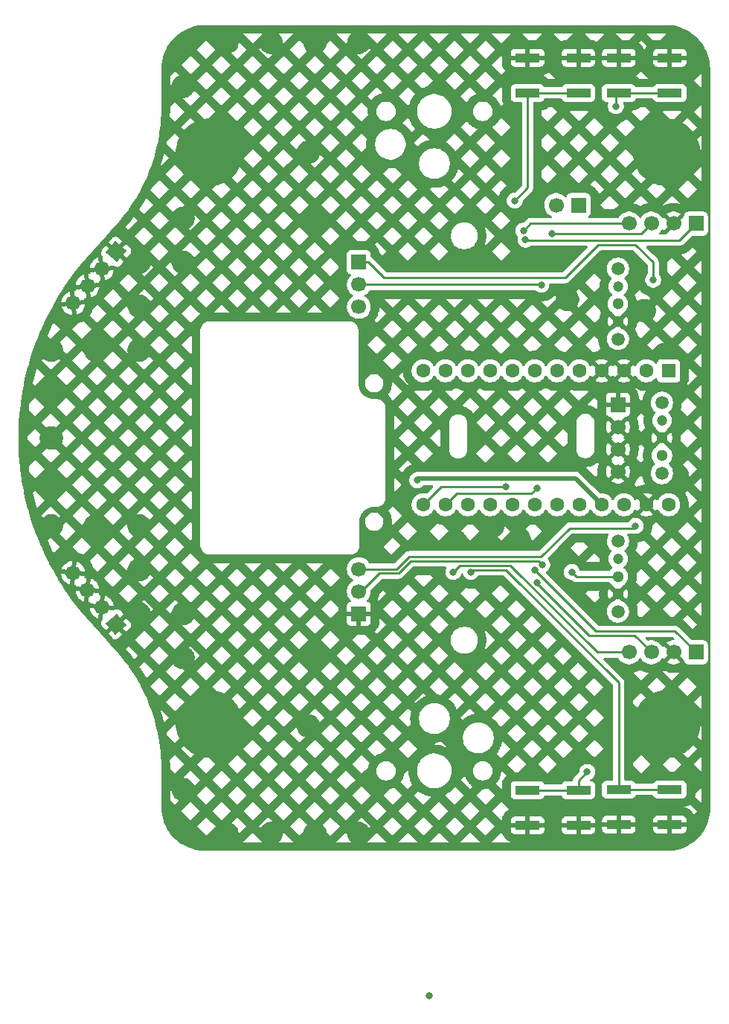
<source format=gbr>
G04 #@! TF.GenerationSoftware,KiCad,Pcbnew,9.0.2*
G04 #@! TF.CreationDate,2025-12-18T00:12:00-05:00*
G04 #@! TF.ProjectId,Trackball,54726163-6b62-4616-9c6c-2e6b69636164,rev?*
G04 #@! TF.SameCoordinates,Original*
G04 #@! TF.FileFunction,Copper,L1,Top*
G04 #@! TF.FilePolarity,Positive*
%FSLAX46Y46*%
G04 Gerber Fmt 4.6, Leading zero omitted, Abs format (unit mm)*
G04 Created by KiCad (PCBNEW 9.0.2) date 2025-12-18 00:12:00*
%MOMM*%
%LPD*%
G01*
G04 APERTURE LIST*
G04 Aperture macros list*
%AMRotRect*
0 Rectangle, with rotation*
0 The origin of the aperture is its center*
0 $1 length*
0 $2 width*
0 $3 Rotation angle, in degrees counterclockwise*
0 Add horizontal line*
21,1,$1,$2,0,0,$3*%
G04 Aperture macros list end*
G04 #@! TA.AperFunction,ComponentPad*
%ADD10R,1.700000X1.700000*%
G04 #@! TD*
G04 #@! TA.AperFunction,ComponentPad*
%ADD11C,1.700000*%
G04 #@! TD*
G04 #@! TA.AperFunction,ComponentPad*
%ADD12RotRect,1.700000X1.700000X220.000000*%
G04 #@! TD*
G04 #@! TA.AperFunction,ComponentPad*
%ADD13C,7.400000*%
G04 #@! TD*
G04 #@! TA.AperFunction,SMDPad,CuDef*
%ADD14R,2.800000X1.000000*%
G04 #@! TD*
G04 #@! TA.AperFunction,ComponentPad*
%ADD15C,1.300000*%
G04 #@! TD*
G04 #@! TA.AperFunction,ComponentPad*
%ADD16C,1.200000*%
G04 #@! TD*
G04 #@! TA.AperFunction,ComponentPad*
%ADD17C,1.500000*%
G04 #@! TD*
G04 #@! TA.AperFunction,ComponentPad*
%ADD18R,1.600000X1.600000*%
G04 #@! TD*
G04 #@! TA.AperFunction,ComponentPad*
%ADD19C,1.600000*%
G04 #@! TD*
G04 #@! TA.AperFunction,ComponentPad*
%ADD20RotRect,1.700000X1.700000X320.000000*%
G04 #@! TD*
G04 #@! TA.AperFunction,ViaPad*
%ADD21C,0.800000*%
G04 #@! TD*
G04 #@! TA.AperFunction,Conductor*
%ADD22C,0.500000*%
G04 #@! TD*
G04 #@! TA.AperFunction,Conductor*
%ADD23C,0.250000*%
G04 #@! TD*
G04 APERTURE END LIST*
D10*
X185768000Y-125984000D03*
D11*
X183228000Y-125984000D03*
X180688000Y-125984000D03*
X178148000Y-125984000D03*
D10*
X185768000Y-77216000D03*
D11*
X183228000Y-77216000D03*
X180688000Y-77216000D03*
X178148000Y-77216000D03*
D12*
X119773949Y-122786051D03*
D11*
X118141268Y-120840298D03*
X116508589Y-118894546D03*
X114875907Y-116948792D03*
D13*
X130400000Y-69100000D03*
D14*
X182800000Y-62350000D03*
X177000000Y-62350000D03*
X182800000Y-58350000D03*
X177000000Y-58350000D03*
D10*
X147400000Y-121600000D03*
D11*
X147400000Y-119060000D03*
X147400000Y-116520000D03*
D15*
X181900000Y-103600000D03*
X181900000Y-101600000D03*
D16*
X181900000Y-99600000D03*
D17*
X181900000Y-105600000D03*
X181900000Y-97600000D03*
D13*
X182447200Y-134150000D03*
D18*
X182660000Y-93960000D03*
D19*
X180120000Y-93960000D03*
X177580000Y-93960000D03*
X175040000Y-93960000D03*
X172500000Y-93960000D03*
X169960000Y-93960000D03*
X167420000Y-93960000D03*
X164880000Y-93960000D03*
X162340000Y-93960000D03*
X159800000Y-93960000D03*
X157260000Y-93960000D03*
X154720000Y-93960000D03*
X154720000Y-109200000D03*
X157260000Y-109200000D03*
X159800000Y-109200000D03*
X162340000Y-109200000D03*
X164880000Y-109200000D03*
X167420000Y-109200000D03*
X169960000Y-109200000D03*
X172500000Y-109200000D03*
X175040000Y-109200000D03*
X177580000Y-109200000D03*
X180120000Y-109200000D03*
X182660000Y-109200000D03*
D14*
X166600000Y-141664000D03*
X172400000Y-141664000D03*
X166600000Y-145664000D03*
X172400000Y-145664000D03*
D10*
X147400000Y-81600000D03*
D11*
X147400000Y-84140000D03*
X147400000Y-86680000D03*
D13*
X130400000Y-134150000D03*
D20*
X119780000Y-80420000D03*
D11*
X118147319Y-82365753D03*
X116514640Y-84311505D03*
X114881958Y-86257259D03*
D10*
X176900000Y-97800000D03*
D11*
X176900000Y-100340000D03*
X176900000Y-102880000D03*
X176900000Y-105420000D03*
D13*
X182402800Y-69100000D03*
D14*
X172400000Y-62350000D03*
X166600000Y-62350000D03*
X172400000Y-58350000D03*
X166600000Y-58350000D03*
D15*
X176900000Y-88350000D03*
X176900000Y-86350000D03*
D16*
X176900000Y-84350000D03*
D17*
X176900000Y-90350000D03*
X176900000Y-82350000D03*
D14*
X177000000Y-141600000D03*
X182800000Y-141600000D03*
X177000000Y-145600000D03*
X182800000Y-145600000D03*
D10*
X172400000Y-75100000D03*
D11*
X169860000Y-75100000D03*
D15*
X176900000Y-119350000D03*
X176900000Y-117350000D03*
D16*
X176900000Y-115350000D03*
D17*
X176900000Y-121350000D03*
X176900000Y-113350000D03*
D21*
X155400000Y-165100000D03*
X112400000Y-106600000D03*
X142400000Y-126600000D03*
X132400000Y-146600000D03*
X171150000Y-85850000D03*
X158400000Y-113350000D03*
X142400000Y-56600000D03*
X122400000Y-116600000D03*
X127400000Y-56600000D03*
X142400000Y-146600000D03*
X141650000Y-134350000D03*
X122400000Y-121600000D03*
X137400000Y-146600000D03*
X122400000Y-81600000D03*
X137400000Y-56600000D03*
X183650000Y-105850000D03*
X127400000Y-121600000D03*
X122400000Y-111600000D03*
X179900000Y-87100000D03*
X127400000Y-81600000D03*
X127400000Y-61600000D03*
X127400000Y-76600000D03*
X132400000Y-56600000D03*
X112400000Y-96600000D03*
X182150000Y-92100000D03*
X165650000Y-113100000D03*
X122400000Y-91600000D03*
X147400000Y-146600000D03*
X169150000Y-80600000D03*
X162650000Y-111600000D03*
X117400000Y-111600000D03*
X112400000Y-111600000D03*
X147400000Y-56600000D03*
X112400000Y-91600000D03*
X112400000Y-101600000D03*
X117400000Y-91600000D03*
X141650000Y-69100000D03*
X122400000Y-86600000D03*
X127400000Y-141600000D03*
X127400000Y-126600000D03*
X127400000Y-146600000D03*
X142400000Y-76600000D03*
X154050000Y-106400000D03*
X168275213Y-116010807D03*
X180900000Y-83600000D03*
X178900000Y-111600000D03*
X166129994Y-78016627D03*
X167698008Y-118051992D03*
X158150000Y-116850000D03*
X169400000Y-78350000D03*
X173400000Y-139600000D03*
X168175000Y-84167925D03*
X165150000Y-74600000D03*
X164145000Y-107120000D03*
X167650000Y-107350000D03*
X176650000Y-63850000D03*
X160150000Y-116850000D03*
X171650000Y-116850000D03*
X167420000Y-116620000D03*
X166375000Y-79037644D03*
D22*
X180120000Y-108640000D02*
X180120000Y-109200000D01*
X176900000Y-105420000D02*
X180120000Y-108640000D01*
X172060000Y-106220000D02*
X154230000Y-106220000D01*
X154230000Y-106220000D02*
X154050000Y-106400000D01*
X175040000Y-109200000D02*
X172060000Y-106220000D01*
D23*
X149780000Y-116970000D02*
X151916396Y-116970000D01*
X151916396Y-116970000D02*
X153286396Y-115600000D01*
X147400000Y-119350000D02*
X149780000Y-116970000D01*
X153286396Y-115600000D02*
X167864406Y-115600000D01*
X167864406Y-115600000D02*
X168275213Y-116010807D01*
X178900000Y-79600000D02*
X180900000Y-81600000D01*
X174650000Y-79600000D02*
X178900000Y-79600000D01*
X148500000Y-81600000D02*
X150265000Y-83365000D01*
X170885000Y-83365000D02*
X174650000Y-79600000D01*
X150265000Y-83365000D02*
X170885000Y-83365000D01*
X147400000Y-81600000D02*
X148500000Y-81600000D01*
X180900000Y-81600000D02*
X180900000Y-83600000D01*
X171400000Y-111850000D02*
X178650000Y-111850000D01*
X178650000Y-111850000D02*
X178900000Y-111600000D01*
X147400000Y-116520000D02*
X151730000Y-116520000D01*
X153150000Y-115100000D02*
X168150000Y-115100000D01*
X168150000Y-115100000D02*
X171400000Y-111850000D01*
X151730000Y-116520000D02*
X153150000Y-115100000D01*
X166930621Y-77216000D02*
X166129994Y-78016627D01*
X178148000Y-77216000D02*
X166930621Y-77216000D01*
X167698008Y-118148008D02*
X167698008Y-118051992D01*
X173650000Y-124100000D02*
X167698008Y-118148008D01*
X180688000Y-125984000D02*
X178804000Y-124100000D01*
X178804000Y-124100000D02*
X173650000Y-124100000D01*
X178148000Y-125984000D02*
X174534000Y-125984000D01*
X174534000Y-125984000D02*
X164650000Y-116100000D01*
X158900000Y-116100000D02*
X158150000Y-116850000D01*
X164650000Y-116100000D02*
X158900000Y-116100000D01*
X169400000Y-78350000D02*
X169442000Y-78392000D01*
X179512000Y-78392000D02*
X180688000Y-77216000D01*
X169442000Y-78392000D02*
X179512000Y-78392000D01*
X173400000Y-141664000D02*
X172400000Y-141664000D01*
X172400000Y-141664000D02*
X166600000Y-141664000D01*
X172400000Y-140600000D02*
X173400000Y-139600000D01*
X172400000Y-141664000D02*
X172400000Y-140600000D01*
X168147075Y-84140000D02*
X168175000Y-84167925D01*
X147400000Y-84140000D02*
X168147075Y-84140000D01*
X156800000Y-107120000D02*
X164145000Y-107120000D01*
X172400000Y-62350000D02*
X166600000Y-62350000D01*
X166600000Y-73150000D02*
X165150000Y-74600000D01*
X154720000Y-109200000D02*
X156800000Y-107120000D01*
X166600000Y-62350000D02*
X166600000Y-73150000D01*
X176650000Y-63850000D02*
X176650000Y-62700000D01*
X176650000Y-62700000D02*
X177000000Y-62350000D01*
X182800000Y-62350000D02*
X177000000Y-62350000D01*
X167050000Y-107950000D02*
X167650000Y-107350000D01*
X158510000Y-107950000D02*
X167050000Y-107950000D01*
X157260000Y-109200000D02*
X158510000Y-107950000D01*
X182900000Y-141600000D02*
X177000000Y-141600000D01*
X164150000Y-116600000D02*
X160400000Y-116600000D01*
X160400000Y-116600000D02*
X160150000Y-116850000D01*
X182800000Y-141600000D02*
X177000000Y-141600000D01*
X177000000Y-141600000D02*
X177000000Y-129450000D01*
X177000000Y-129450000D02*
X164150000Y-116600000D01*
X176900000Y-117350000D02*
X172150000Y-117350000D01*
X172150000Y-117350000D02*
X171650000Y-116850000D01*
X185768000Y-125984000D02*
X183384000Y-123600000D01*
X183384000Y-123600000D02*
X174400000Y-123600000D01*
X174400000Y-123600000D02*
X167420000Y-116620000D01*
X183884000Y-79100000D02*
X166437356Y-79100000D01*
X185768000Y-77216000D02*
X183884000Y-79100000D01*
X166437356Y-79100000D02*
X166375000Y-79037644D01*
G04 #@! TA.AperFunction,Conductor*
G36*
X183137527Y-124253502D02*
G01*
X183158501Y-124270405D01*
X183299001Y-124410905D01*
X183333027Y-124473217D01*
X183327962Y-124544032D01*
X183285415Y-124600868D01*
X183218895Y-124625679D01*
X183209906Y-124626000D01*
X183121126Y-124626000D01*
X182909996Y-124659440D01*
X182706713Y-124725490D01*
X182706707Y-124725493D01*
X182516253Y-124822534D01*
X182463831Y-124860621D01*
X182463831Y-124860622D01*
X183103051Y-125499842D01*
X183035007Y-125518075D01*
X182920993Y-125583901D01*
X182827901Y-125676993D01*
X182762075Y-125791007D01*
X182743842Y-125859051D01*
X182104622Y-125219831D01*
X182104621Y-125219831D01*
X182066528Y-125272261D01*
X182065724Y-125273574D01*
X182065288Y-125273967D01*
X182063624Y-125276259D01*
X182063142Y-125275909D01*
X182013075Y-125321203D01*
X181943033Y-125332807D01*
X181877836Y-125304702D01*
X181852901Y-125275924D01*
X181852804Y-125275996D01*
X181851975Y-125274855D01*
X181850859Y-125273567D01*
X181849899Y-125272001D01*
X181849894Y-125271991D01*
X181724206Y-125098996D01*
X181724203Y-125098993D01*
X181724201Y-125098990D01*
X181573009Y-124947798D01*
X181573006Y-124947796D01*
X181573004Y-124947794D01*
X181400009Y-124822106D01*
X181209483Y-124725028D01*
X181209480Y-124725027D01*
X181209478Y-124725026D01*
X181006120Y-124658952D01*
X181006123Y-124658952D01*
X180966801Y-124652724D01*
X180794916Y-124625500D01*
X180581084Y-124625500D01*
X180369884Y-124658951D01*
X180369882Y-124658951D01*
X180369879Y-124658952D01*
X180359510Y-124662321D01*
X180288543Y-124664345D01*
X180231485Y-124631581D01*
X180048499Y-124448595D01*
X180014473Y-124386283D01*
X180019538Y-124315468D01*
X180062085Y-124258632D01*
X180128605Y-124233821D01*
X180137594Y-124233500D01*
X183069406Y-124233500D01*
X183137527Y-124253502D01*
G37*
G04 #@! TD.AperFunction*
G04 #@! TA.AperFunction,Conductor*
G36*
X182762075Y-77408993D02*
G01*
X182827901Y-77523007D01*
X182920993Y-77616099D01*
X183035007Y-77681925D01*
X183103050Y-77700157D01*
X182460627Y-78342580D01*
X182448544Y-78400096D01*
X182398701Y-78450654D01*
X182337529Y-78466500D01*
X181662901Y-78466500D01*
X181594780Y-78446498D01*
X181548287Y-78392842D01*
X181538183Y-78322568D01*
X181567677Y-78257988D01*
X181573806Y-78251405D01*
X181724201Y-78101009D01*
X181724206Y-78101004D01*
X181849894Y-77928009D01*
X181849902Y-77927992D01*
X181850854Y-77926441D01*
X181851377Y-77925967D01*
X181852804Y-77924004D01*
X181853216Y-77924303D01*
X181903497Y-77878804D01*
X181973537Y-77867189D01*
X182038738Y-77895285D01*
X182063485Y-77923842D01*
X182063624Y-77923742D01*
X182064794Y-77925353D01*
X182065726Y-77926428D01*
X182066536Y-77927750D01*
X182104620Y-77980167D01*
X182104621Y-77980168D01*
X182743841Y-77340947D01*
X182762075Y-77408993D01*
G37*
G04 #@! TD.AperFunction*
G04 #@! TA.AperFunction,Conductor*
G36*
X182405387Y-54625608D02*
G01*
X182437293Y-54626927D01*
X182808229Y-54642262D01*
X182818572Y-54643118D01*
X183216121Y-54692652D01*
X183226345Y-54694358D01*
X183618431Y-54776538D01*
X183628503Y-54779087D01*
X184012466Y-54893353D01*
X184022290Y-54896725D01*
X184395514Y-55042299D01*
X184405031Y-55046473D01*
X184475508Y-55080913D01*
X184764939Y-55222348D01*
X184774095Y-55227301D01*
X185118248Y-55432281D01*
X185126964Y-55437972D01*
X185407333Y-55638059D01*
X185453028Y-55670669D01*
X185461241Y-55677058D01*
X185721061Y-55897002D01*
X185766997Y-55935888D01*
X185774657Y-55942937D01*
X186057980Y-56226101D01*
X186065033Y-56233758D01*
X186324020Y-56539352D01*
X186330417Y-56547565D01*
X186563295Y-56873498D01*
X186568991Y-56882209D01*
X186774179Y-57226271D01*
X186779125Y-57235403D01*
X186899333Y-57481045D01*
X186955203Y-57595214D01*
X186959389Y-57604746D01*
X187105160Y-57977858D01*
X187108545Y-57987703D01*
X187223020Y-58371583D01*
X187225580Y-58381673D01*
X187307975Y-58773692D01*
X187309693Y-58783959D01*
X187359444Y-59181419D01*
X187360310Y-59191794D01*
X187377166Y-59594075D01*
X187377276Y-59599272D01*
X187377291Y-59625043D01*
X187377312Y-59625173D01*
X187421704Y-143596397D01*
X187421221Y-143599679D01*
X187421667Y-143621113D01*
X187421664Y-143626496D01*
X187412722Y-144033625D01*
X187412024Y-144044386D01*
X187368594Y-144446545D01*
X187366978Y-144457206D01*
X187289325Y-144854169D01*
X187286804Y-144864654D01*
X187175493Y-145253525D01*
X187172085Y-145263756D01*
X187027925Y-145641701D01*
X187023654Y-145651602D01*
X186847718Y-146015815D01*
X186842617Y-146025315D01*
X186636170Y-146373174D01*
X186630275Y-146382203D01*
X186572514Y-146462904D01*
X186413586Y-146684949D01*
X186394863Y-146711107D01*
X186388217Y-146719600D01*
X186125519Y-147027198D01*
X186118172Y-147035090D01*
X185830148Y-147319091D01*
X185822152Y-147326327D01*
X185510896Y-147584662D01*
X185502311Y-147591187D01*
X185170119Y-147821954D01*
X185161008Y-147827722D01*
X184810283Y-148029252D01*
X184800712Y-148034219D01*
X184434052Y-148205016D01*
X184424091Y-148209147D01*
X184044167Y-148347969D01*
X184033890Y-148351233D01*
X183643482Y-148457065D01*
X183632963Y-148459438D01*
X183234954Y-148531497D01*
X183224271Y-148532963D01*
X182821530Y-148570729D01*
X182810761Y-148571275D01*
X182403464Y-148574490D01*
X182398076Y-148574417D01*
X182379230Y-148573759D01*
X182373958Y-148574500D01*
X129902596Y-148574500D01*
X129897389Y-148574392D01*
X129494415Y-148557725D01*
X129484036Y-148556865D01*
X129086395Y-148507298D01*
X129076124Y-148505584D01*
X128683936Y-148423352D01*
X128673841Y-148420796D01*
X128289771Y-148306453D01*
X128279921Y-148303071D01*
X127906624Y-148157409D01*
X127897087Y-148153226D01*
X127537081Y-147977230D01*
X127527923Y-147972274D01*
X127183686Y-147767154D01*
X127174967Y-147761458D01*
X126936488Y-147591187D01*
X126895525Y-147561940D01*
X134260392Y-147561940D01*
X134274952Y-147576500D01*
X136369983Y-147576500D01*
X138298747Y-147576500D01*
X139905517Y-147576500D01*
X139920077Y-147561940D01*
X144866994Y-147561940D01*
X144881554Y-147576500D01*
X146501253Y-147576500D01*
X146486693Y-147561940D01*
X148402528Y-147561940D01*
X148417088Y-147576500D01*
X150512119Y-147576500D01*
X150526678Y-147561940D01*
X151938062Y-147561940D01*
X151952622Y-147576500D01*
X154047652Y-147576500D01*
X154062212Y-147561940D01*
X155473596Y-147561940D01*
X155488156Y-147576500D01*
X157583186Y-147576500D01*
X157597746Y-147561940D01*
X159009130Y-147561940D01*
X159023690Y-147576500D01*
X161118720Y-147576500D01*
X161133280Y-147561940D01*
X162544664Y-147561940D01*
X162559224Y-147576500D01*
X164654254Y-147576500D01*
X164660597Y-147570156D01*
X164571873Y-147537064D01*
X164563565Y-147533623D01*
X164515107Y-147511494D01*
X164507066Y-147507469D01*
X164444477Y-147473296D01*
X164436739Y-147468705D01*
X164391897Y-147439888D01*
X164384507Y-147434757D01*
X164210472Y-147304476D01*
X164203467Y-147298831D01*
X164163197Y-147263936D01*
X164156616Y-147257808D01*
X164106192Y-147207384D01*
X164100064Y-147200803D01*
X164065169Y-147160533D01*
X164059524Y-147153528D01*
X163929243Y-146979493D01*
X163924112Y-146972103D01*
X163895295Y-146927261D01*
X163890704Y-146919523D01*
X163856531Y-146856934D01*
X163852506Y-146848893D01*
X163830377Y-146800435D01*
X163826936Y-146792128D01*
X163784067Y-146677193D01*
X163606739Y-146499865D01*
X162544664Y-147561940D01*
X161133280Y-147561940D01*
X160071205Y-146499865D01*
X159009130Y-147561940D01*
X157597746Y-147561940D01*
X156535671Y-146499865D01*
X155473596Y-147561940D01*
X154062212Y-147561940D01*
X153000137Y-146499865D01*
X151938062Y-147561940D01*
X150526678Y-147561940D01*
X149464603Y-146499864D01*
X148402528Y-147561940D01*
X146486693Y-147561940D01*
X146395596Y-147470843D01*
X146382755Y-147455809D01*
X146271732Y-147302998D01*
X146261401Y-147286140D01*
X146175649Y-147117843D01*
X146168083Y-147099576D01*
X146109715Y-146919937D01*
X146105099Y-146900712D01*
X146075551Y-146714153D01*
X146074000Y-146694442D01*
X146074000Y-146644796D01*
X145929068Y-146499865D01*
X144866994Y-147561940D01*
X139920077Y-147561940D01*
X138858002Y-146499865D01*
X138726000Y-146631867D01*
X138726000Y-146694442D01*
X138724449Y-146714153D01*
X138694901Y-146900712D01*
X138690285Y-146919937D01*
X138631917Y-147099576D01*
X138624351Y-147117843D01*
X138538599Y-147286140D01*
X138528268Y-147302998D01*
X138417245Y-147455809D01*
X138404404Y-147470843D01*
X138298747Y-147576500D01*
X136369983Y-147576500D01*
X136384543Y-147561940D01*
X135322467Y-146499864D01*
X134260392Y-147561940D01*
X126895525Y-147561940D01*
X126848833Y-147528602D01*
X126840633Y-147522220D01*
X126534829Y-147263218D01*
X126527168Y-147256164D01*
X126243835Y-146972831D01*
X126236781Y-146965170D01*
X126139876Y-146850754D01*
X125977776Y-146659363D01*
X125971400Y-146651169D01*
X125738541Y-146325032D01*
X125732845Y-146316313D01*
X125593319Y-146082157D01*
X125527723Y-145972074D01*
X125522769Y-145962918D01*
X125440275Y-145794173D01*
X128957091Y-145794173D01*
X130019166Y-146856248D01*
X131081242Y-145794173D01*
X130660757Y-145373688D01*
X132913109Y-145373688D01*
X132917843Y-145375649D01*
X133086140Y-145461401D01*
X133102998Y-145471732D01*
X133255809Y-145582755D01*
X133270843Y-145595596D01*
X133404404Y-145729157D01*
X133417245Y-145744191D01*
X133528268Y-145897002D01*
X133538599Y-145913860D01*
X133624351Y-146082157D01*
X133631917Y-146100424D01*
X133690285Y-146280063D01*
X133694901Y-146299288D01*
X133724449Y-146485847D01*
X133726000Y-146505558D01*
X133726000Y-146684949D01*
X134616776Y-145794173D01*
X136028159Y-145794173D01*
X136223071Y-145989085D01*
X136261401Y-145913860D01*
X136271732Y-145897002D01*
X136346441Y-145794173D01*
X139563693Y-145794173D01*
X140625767Y-146856247D01*
X141090489Y-146391524D01*
X141105099Y-146299288D01*
X141109715Y-146280063D01*
X141168083Y-146100424D01*
X141175649Y-146082157D01*
X141261401Y-145913860D01*
X141271732Y-145897002D01*
X141382755Y-145744191D01*
X141395596Y-145729157D01*
X141509211Y-145615541D01*
X141502746Y-145609076D01*
X143284323Y-145609076D01*
X143404404Y-145729157D01*
X143417245Y-145744191D01*
X143528268Y-145897002D01*
X143538599Y-145913860D01*
X143624351Y-146082157D01*
X143631917Y-146100424D01*
X143690285Y-146280063D01*
X143694901Y-146299289D01*
X143711942Y-146406888D01*
X144161302Y-146856248D01*
X145223377Y-145794173D01*
X144729683Y-145300479D01*
X147128454Y-145300479D01*
X147285847Y-145275551D01*
X147305558Y-145274000D01*
X147494442Y-145274000D01*
X147514153Y-145275551D01*
X147700712Y-145305099D01*
X147719937Y-145309715D01*
X147899576Y-145368083D01*
X147917843Y-145375649D01*
X148086140Y-145461401D01*
X148102998Y-145471732D01*
X148255809Y-145582755D01*
X148270843Y-145595596D01*
X148404404Y-145729157D01*
X148417245Y-145744191D01*
X148528268Y-145897002D01*
X148538599Y-145913860D01*
X148572563Y-145980519D01*
X148758910Y-145794173D01*
X150170295Y-145794173D01*
X151232370Y-146856248D01*
X152294445Y-145794173D01*
X153705829Y-145794173D01*
X154767904Y-146856248D01*
X155829979Y-145794173D01*
X157241363Y-145794173D01*
X158303438Y-146856248D01*
X159365513Y-145794173D01*
X160776897Y-145794173D01*
X161838972Y-146856248D01*
X162482623Y-146212597D01*
X164692000Y-146212597D01*
X164698505Y-146273093D01*
X164749555Y-146409964D01*
X164749555Y-146409965D01*
X164837095Y-146526904D01*
X164954034Y-146614444D01*
X165090906Y-146665494D01*
X165151402Y-146671999D01*
X165151415Y-146672000D01*
X166346000Y-146672000D01*
X166854000Y-146672000D01*
X168048585Y-146672000D01*
X168048597Y-146671999D01*
X168109093Y-146665494D01*
X168245964Y-146614444D01*
X168245965Y-146614444D01*
X168362904Y-146526904D01*
X168450444Y-146409965D01*
X168450444Y-146409964D01*
X168501494Y-146273093D01*
X168507999Y-146212597D01*
X170492000Y-146212597D01*
X170498505Y-146273093D01*
X170549555Y-146409964D01*
X170549555Y-146409965D01*
X170637095Y-146526904D01*
X170754034Y-146614444D01*
X170890906Y-146665494D01*
X170951402Y-146671999D01*
X170951415Y-146672000D01*
X172146000Y-146672000D01*
X172654000Y-146672000D01*
X173848585Y-146672000D01*
X173848597Y-146671999D01*
X173909093Y-146665494D01*
X174045964Y-146614444D01*
X174045965Y-146614444D01*
X174162904Y-146526904D01*
X174250444Y-146409965D01*
X174250444Y-146409964D01*
X174301494Y-146273093D01*
X174307999Y-146212597D01*
X174308000Y-146212585D01*
X174308000Y-146148597D01*
X175092000Y-146148597D01*
X175098505Y-146209093D01*
X175149555Y-146345964D01*
X175149555Y-146345965D01*
X175237095Y-146462904D01*
X175354034Y-146550444D01*
X175490906Y-146601494D01*
X175551402Y-146607999D01*
X175551415Y-146608000D01*
X176746000Y-146608000D01*
X177254000Y-146608000D01*
X178448585Y-146608000D01*
X178448597Y-146607999D01*
X178509093Y-146601494D01*
X178645964Y-146550444D01*
X178645965Y-146550444D01*
X178762904Y-146462904D01*
X178850444Y-146345965D01*
X178850444Y-146345964D01*
X178901494Y-146209093D01*
X178907999Y-146148597D01*
X180892000Y-146148597D01*
X180898505Y-146209093D01*
X180949555Y-146345964D01*
X180949555Y-146345965D01*
X181037095Y-146462904D01*
X181154034Y-146550444D01*
X181290906Y-146601494D01*
X181351402Y-146607999D01*
X181351415Y-146608000D01*
X182546000Y-146608000D01*
X183054000Y-146608000D01*
X184248585Y-146608000D01*
X184248597Y-146607999D01*
X184309093Y-146601494D01*
X184445964Y-146550444D01*
X184445965Y-146550444D01*
X184562904Y-146462904D01*
X184650444Y-146345965D01*
X184650444Y-146345964D01*
X184701494Y-146209093D01*
X184707999Y-146148597D01*
X184708000Y-146148585D01*
X184708000Y-145854000D01*
X183054000Y-145854000D01*
X183054000Y-146608000D01*
X182546000Y-146608000D01*
X182546000Y-145854000D01*
X180892000Y-145854000D01*
X180892000Y-146148597D01*
X178907999Y-146148597D01*
X178908000Y-146148585D01*
X178908000Y-145854000D01*
X177254000Y-145854000D01*
X177254000Y-146608000D01*
X176746000Y-146608000D01*
X176746000Y-145854000D01*
X175092000Y-145854000D01*
X175092000Y-146148597D01*
X174308000Y-146148597D01*
X174308000Y-145918000D01*
X172654000Y-145918000D01*
X172654000Y-146672000D01*
X172146000Y-146672000D01*
X172146000Y-145918000D01*
X170492000Y-145918000D01*
X170492000Y-146212597D01*
X168507999Y-146212597D01*
X168508000Y-146212585D01*
X168508000Y-145918000D01*
X166854000Y-145918000D01*
X166854000Y-146672000D01*
X166346000Y-146672000D01*
X166346000Y-145918000D01*
X164692000Y-145918000D01*
X164692000Y-146212597D01*
X162482623Y-146212597D01*
X162901047Y-145794173D01*
X162222276Y-145115402D01*
X164692000Y-145115402D01*
X164692000Y-145410000D01*
X166346000Y-145410000D01*
X166854000Y-145410000D01*
X168508000Y-145410000D01*
X168508000Y-145115414D01*
X168507999Y-145115402D01*
X170492000Y-145115402D01*
X170492000Y-145410000D01*
X172146000Y-145410000D01*
X172654000Y-145410000D01*
X174308000Y-145410000D01*
X174308000Y-145115414D01*
X174307999Y-145115402D01*
X174301494Y-145054906D01*
X174300187Y-145051402D01*
X175092000Y-145051402D01*
X175092000Y-145346000D01*
X176746000Y-145346000D01*
X177254000Y-145346000D01*
X178908000Y-145346000D01*
X178908000Y-145051414D01*
X178907999Y-145051402D01*
X180892000Y-145051402D01*
X180892000Y-145346000D01*
X182546000Y-145346000D01*
X183054000Y-145346000D01*
X184708000Y-145346000D01*
X184708000Y-145051414D01*
X184707999Y-145051402D01*
X184701494Y-144990906D01*
X184650444Y-144854035D01*
X184650444Y-144854034D01*
X184562904Y-144737095D01*
X184445965Y-144649555D01*
X184309093Y-144598505D01*
X184248597Y-144592000D01*
X183054000Y-144592000D01*
X183054000Y-145346000D01*
X182546000Y-145346000D01*
X182546000Y-144592000D01*
X181351402Y-144592000D01*
X181290906Y-144598505D01*
X181154035Y-144649555D01*
X181154034Y-144649555D01*
X181037095Y-144737095D01*
X180949555Y-144854034D01*
X180949555Y-144854035D01*
X180898505Y-144990906D01*
X180892000Y-145051402D01*
X178907999Y-145051402D01*
X178901494Y-144990906D01*
X178850444Y-144854035D01*
X178850444Y-144854034D01*
X178762904Y-144737095D01*
X178645965Y-144649555D01*
X178509093Y-144598505D01*
X178448597Y-144592000D01*
X177254000Y-144592000D01*
X177254000Y-145346000D01*
X176746000Y-145346000D01*
X176746000Y-144592000D01*
X175551402Y-144592000D01*
X175490906Y-144598505D01*
X175354035Y-144649555D01*
X175354034Y-144649555D01*
X175237095Y-144737095D01*
X175149555Y-144854034D01*
X175149555Y-144854035D01*
X175098505Y-144990906D01*
X175092000Y-145051402D01*
X174300187Y-145051402D01*
X174250444Y-144918035D01*
X174250444Y-144918034D01*
X174162904Y-144801095D01*
X174045965Y-144713555D01*
X173909093Y-144662505D01*
X173848597Y-144656000D01*
X172654000Y-144656000D01*
X172654000Y-145410000D01*
X172146000Y-145410000D01*
X172146000Y-144656000D01*
X170951402Y-144656000D01*
X170890906Y-144662505D01*
X170754035Y-144713555D01*
X170754034Y-144713555D01*
X170637095Y-144801095D01*
X170549555Y-144918034D01*
X170549555Y-144918035D01*
X170498505Y-145054906D01*
X170492000Y-145115402D01*
X168507999Y-145115402D01*
X168501494Y-145054906D01*
X168450444Y-144918035D01*
X168450444Y-144918034D01*
X168362904Y-144801095D01*
X168245965Y-144713555D01*
X168109093Y-144662505D01*
X168048597Y-144656000D01*
X166854000Y-144656000D01*
X166854000Y-145410000D01*
X166346000Y-145410000D01*
X166346000Y-144656000D01*
X165151402Y-144656000D01*
X165090906Y-144662505D01*
X164954035Y-144713555D01*
X164954034Y-144713555D01*
X164837095Y-144801095D01*
X164749555Y-144918034D01*
X164749555Y-144918035D01*
X164698505Y-145054906D01*
X164692000Y-145115402D01*
X162222276Y-145115402D01*
X161838972Y-144732098D01*
X160776897Y-145794173D01*
X159365513Y-145794173D01*
X158303438Y-144732098D01*
X157241363Y-145794173D01*
X155829979Y-145794173D01*
X154767904Y-144732098D01*
X153705829Y-145794173D01*
X152294445Y-145794173D01*
X151232370Y-144732098D01*
X150170295Y-145794173D01*
X148758910Y-145794173D01*
X148758911Y-145794172D01*
X147696836Y-144732097D01*
X147128454Y-145300479D01*
X144729683Y-145300479D01*
X144161301Y-144732097D01*
X143284323Y-145609076D01*
X141502746Y-145609076D01*
X140625768Y-144732097D01*
X139563693Y-145794173D01*
X136346441Y-145794173D01*
X136382755Y-145744191D01*
X136395596Y-145729157D01*
X136529157Y-145595596D01*
X136544191Y-145582755D01*
X136697002Y-145471732D01*
X136713860Y-145461401D01*
X136882157Y-145375649D01*
X136900424Y-145368083D01*
X137080063Y-145309715D01*
X137099288Y-145305099D01*
X137285847Y-145275551D01*
X137305558Y-145274000D01*
X137494442Y-145274000D01*
X137514153Y-145275551D01*
X137656183Y-145298046D01*
X137090234Y-144732097D01*
X136028159Y-145794173D01*
X134616776Y-145794173D01*
X133554701Y-144732098D01*
X132913109Y-145373688D01*
X130660757Y-145373688D01*
X130019166Y-144732097D01*
X128957091Y-145794173D01*
X125440275Y-145794173D01*
X125346773Y-145602912D01*
X125342590Y-145593375D01*
X125296051Y-145474107D01*
X125196925Y-145220069D01*
X125193546Y-145210228D01*
X125165315Y-145115402D01*
X125079199Y-144826144D01*
X125076650Y-144816076D01*
X124994414Y-144423871D01*
X124992701Y-144413604D01*
X124992062Y-144408477D01*
X124944436Y-144026406D01*
X127189324Y-144026406D01*
X128251400Y-145088481D01*
X129313475Y-144026406D01*
X130724858Y-144026406D01*
X131786933Y-145088481D01*
X132849009Y-144026406D01*
X134260392Y-144026406D01*
X135322467Y-145088481D01*
X136384543Y-144026406D01*
X137795926Y-144026406D01*
X138858001Y-145088481D01*
X139920077Y-144026406D01*
X141331459Y-144026406D01*
X142393535Y-145088481D01*
X143455610Y-144026406D01*
X144866993Y-144026406D01*
X145929069Y-145088481D01*
X146991144Y-144026406D01*
X148402527Y-144026406D01*
X149464603Y-145088481D01*
X150526678Y-144026406D01*
X151938061Y-144026406D01*
X153000137Y-145088481D01*
X154062212Y-144026406D01*
X155473595Y-144026406D01*
X156535671Y-145088481D01*
X157597746Y-144026406D01*
X159009129Y-144026406D01*
X160071205Y-145088481D01*
X161133280Y-144026406D01*
X162544663Y-144026406D01*
X163606738Y-145088481D01*
X163701311Y-144993906D01*
X163709559Y-144917204D01*
X163710644Y-144909408D01*
X163718511Y-144863464D01*
X163720081Y-144855756D01*
X163734426Y-144795045D01*
X163736475Y-144787442D01*
X163750010Y-144742825D01*
X163752528Y-144735370D01*
X163826936Y-144535873D01*
X163830377Y-144527565D01*
X163852506Y-144479107D01*
X163856531Y-144471066D01*
X163890704Y-144408477D01*
X163895295Y-144400739D01*
X163924112Y-144355897D01*
X163929243Y-144348507D01*
X164059524Y-144174472D01*
X164065169Y-144167467D01*
X164100064Y-144127197D01*
X164106192Y-144120616D01*
X164156616Y-144070192D01*
X164163197Y-144064064D01*
X164203467Y-144029169D01*
X164210472Y-144023524D01*
X164384507Y-143893243D01*
X164391897Y-143888112D01*
X164436739Y-143859295D01*
X164444477Y-143854704D01*
X164478523Y-143836115D01*
X164242660Y-143600252D01*
X184360240Y-143600252D01*
X184446796Y-143609559D01*
X184454592Y-143610644D01*
X184500536Y-143618511D01*
X184508244Y-143620081D01*
X184568955Y-143634426D01*
X184576558Y-143636475D01*
X184621175Y-143650010D01*
X184628630Y-143652528D01*
X184828127Y-143726936D01*
X184836435Y-143730377D01*
X184884893Y-143752506D01*
X184892934Y-143756531D01*
X184955523Y-143790704D01*
X184963261Y-143795295D01*
X185008103Y-143824112D01*
X185015493Y-143829243D01*
X185189528Y-143959524D01*
X185196533Y-143965169D01*
X185236803Y-144000064D01*
X185243384Y-144006192D01*
X185293808Y-144056616D01*
X185299936Y-144063197D01*
X185334831Y-144103467D01*
X185340476Y-144110472D01*
X185470757Y-144284507D01*
X185475888Y-144291897D01*
X185504705Y-144336739D01*
X185509296Y-144344477D01*
X185528596Y-144379826D01*
X185882016Y-144026405D01*
X185136446Y-143280836D01*
X185015735Y-143371200D01*
X185008345Y-143376331D01*
X184963503Y-143405148D01*
X184955766Y-143409739D01*
X184893178Y-143443912D01*
X184885136Y-143447937D01*
X184836680Y-143470065D01*
X184828373Y-143473506D01*
X184628751Y-143547962D01*
X184621296Y-143550480D01*
X184576693Y-143564011D01*
X184569096Y-143566059D01*
X184508380Y-143580409D01*
X184500666Y-143581979D01*
X184454697Y-143589851D01*
X184446897Y-143590937D01*
X184360240Y-143600252D01*
X164242660Y-143600252D01*
X163606739Y-142964331D01*
X162544663Y-144026406D01*
X161133280Y-144026406D01*
X160071205Y-142964331D01*
X159009129Y-144026406D01*
X157597746Y-144026406D01*
X156535671Y-142964331D01*
X155473595Y-144026406D01*
X154062212Y-144026406D01*
X153000137Y-142964331D01*
X151938061Y-144026406D01*
X150526678Y-144026406D01*
X149464603Y-142964330D01*
X148402527Y-144026406D01*
X146991144Y-144026406D01*
X145929069Y-142964330D01*
X144866993Y-144026406D01*
X143455610Y-144026406D01*
X142393535Y-142964330D01*
X141331459Y-144026406D01*
X139920077Y-144026406D01*
X138858001Y-142964330D01*
X137795926Y-144026406D01*
X136384543Y-144026406D01*
X135322467Y-142964330D01*
X134260392Y-144026406D01*
X132849009Y-144026406D01*
X131786933Y-142964330D01*
X130724858Y-144026406D01*
X129313475Y-144026406D01*
X128251400Y-142964331D01*
X127189324Y-144026406D01*
X124944436Y-144026406D01*
X124943132Y-144015946D01*
X124942275Y-144005599D01*
X124925608Y-143602611D01*
X124925500Y-143597404D01*
X124925500Y-141756697D01*
X125923500Y-141756697D01*
X125923500Y-142760580D01*
X126483632Y-143320713D01*
X126954770Y-142849575D01*
X126900424Y-142831917D01*
X126882157Y-142824351D01*
X126713860Y-142738599D01*
X126697002Y-142728268D01*
X126544191Y-142617245D01*
X126529157Y-142604404D01*
X126395596Y-142470843D01*
X126382755Y-142455809D01*
X126271732Y-142302998D01*
X126261401Y-142286140D01*
X126247388Y-142258639D01*
X128957091Y-142258639D01*
X130019166Y-143320714D01*
X131081242Y-142258639D01*
X132492625Y-142258639D01*
X133554700Y-143320714D01*
X134616776Y-142258639D01*
X136028159Y-142258639D01*
X137090234Y-143320714D01*
X138152310Y-142258639D01*
X139563692Y-142258639D01*
X140625768Y-143320714D01*
X141687843Y-142258639D01*
X143099226Y-142258639D01*
X144161302Y-143320714D01*
X145223377Y-142258639D01*
X146634760Y-142258639D01*
X147696836Y-143320714D01*
X148758911Y-142258639D01*
X150170295Y-142258639D01*
X151232370Y-143320714D01*
X152294445Y-142258639D01*
X153705829Y-142258639D01*
X154767903Y-143320714D01*
X155678391Y-142410226D01*
X155469355Y-142382707D01*
X155465273Y-142382102D01*
X155441158Y-142378120D01*
X155437096Y-142377380D01*
X155405059Y-142371005D01*
X155401032Y-142370135D01*
X155377281Y-142364596D01*
X155373287Y-142363596D01*
X155092936Y-142288476D01*
X155088969Y-142287343D01*
X155065598Y-142280253D01*
X155061675Y-142278992D01*
X155030743Y-142268492D01*
X155026857Y-142267102D01*
X155004374Y-142258639D01*
X157241363Y-142258639D01*
X158303438Y-143320714D01*
X159365513Y-142258639D01*
X160776896Y-142258639D01*
X161838972Y-143320714D01*
X162901047Y-142258639D01*
X162114262Y-141471854D01*
X162047663Y-141493494D01*
X162042925Y-141494931D01*
X162014709Y-141502888D01*
X162009917Y-141504138D01*
X161971799Y-141513287D01*
X161966971Y-141514346D01*
X161938252Y-141520058D01*
X161933384Y-141520928D01*
X161723449Y-141554179D01*
X161718549Y-141554857D01*
X161689461Y-141558300D01*
X161684537Y-141558784D01*
X161645458Y-141561860D01*
X161640520Y-141562152D01*
X161611236Y-141563303D01*
X161606287Y-141563400D01*
X161472136Y-141563400D01*
X160776896Y-142258639D01*
X159365513Y-142258639D01*
X158361094Y-141254220D01*
X158262365Y-141382886D01*
X158259807Y-141386108D01*
X158244340Y-141404957D01*
X158241675Y-141408100D01*
X158220140Y-141432660D01*
X158217366Y-141435720D01*
X158200656Y-141453562D01*
X158197786Y-141456527D01*
X157992527Y-141661786D01*
X157989562Y-141664656D01*
X157971720Y-141681366D01*
X157968660Y-141684140D01*
X157944100Y-141705675D01*
X157940957Y-141708340D01*
X157922108Y-141723807D01*
X157918886Y-141726365D01*
X157688618Y-141903058D01*
X157685302Y-141905517D01*
X157665433Y-141919754D01*
X157662040Y-141922102D01*
X157634878Y-141940249D01*
X157631411Y-141942484D01*
X157610700Y-141955361D01*
X157607171Y-141957476D01*
X157454219Y-142045782D01*
X157241363Y-142258639D01*
X155004374Y-142258639D01*
X155004015Y-142258504D01*
X155000184Y-142256990D01*
X154732045Y-142145923D01*
X154728267Y-142144285D01*
X154706057Y-142134223D01*
X154702336Y-142132464D01*
X154673039Y-142118020D01*
X154669362Y-142116131D01*
X154647801Y-142104607D01*
X154644195Y-142102603D01*
X154392829Y-141957476D01*
X154389300Y-141955361D01*
X154368589Y-141942484D01*
X154365122Y-141940249D01*
X154337960Y-141922102D01*
X154334567Y-141919754D01*
X154314698Y-141905517D01*
X154311382Y-141903058D01*
X154169942Y-141794525D01*
X153705829Y-142258639D01*
X152294445Y-142258639D01*
X151398307Y-141362501D01*
X151358408Y-141382831D01*
X151353956Y-141384991D01*
X151327341Y-141397261D01*
X151322803Y-141399246D01*
X151286586Y-141414246D01*
X151281982Y-141416047D01*
X151254501Y-141426185D01*
X151249827Y-141427806D01*
X151047662Y-141493494D01*
X151042925Y-141494931D01*
X151014709Y-141502888D01*
X151009917Y-141504138D01*
X150971799Y-141513287D01*
X150966971Y-141514346D01*
X150938252Y-141520058D01*
X150933383Y-141520928D01*
X150903230Y-141525703D01*
X150170295Y-142258639D01*
X148758911Y-142258639D01*
X147696836Y-141196563D01*
X146634760Y-142258639D01*
X145223377Y-142258639D01*
X144161302Y-141196563D01*
X143099226Y-142258639D01*
X141687843Y-142258639D01*
X140625768Y-141196563D01*
X139563692Y-142258639D01*
X138152310Y-142258639D01*
X137090234Y-141196563D01*
X136028159Y-142258639D01*
X134616776Y-142258639D01*
X133554700Y-141196563D01*
X132492625Y-142258639D01*
X131081242Y-142258639D01*
X130019166Y-141196563D01*
X128957091Y-142258639D01*
X126247388Y-142258639D01*
X126175649Y-142117843D01*
X126168083Y-142099576D01*
X126109715Y-141919937D01*
X126105099Y-141900712D01*
X126075551Y-141714153D01*
X126074000Y-141694442D01*
X126074000Y-141606197D01*
X125923500Y-141756697D01*
X124925500Y-141756697D01*
X124925500Y-140274000D01*
X127406196Y-140274000D01*
X127494442Y-140274000D01*
X127514153Y-140275551D01*
X127700712Y-140305099D01*
X127719937Y-140309715D01*
X127899576Y-140368083D01*
X127917843Y-140375649D01*
X128086140Y-140461401D01*
X128102998Y-140471732D01*
X128255809Y-140582755D01*
X128270843Y-140595596D01*
X128404404Y-140729157D01*
X128417245Y-140744191D01*
X128528268Y-140897002D01*
X128538599Y-140913860D01*
X128624351Y-141082157D01*
X128631917Y-141100424D01*
X128649575Y-141154771D01*
X129313475Y-140490872D01*
X130724858Y-140490872D01*
X131786933Y-141552947D01*
X132849009Y-140490872D01*
X134260392Y-140490872D01*
X135322467Y-141552947D01*
X136384543Y-140490872D01*
X137795926Y-140490872D01*
X138858001Y-141552947D01*
X139920077Y-140490872D01*
X141331459Y-140490872D01*
X142393535Y-141552947D01*
X143455610Y-140490872D01*
X144866993Y-140490872D01*
X145929069Y-141552947D01*
X146753170Y-140728846D01*
X152176036Y-140728846D01*
X153000136Y-141552947D01*
X153497515Y-141055567D01*
X153361397Y-140819805D01*
X153359393Y-140816199D01*
X153347869Y-140794638D01*
X153345980Y-140790961D01*
X153331536Y-140761664D01*
X153329777Y-140757943D01*
X153319715Y-140735733D01*
X153318077Y-140731955D01*
X153207010Y-140463816D01*
X153205496Y-140459985D01*
X153196898Y-140437143D01*
X153195508Y-140433257D01*
X153185008Y-140402325D01*
X153183747Y-140398402D01*
X153176657Y-140375031D01*
X153175524Y-140371064D01*
X153100404Y-140090713D01*
X153099404Y-140086719D01*
X153093865Y-140062968D01*
X153092995Y-140058941D01*
X153086620Y-140026904D01*
X153085880Y-140022842D01*
X153081898Y-139998727D01*
X153081293Y-139994645D01*
X153043408Y-139706875D01*
X153042937Y-139702784D01*
X153040545Y-139678507D01*
X153040208Y-139674399D01*
X153038070Y-139641805D01*
X153037868Y-139637683D01*
X153037068Y-139613261D01*
X153037000Y-139609136D01*
X153037000Y-139465660D01*
X153000137Y-139428797D01*
X152561703Y-139867230D01*
X152556928Y-139897383D01*
X152556058Y-139902252D01*
X152550346Y-139930971D01*
X152549287Y-139935799D01*
X152540138Y-139973917D01*
X152538888Y-139978709D01*
X152530931Y-140006925D01*
X152529494Y-140011662D01*
X152463806Y-140213827D01*
X152462185Y-140218501D01*
X152452047Y-140245982D01*
X152450246Y-140250586D01*
X152435246Y-140286803D01*
X152433261Y-140291341D01*
X152420991Y-140317956D01*
X152418832Y-140322407D01*
X152322330Y-140511803D01*
X152319998Y-140516166D01*
X152305686Y-140541722D01*
X152303186Y-140545986D01*
X152282705Y-140579411D01*
X152280035Y-140583583D01*
X152263752Y-140607952D01*
X152260923Y-140612011D01*
X152176036Y-140728846D01*
X146753170Y-140728846D01*
X146991144Y-140490872D01*
X145929069Y-139428796D01*
X144866993Y-140490872D01*
X143455610Y-140490872D01*
X142393535Y-139428796D01*
X141331459Y-140490872D01*
X139920077Y-140490872D01*
X138858001Y-139428796D01*
X137795926Y-140490872D01*
X136384543Y-140490872D01*
X135322467Y-139428796D01*
X134260392Y-140490872D01*
X132849009Y-140490872D01*
X131786933Y-139428796D01*
X130724858Y-140490872D01*
X129313475Y-140490872D01*
X128251399Y-139428796D01*
X127406196Y-140274000D01*
X124925500Y-140274000D01*
X124925500Y-139293488D01*
X124925503Y-139293477D01*
X124925505Y-139241291D01*
X124925506Y-139241291D01*
X124925527Y-138811324D01*
X124901178Y-138244564D01*
X125900098Y-138244564D01*
X125923412Y-138787215D01*
X125923528Y-138792629D01*
X125923505Y-139225053D01*
X126483632Y-139785180D01*
X127545708Y-138723105D01*
X128957091Y-138723105D01*
X130019166Y-139785180D01*
X131081242Y-138723105D01*
X132492625Y-138723105D01*
X133554700Y-139785180D01*
X134616776Y-138723105D01*
X136028159Y-138723105D01*
X137090234Y-139785180D01*
X138152310Y-138723105D01*
X139563692Y-138723105D01*
X140625768Y-139785180D01*
X141687843Y-138723105D01*
X143099226Y-138723105D01*
X144161302Y-139785180D01*
X145223377Y-138723105D01*
X146634760Y-138723105D01*
X147696835Y-139785180D01*
X148104696Y-139377318D01*
X149398600Y-139377318D01*
X149398600Y-139550682D01*
X149425720Y-139721912D01*
X149425721Y-139721917D01*
X149472936Y-139867230D01*
X149479292Y-139886791D01*
X149557998Y-140041260D01*
X149558000Y-140041263D01*
X149659900Y-140181516D01*
X149782483Y-140304099D01*
X149807682Y-140322407D01*
X149922740Y-140406002D01*
X150077209Y-140484708D01*
X150242082Y-140538278D01*
X150242083Y-140538278D01*
X150242088Y-140538280D01*
X150413318Y-140565400D01*
X150413321Y-140565400D01*
X150586679Y-140565400D01*
X150586682Y-140565400D01*
X150757912Y-140538280D01*
X150922791Y-140484708D01*
X151077260Y-140406002D01*
X151217514Y-140304101D01*
X151340101Y-140181514D01*
X151442002Y-140041260D01*
X151520708Y-139886791D01*
X151574280Y-139721912D01*
X151601400Y-139550682D01*
X151601400Y-139377318D01*
X151594730Y-139335204D01*
X154035000Y-139335204D01*
X154035000Y-139592795D01*
X154068620Y-139848167D01*
X154068621Y-139848173D01*
X154068622Y-139848175D01*
X154135290Y-140096984D01*
X154233864Y-140334962D01*
X154233865Y-140334963D01*
X154233870Y-140334974D01*
X154362659Y-140558043D01*
X154519460Y-140762388D01*
X154519479Y-140762409D01*
X154701590Y-140944520D01*
X154701600Y-140944529D01*
X154701606Y-140944535D01*
X154701609Y-140944537D01*
X154701611Y-140944539D01*
X154905956Y-141101340D01*
X155129025Y-141230129D01*
X155129029Y-141230130D01*
X155129038Y-141230136D01*
X155367016Y-141328710D01*
X155615825Y-141395378D01*
X155615831Y-141395378D01*
X155615832Y-141395379D01*
X155645134Y-141399236D01*
X155871207Y-141429000D01*
X155871214Y-141429000D01*
X156128786Y-141429000D01*
X156128793Y-141429000D01*
X156384175Y-141395378D01*
X156632984Y-141328710D01*
X156870962Y-141230136D01*
X157094038Y-141101343D01*
X157094038Y-141101342D01*
X157094043Y-141101340D01*
X157238096Y-140990803D01*
X157298394Y-140944535D01*
X157480535Y-140762394D01*
X157564111Y-140653476D01*
X157637340Y-140558043D01*
X157676122Y-140490872D01*
X159009130Y-140490872D01*
X160071204Y-141552947D01*
X160380236Y-141243914D01*
X160356048Y-141227752D01*
X160351989Y-141224923D01*
X160180022Y-141099981D01*
X160176079Y-141096996D01*
X160153079Y-141078865D01*
X160149253Y-141075726D01*
X160119445Y-141050268D01*
X160115748Y-141046982D01*
X160094225Y-141027087D01*
X160090657Y-141023656D01*
X160006604Y-140939603D01*
X162993395Y-140939603D01*
X163606738Y-141552946D01*
X163693500Y-141466185D01*
X163693500Y-141115350D01*
X164691500Y-141115350D01*
X164691500Y-142212649D01*
X164698009Y-142273196D01*
X164698011Y-142273204D01*
X164749110Y-142410202D01*
X164749112Y-142410207D01*
X164836738Y-142527261D01*
X164953792Y-142614887D01*
X164953794Y-142614888D01*
X164953796Y-142614889D01*
X165012875Y-142636924D01*
X165090795Y-142665988D01*
X165090803Y-142665990D01*
X165151350Y-142672499D01*
X165151355Y-142672499D01*
X165151362Y-142672500D01*
X165151368Y-142672500D01*
X168048632Y-142672500D01*
X168048638Y-142672500D01*
X168048645Y-142672499D01*
X168048649Y-142672499D01*
X168109196Y-142665990D01*
X168109199Y-142665989D01*
X168109201Y-142665989D01*
X168246204Y-142614889D01*
X168260211Y-142604404D01*
X168363261Y-142527261D01*
X168450887Y-142410207D01*
X168450887Y-142410206D01*
X168450889Y-142410204D01*
X168462354Y-142379466D01*
X168504901Y-142322631D01*
X168571422Y-142297821D01*
X168580409Y-142297500D01*
X170419591Y-142297500D01*
X170487712Y-142317502D01*
X170534205Y-142371158D01*
X170537646Y-142379466D01*
X170549111Y-142410204D01*
X170549112Y-142410207D01*
X170636738Y-142527261D01*
X170753792Y-142614887D01*
X170753794Y-142614888D01*
X170753796Y-142614889D01*
X170812875Y-142636924D01*
X170890795Y-142665988D01*
X170890803Y-142665990D01*
X170951350Y-142672499D01*
X170951355Y-142672499D01*
X170951362Y-142672500D01*
X170951368Y-142672500D01*
X173848632Y-142672500D01*
X173848638Y-142672500D01*
X173848645Y-142672499D01*
X173848649Y-142672499D01*
X173909196Y-142665990D01*
X173909199Y-142665989D01*
X173909201Y-142665989D01*
X174046204Y-142614889D01*
X174060211Y-142604404D01*
X174163261Y-142527261D01*
X174250887Y-142410207D01*
X174250887Y-142410206D01*
X174250889Y-142410204D01*
X174301989Y-142273201D01*
X174302496Y-142268492D01*
X174308499Y-142212649D01*
X174308500Y-142212632D01*
X174308500Y-141115367D01*
X174308499Y-141115350D01*
X174301990Y-141054803D01*
X174301988Y-141054795D01*
X174268935Y-140966179D01*
X174250889Y-140917796D01*
X174250888Y-140917794D01*
X174250887Y-140917792D01*
X174163261Y-140800738D01*
X174046207Y-140713112D01*
X174046202Y-140713110D01*
X173909204Y-140662011D01*
X173909196Y-140662009D01*
X173845283Y-140655139D01*
X173845461Y-140653476D01*
X173784702Y-140632017D01*
X173741168Y-140575934D01*
X173734866Y-140505217D01*
X173767797Y-140442320D01*
X173810217Y-140413435D01*
X173830336Y-140405102D01*
X173979135Y-140305678D01*
X174105678Y-140179135D01*
X174205102Y-140030336D01*
X174273587Y-139865000D01*
X174308500Y-139689479D01*
X174308500Y-139510521D01*
X174273587Y-139335000D01*
X174205102Y-139169664D01*
X174105678Y-139020865D01*
X173979135Y-138894322D01*
X173830336Y-138794898D01*
X173713429Y-138746473D01*
X173665003Y-138726414D01*
X173665001Y-138726413D01*
X173665000Y-138726413D01*
X173576645Y-138708838D01*
X173489481Y-138691500D01*
X173489479Y-138691500D01*
X173310521Y-138691500D01*
X173310518Y-138691500D01*
X173196535Y-138714173D01*
X173135000Y-138726413D01*
X173134999Y-138726413D01*
X173134996Y-138726414D01*
X172969662Y-138794899D01*
X172820869Y-138894319D01*
X172820862Y-138894324D01*
X172694324Y-139020862D01*
X172694319Y-139020869D01*
X172594899Y-139169662D01*
X172526414Y-139334996D01*
X172526413Y-139334999D01*
X172526413Y-139335000D01*
X172517995Y-139377321D01*
X172491500Y-139510518D01*
X172491500Y-139560404D01*
X172471498Y-139628525D01*
X172454596Y-139649499D01*
X171996167Y-140107929D01*
X171907927Y-140196169D01*
X171907926Y-140196171D01*
X171838601Y-140299923D01*
X171793737Y-140408234D01*
X171790845Y-140415215D01*
X171777022Y-140484706D01*
X171766500Y-140537605D01*
X171766083Y-140541842D01*
X171739505Y-140607676D01*
X171681553Y-140648689D01*
X171640689Y-140655500D01*
X170951350Y-140655500D01*
X170890803Y-140662009D01*
X170890795Y-140662011D01*
X170753797Y-140713110D01*
X170753792Y-140713112D01*
X170636738Y-140800738D01*
X170549112Y-140917792D01*
X170549111Y-140917795D01*
X170537646Y-140948534D01*
X170495099Y-141005369D01*
X170428578Y-141030179D01*
X170419591Y-141030500D01*
X168580409Y-141030500D01*
X168512288Y-141010498D01*
X168465795Y-140956842D01*
X168462354Y-140948534D01*
X168450889Y-140917797D01*
X168450889Y-140917796D01*
X168450887Y-140917794D01*
X168450887Y-140917792D01*
X168363261Y-140800738D01*
X168246207Y-140713112D01*
X168246202Y-140713110D01*
X168109204Y-140662011D01*
X168109196Y-140662009D01*
X168048649Y-140655500D01*
X168048638Y-140655500D01*
X165151362Y-140655500D01*
X165151350Y-140655500D01*
X165090803Y-140662009D01*
X165090795Y-140662011D01*
X164953797Y-140713110D01*
X164953792Y-140713112D01*
X164836738Y-140800738D01*
X164749112Y-140917792D01*
X164749110Y-140917797D01*
X164698011Y-141054795D01*
X164698009Y-141054803D01*
X164691500Y-141115350D01*
X163693500Y-141115350D01*
X163693500Y-141102006D01*
X163693545Y-141098636D01*
X163694079Y-141078680D01*
X163694215Y-141075307D01*
X163695645Y-141048623D01*
X163695870Y-141045259D01*
X163697473Y-141025339D01*
X163697789Y-141021979D01*
X163709063Y-140917103D01*
X163710149Y-140909303D01*
X163718021Y-140863334D01*
X163719591Y-140855620D01*
X163733941Y-140794904D01*
X163735989Y-140787307D01*
X163749520Y-140742704D01*
X163752038Y-140735249D01*
X163826494Y-140535627D01*
X163829935Y-140527320D01*
X163852063Y-140478864D01*
X163856088Y-140470822D01*
X163890261Y-140408234D01*
X163894852Y-140400497D01*
X163923669Y-140355655D01*
X163928800Y-140348265D01*
X164059167Y-140174115D01*
X164064812Y-140167110D01*
X164099707Y-140126840D01*
X164105835Y-140120259D01*
X164156259Y-140069835D01*
X164162840Y-140063707D01*
X164203110Y-140028812D01*
X164205127Y-140027185D01*
X163606739Y-139428797D01*
X163599400Y-139436136D01*
X163599400Y-139570287D01*
X163599303Y-139575236D01*
X163598152Y-139604520D01*
X163597860Y-139609458D01*
X163594784Y-139648537D01*
X163594300Y-139653461D01*
X163590857Y-139682549D01*
X163590179Y-139687449D01*
X163556928Y-139897384D01*
X163556058Y-139902252D01*
X163550346Y-139930971D01*
X163549287Y-139935799D01*
X163540138Y-139973917D01*
X163538888Y-139978709D01*
X163530931Y-140006925D01*
X163529494Y-140011662D01*
X163463806Y-140213827D01*
X163462185Y-140218501D01*
X163452047Y-140245982D01*
X163450246Y-140250586D01*
X163435246Y-140286803D01*
X163433261Y-140291341D01*
X163420991Y-140317956D01*
X163418832Y-140322407D01*
X163322330Y-140511803D01*
X163319998Y-140516166D01*
X163305686Y-140541722D01*
X163303186Y-140545986D01*
X163282705Y-140579411D01*
X163280035Y-140583583D01*
X163263752Y-140607952D01*
X163260923Y-140612011D01*
X163135981Y-140783978D01*
X163132996Y-140787921D01*
X163114865Y-140810921D01*
X163111726Y-140814747D01*
X163086268Y-140844555D01*
X163082982Y-140848252D01*
X163063087Y-140869775D01*
X163059656Y-140873343D01*
X162993395Y-140939603D01*
X160006604Y-140939603D01*
X159940344Y-140873343D01*
X159936913Y-140869775D01*
X159917018Y-140848252D01*
X159913732Y-140844555D01*
X159888274Y-140814747D01*
X159885135Y-140810921D01*
X159867004Y-140787921D01*
X159864019Y-140783978D01*
X159739077Y-140612011D01*
X159736248Y-140607952D01*
X159719965Y-140583583D01*
X159717295Y-140579411D01*
X159696814Y-140545986D01*
X159694314Y-140541722D01*
X159680002Y-140516166D01*
X159677670Y-140511803D01*
X159581168Y-140322407D01*
X159579009Y-140317956D01*
X159566739Y-140291341D01*
X159564754Y-140286803D01*
X159549754Y-140250586D01*
X159547953Y-140245982D01*
X159537815Y-140218501D01*
X159536194Y-140213827D01*
X159474879Y-140025122D01*
X159009130Y-140490872D01*
X157676122Y-140490872D01*
X157679680Y-140484709D01*
X157766136Y-140334962D01*
X157864710Y-140096984D01*
X157931378Y-139848175D01*
X157965000Y-139592793D01*
X157965000Y-139377318D01*
X160398600Y-139377318D01*
X160398600Y-139550682D01*
X160425720Y-139721912D01*
X160425721Y-139721917D01*
X160472936Y-139867230D01*
X160479292Y-139886791D01*
X160557998Y-140041260D01*
X160558000Y-140041263D01*
X160659900Y-140181516D01*
X160782483Y-140304099D01*
X160807682Y-140322407D01*
X160922740Y-140406002D01*
X161077209Y-140484708D01*
X161242082Y-140538278D01*
X161242083Y-140538278D01*
X161242088Y-140538280D01*
X161413318Y-140565400D01*
X161413321Y-140565400D01*
X161586679Y-140565400D01*
X161586682Y-140565400D01*
X161757912Y-140538280D01*
X161922791Y-140484708D01*
X162077260Y-140406002D01*
X162217514Y-140304101D01*
X162340101Y-140181514D01*
X162442002Y-140041260D01*
X162520708Y-139886791D01*
X162574280Y-139721912D01*
X162601400Y-139550682D01*
X162601400Y-139377318D01*
X162574280Y-139206088D01*
X162520708Y-139041209D01*
X162442002Y-138886740D01*
X162373626Y-138792629D01*
X162340099Y-138746483D01*
X162316721Y-138723105D01*
X164312430Y-138723105D01*
X165246825Y-139657500D01*
X165502187Y-139657500D01*
X166436581Y-138723105D01*
X167847964Y-138723105D01*
X168910039Y-139785180D01*
X169972115Y-138723105D01*
X168910039Y-137661029D01*
X167847964Y-138723105D01*
X166436581Y-138723105D01*
X165374506Y-137661030D01*
X164312430Y-138723105D01*
X162316721Y-138723105D01*
X162217516Y-138623900D01*
X162077263Y-138522000D01*
X162077262Y-138521999D01*
X162077260Y-138521998D01*
X161922791Y-138443292D01*
X161922788Y-138443291D01*
X161922786Y-138443290D01*
X161757915Y-138389721D01*
X161757919Y-138389721D01*
X161726041Y-138384672D01*
X161586682Y-138362600D01*
X161413318Y-138362600D01*
X161242088Y-138389720D01*
X161242082Y-138389721D01*
X161077213Y-138443290D01*
X161077207Y-138443293D01*
X160922736Y-138522000D01*
X160782483Y-138623900D01*
X160659900Y-138746483D01*
X160558000Y-138886736D01*
X160479293Y-139041207D01*
X160479290Y-139041213D01*
X160425721Y-139206082D01*
X160425720Y-139206087D01*
X160425720Y-139206088D01*
X160398600Y-139377318D01*
X157965000Y-139377318D01*
X157965000Y-139335207D01*
X157931378Y-139079825D01*
X157864710Y-138831016D01*
X157766136Y-138593038D01*
X157766130Y-138593029D01*
X157766129Y-138593025D01*
X157637340Y-138369956D01*
X157480539Y-138165611D01*
X157480537Y-138165609D01*
X157480535Y-138165606D01*
X157480529Y-138165600D01*
X157480520Y-138165590D01*
X157298409Y-137983479D01*
X157298388Y-137983460D01*
X157094043Y-137826659D01*
X156870974Y-137697870D01*
X156870966Y-137697866D01*
X156870962Y-137697864D01*
X156632984Y-137599290D01*
X156384175Y-137532622D01*
X156384173Y-137532621D01*
X156384167Y-137532620D01*
X156154120Y-137502334D01*
X163091661Y-137502334D01*
X163606739Y-138017413D01*
X164668814Y-136955338D01*
X166080197Y-136955338D01*
X167142272Y-138017413D01*
X168204348Y-136955338D01*
X169615731Y-136955338D01*
X170677806Y-138017413D01*
X171739882Y-136955338D01*
X173151265Y-136955338D01*
X173972801Y-137776874D01*
X173978102Y-137778482D01*
X173983979Y-137780423D01*
X174018496Y-137792772D01*
X174024271Y-137794999D01*
X174234899Y-137882245D01*
X174240555Y-137884753D01*
X174273667Y-137900415D01*
X174279188Y-137903194D01*
X174310710Y-137920043D01*
X175275416Y-136955338D01*
X174213340Y-135893262D01*
X173151265Y-136955338D01*
X171739882Y-136955338D01*
X170677806Y-135893262D01*
X169615731Y-136955338D01*
X168204348Y-136955338D01*
X167142272Y-135893262D01*
X166080197Y-136955338D01*
X164668814Y-136955338D01*
X163732110Y-136018634D01*
X163707877Y-136202708D01*
X163707271Y-136206794D01*
X163703288Y-136230910D01*
X163702550Y-136234965D01*
X163696176Y-136267001D01*
X163695305Y-136271032D01*
X163689766Y-136294782D01*
X163688766Y-136298775D01*
X163620925Y-136551966D01*
X163619791Y-136555936D01*
X163612700Y-136579308D01*
X163611440Y-136583228D01*
X163600940Y-136614160D01*
X163599550Y-136618045D01*
X163590952Y-136640888D01*
X163589438Y-136644720D01*
X163489131Y-136886881D01*
X163487493Y-136890659D01*
X163477431Y-136912869D01*
X163475672Y-136916590D01*
X163461228Y-136945887D01*
X163459340Y-136949562D01*
X163447817Y-136971122D01*
X163445812Y-136974730D01*
X163314735Y-137201761D01*
X163312616Y-137205297D01*
X163299718Y-137226039D01*
X163297480Y-137229509D01*
X163279330Y-137256670D01*
X163276987Y-137260056D01*
X163262772Y-137279893D01*
X163260315Y-137283205D01*
X163100741Y-137491164D01*
X163098178Y-137494394D01*
X163091661Y-137502334D01*
X156154120Y-137502334D01*
X156128795Y-137499000D01*
X156128793Y-137499000D01*
X155871207Y-137499000D01*
X155871204Y-137499000D01*
X155615832Y-137532620D01*
X155454559Y-137575833D01*
X155367016Y-137599290D01*
X155217966Y-137661029D01*
X155129036Y-137697865D01*
X155129025Y-137697870D01*
X154905956Y-137826659D01*
X154701611Y-137983460D01*
X154701590Y-137983479D01*
X154519479Y-138165590D01*
X154519460Y-138165611D01*
X154362659Y-138369956D01*
X154233870Y-138593025D01*
X154233865Y-138593036D01*
X154135290Y-138831016D01*
X154068620Y-139079832D01*
X154035000Y-139335204D01*
X151594730Y-139335204D01*
X151574280Y-139206088D01*
X151520708Y-139041209D01*
X151442002Y-138886740D01*
X151373626Y-138792629D01*
X151340099Y-138746483D01*
X151217516Y-138623900D01*
X151077263Y-138522000D01*
X151077262Y-138521999D01*
X151077260Y-138521998D01*
X150922791Y-138443292D01*
X150922788Y-138443291D01*
X150922786Y-138443290D01*
X150757915Y-138389721D01*
X150757919Y-138389721D01*
X150726041Y-138384672D01*
X150586682Y-138362600D01*
X150413318Y-138362600D01*
X150242088Y-138389720D01*
X150242082Y-138389721D01*
X150077213Y-138443290D01*
X150077207Y-138443293D01*
X149922736Y-138522000D01*
X149782483Y-138623900D01*
X149659900Y-138746483D01*
X149558000Y-138886736D01*
X149479293Y-139041207D01*
X149479290Y-139041213D01*
X149425721Y-139206082D01*
X149425720Y-139206087D01*
X149425720Y-139206088D01*
X149398600Y-139377318D01*
X148104696Y-139377318D01*
X148441504Y-139040510D01*
X148443072Y-139030615D01*
X148443942Y-139025748D01*
X148449654Y-138997029D01*
X148450713Y-138992201D01*
X148459862Y-138954083D01*
X148461112Y-138949291D01*
X148469069Y-138921075D01*
X148470506Y-138916338D01*
X148536194Y-138714173D01*
X148537815Y-138709499D01*
X148547953Y-138682018D01*
X148549754Y-138677414D01*
X148564754Y-138641197D01*
X148566739Y-138636659D01*
X148579009Y-138610044D01*
X148581168Y-138605594D01*
X148601498Y-138565691D01*
X147696836Y-137661029D01*
X146634760Y-138723105D01*
X145223377Y-138723105D01*
X144161302Y-137661029D01*
X143099226Y-138723105D01*
X141687843Y-138723105D01*
X140625768Y-137661029D01*
X139563692Y-138723105D01*
X138152310Y-138723105D01*
X137090234Y-137661029D01*
X136028159Y-138723105D01*
X134616776Y-138723105D01*
X133554700Y-137661029D01*
X132492625Y-138723105D01*
X131081242Y-138723105D01*
X130334137Y-137976000D01*
X130218231Y-137976000D01*
X130205881Y-137975393D01*
X129844093Y-137939760D01*
X129831861Y-137937946D01*
X129757117Y-137923078D01*
X128957091Y-138723105D01*
X127545708Y-138723105D01*
X126483633Y-137661030D01*
X125900098Y-138244564D01*
X124901178Y-138244564D01*
X124888617Y-137952183D01*
X124814864Y-137095418D01*
X124806767Y-137032907D01*
X124796720Y-136955338D01*
X127189325Y-136955338D01*
X128251399Y-138017413D01*
X128692978Y-137575833D01*
X128436130Y-137438545D01*
X128425524Y-137432188D01*
X128123253Y-137230217D01*
X128113321Y-137222851D01*
X127832301Y-136992224D01*
X127823140Y-136983920D01*
X127794558Y-136955338D01*
X134260392Y-136955338D01*
X135322467Y-138017413D01*
X136384543Y-136955338D01*
X137795926Y-136955338D01*
X138858001Y-138017413D01*
X139920077Y-136955338D01*
X141331459Y-136955338D01*
X142393535Y-138017413D01*
X143455610Y-136955338D01*
X144866993Y-136955338D01*
X145929069Y-138017413D01*
X146991144Y-136955338D01*
X148402527Y-136955338D01*
X149235152Y-137787963D01*
X149351989Y-137703077D01*
X149356048Y-137700248D01*
X149380417Y-137683965D01*
X149384589Y-137681295D01*
X149418014Y-137660814D01*
X149422278Y-137658314D01*
X149447834Y-137644002D01*
X149452197Y-137641670D01*
X149641593Y-137545168D01*
X149646044Y-137543009D01*
X149672659Y-137530739D01*
X149677197Y-137528754D01*
X149713414Y-137513754D01*
X149718018Y-137511953D01*
X149745499Y-137501815D01*
X149750173Y-137500194D01*
X149952338Y-137434506D01*
X149957075Y-137433069D01*
X149985291Y-137425112D01*
X149990083Y-137423862D01*
X150028201Y-137414713D01*
X150033029Y-137413654D01*
X150061748Y-137407942D01*
X150066615Y-137407072D01*
X150076510Y-137405504D01*
X150526677Y-136955338D01*
X151938061Y-136955338D01*
X153000137Y-138017413D01*
X154062212Y-136955338D01*
X153607874Y-136501000D01*
X155927934Y-136501000D01*
X156145136Y-136501000D01*
X156149261Y-136501068D01*
X156173683Y-136501868D01*
X156177805Y-136502070D01*
X156210399Y-136504208D01*
X156214507Y-136504545D01*
X156238784Y-136506937D01*
X156242875Y-136507408D01*
X156530645Y-136545293D01*
X156534727Y-136545898D01*
X156558842Y-136549880D01*
X156562904Y-136550620D01*
X156594941Y-136556995D01*
X156598968Y-136557865D01*
X156622719Y-136563404D01*
X156626713Y-136564404D01*
X156907064Y-136639524D01*
X156911031Y-136640657D01*
X156934402Y-136647747D01*
X156938325Y-136649008D01*
X156969257Y-136659508D01*
X156973143Y-136660898D01*
X156995985Y-136669496D01*
X156999816Y-136671010D01*
X157267955Y-136782077D01*
X157271733Y-136783715D01*
X157293943Y-136793777D01*
X157297664Y-136795536D01*
X157326961Y-136809980D01*
X157330638Y-136811869D01*
X157352199Y-136823393D01*
X157355805Y-136825397D01*
X157591567Y-136961515D01*
X157597745Y-136955337D01*
X156790146Y-136147738D01*
X156584775Y-136202766D01*
X156580782Y-136203766D01*
X156557032Y-136209305D01*
X156553001Y-136210176D01*
X156520965Y-136216550D01*
X156516910Y-136217288D01*
X156492794Y-136221271D01*
X156488708Y-136221877D01*
X156228816Y-136256092D01*
X156224725Y-136256563D01*
X156200448Y-136258955D01*
X156196340Y-136259292D01*
X156167768Y-136261166D01*
X155927934Y-136501000D01*
X153607874Y-136501000D01*
X153000137Y-135893263D01*
X151938061Y-136955338D01*
X150526677Y-136955338D01*
X150526678Y-136955337D01*
X149464603Y-135893262D01*
X148402527Y-136955338D01*
X146991144Y-136955338D01*
X145929069Y-135893262D01*
X144866993Y-136955338D01*
X143455610Y-136955338D01*
X142393535Y-135893262D01*
X141331459Y-136955338D01*
X139920077Y-136955338D01*
X138858001Y-135893262D01*
X137795926Y-136955338D01*
X136384543Y-136955338D01*
X135322467Y-135893262D01*
X134260392Y-136955338D01*
X127794558Y-136955338D01*
X127566080Y-136726860D01*
X127557776Y-136717699D01*
X127498811Y-136645851D01*
X127189325Y-136955338D01*
X124796720Y-136955338D01*
X124744300Y-136550620D01*
X124704406Y-136242609D01*
X124699886Y-136216550D01*
X124557447Y-135395341D01*
X124551321Y-135367245D01*
X124492090Y-135095590D01*
X125513538Y-135095590D01*
X125536524Y-135201012D01*
X125537562Y-135206321D01*
X125557970Y-135323983D01*
X126483632Y-136249646D01*
X126940063Y-135793214D01*
X126934797Y-135782080D01*
X126795677Y-135446214D01*
X126791512Y-135434572D01*
X126716585Y-135187571D01*
X136028159Y-135187571D01*
X137090234Y-136249646D01*
X138152310Y-135187571D01*
X138152309Y-135187570D01*
X139563692Y-135187570D01*
X140625767Y-136249646D01*
X141258409Y-135617003D01*
X141150424Y-135581917D01*
X141132157Y-135574351D01*
X140963860Y-135488599D01*
X140947002Y-135478268D01*
X140794191Y-135367245D01*
X140779157Y-135354404D01*
X140645596Y-135220843D01*
X140632755Y-135205809D01*
X140619504Y-135187571D01*
X143099226Y-135187571D01*
X144161302Y-136249646D01*
X145223377Y-135187571D01*
X146634760Y-135187571D01*
X147696836Y-136249646D01*
X148758911Y-135187571D01*
X150170294Y-135187571D01*
X151232370Y-136249646D01*
X151882753Y-135599263D01*
X159249500Y-135599263D01*
X159249500Y-135828736D01*
X159279450Y-136056231D01*
X159279452Y-136056238D01*
X159338842Y-136277887D01*
X159426656Y-136489888D01*
X159426657Y-136489889D01*
X159426662Y-136489900D01*
X159541386Y-136688608D01*
X159541391Y-136688615D01*
X159681073Y-136870652D01*
X159681092Y-136870673D01*
X159843326Y-137032907D01*
X159843347Y-137032926D01*
X160025384Y-137172608D01*
X160025391Y-137172613D01*
X160224099Y-137287337D01*
X160224103Y-137287338D01*
X160224112Y-137287344D01*
X160436113Y-137375158D01*
X160657762Y-137434548D01*
X160657766Y-137434548D01*
X160657768Y-137434549D01*
X160716398Y-137442267D01*
X160885266Y-137464500D01*
X160885273Y-137464500D01*
X161114727Y-137464500D01*
X161114734Y-137464500D01*
X161320345Y-137437430D01*
X161342231Y-137434549D01*
X161342231Y-137434548D01*
X161342238Y-137434548D01*
X161563887Y-137375158D01*
X161775888Y-137287344D01*
X161974612Y-137172611D01*
X162156661Y-137032919D01*
X162318919Y-136870661D01*
X162458611Y-136688612D01*
X162573344Y-136489888D01*
X162661158Y-136277887D01*
X162720548Y-136056238D01*
X162750500Y-135828734D01*
X162750500Y-135599266D01*
X162720548Y-135371762D01*
X162671195Y-135187571D01*
X164312430Y-135187571D01*
X165374506Y-136249646D01*
X166436581Y-135187571D01*
X167847964Y-135187571D01*
X168910039Y-136249646D01*
X169972115Y-135187571D01*
X171383498Y-135187571D01*
X172445573Y-136249646D01*
X173507649Y-135187571D01*
X172445573Y-134125495D01*
X171383498Y-135187571D01*
X169972115Y-135187571D01*
X168910039Y-134125495D01*
X167847964Y-135187571D01*
X166436581Y-135187571D01*
X165374506Y-134125496D01*
X164312430Y-135187571D01*
X162671195Y-135187571D01*
X162661158Y-135150113D01*
X162573344Y-134938112D01*
X162573338Y-134938103D01*
X162573337Y-134938099D01*
X162458613Y-134739391D01*
X162458608Y-134739384D01*
X162318926Y-134557347D01*
X162318907Y-134557326D01*
X162156673Y-134395092D01*
X162156652Y-134395073D01*
X161974615Y-134255391D01*
X161974608Y-134255386D01*
X161775900Y-134140662D01*
X161775892Y-134140658D01*
X161775888Y-134140656D01*
X161563887Y-134052842D01*
X161342238Y-133993452D01*
X161342231Y-133993450D01*
X161114736Y-133963500D01*
X161114734Y-133963500D01*
X160885266Y-133963500D01*
X160885263Y-133963500D01*
X160657768Y-133993450D01*
X160436113Y-134052842D01*
X160260712Y-134125496D01*
X160224110Y-134140657D01*
X160224099Y-134140662D01*
X160025391Y-134255386D01*
X160025384Y-134255391D01*
X159843347Y-134395073D01*
X159843326Y-134395092D01*
X159681092Y-134557326D01*
X159681073Y-134557347D01*
X159541391Y-134739384D01*
X159541386Y-134739391D01*
X159426662Y-134938099D01*
X159426657Y-134938110D01*
X159426656Y-134938112D01*
X159370083Y-135074692D01*
X159338842Y-135150113D01*
X159279450Y-135371768D01*
X159249500Y-135599263D01*
X151882753Y-135599263D01*
X152294445Y-135187571D01*
X151232370Y-134125496D01*
X150170294Y-135187571D01*
X148758911Y-135187571D01*
X147696836Y-134125495D01*
X146634760Y-135187571D01*
X145223377Y-135187571D01*
X144161302Y-134125495D01*
X143099226Y-135187571D01*
X140619504Y-135187571D01*
X140521732Y-135052998D01*
X140511401Y-135036140D01*
X140425649Y-134867843D01*
X140418083Y-134849576D01*
X140359715Y-134669937D01*
X140355099Y-134650712D01*
X140325551Y-134464153D01*
X140324000Y-134444442D01*
X140324000Y-134427263D01*
X139563692Y-135187570D01*
X138152309Y-135187570D01*
X137090234Y-134125495D01*
X136028159Y-135187571D01*
X126716585Y-135187571D01*
X126685982Y-135086687D01*
X126682977Y-135074692D01*
X126612054Y-134718138D01*
X126610240Y-134705907D01*
X126574607Y-134344119D01*
X126574000Y-134331769D01*
X126574000Y-134215863D01*
X126483632Y-134125495D01*
X125513538Y-135095590D01*
X124492090Y-135095590D01*
X124374251Y-134555132D01*
X124155164Y-133723576D01*
X123900587Y-132902189D01*
X123733641Y-132435416D01*
X124793553Y-132435416D01*
X124846597Y-132583724D01*
X124848309Y-132588856D01*
X125113971Y-133446009D01*
X125115461Y-133451209D01*
X125247056Y-133950686D01*
X125777939Y-133419804D01*
X134260392Y-133419804D01*
X135322467Y-134481879D01*
X136384543Y-133419804D01*
X137795926Y-133419804D01*
X138858001Y-134481879D01*
X139920077Y-133419804D01*
X139524273Y-133024000D01*
X141727263Y-133024000D01*
X141744442Y-133024000D01*
X141764153Y-133025551D01*
X141950712Y-133055099D01*
X141969937Y-133059715D01*
X142149576Y-133118083D01*
X142167843Y-133125649D01*
X142336140Y-133211401D01*
X142352998Y-133221732D01*
X142505809Y-133332755D01*
X142520843Y-133345596D01*
X142654404Y-133479157D01*
X142667245Y-133494191D01*
X142778268Y-133647002D01*
X142788599Y-133663860D01*
X142874351Y-133832157D01*
X142881917Y-133850424D01*
X142917003Y-133958409D01*
X143455609Y-133419804D01*
X144866993Y-133419804D01*
X145929069Y-134481879D01*
X146991144Y-133419804D01*
X148402527Y-133419804D01*
X149464603Y-134481879D01*
X150526678Y-133419804D01*
X151938061Y-133419804D01*
X153000136Y-134481879D01*
X153326450Y-134155564D01*
X153311234Y-134098774D01*
X153310234Y-134094782D01*
X153304695Y-134071032D01*
X153303824Y-134067001D01*
X153297450Y-134034965D01*
X153296712Y-134030910D01*
X153292729Y-134006794D01*
X153292123Y-134002708D01*
X153257908Y-133742816D01*
X153257437Y-133738725D01*
X153255045Y-133714448D01*
X153254708Y-133710340D01*
X153252570Y-133677746D01*
X153252368Y-133673624D01*
X153251568Y-133649202D01*
X153251500Y-133645077D01*
X153251500Y-133399263D01*
X154249500Y-133399263D01*
X154249500Y-133628736D01*
X154279450Y-133856231D01*
X154279452Y-133856238D01*
X154338842Y-134077887D01*
X154426656Y-134289888D01*
X154426657Y-134289889D01*
X154426662Y-134289900D01*
X154541386Y-134488608D01*
X154541391Y-134488615D01*
X154681073Y-134670652D01*
X154681092Y-134670673D01*
X154843326Y-134832907D01*
X154843347Y-134832926D01*
X155025384Y-134972608D01*
X155025391Y-134972613D01*
X155224099Y-135087337D01*
X155224103Y-135087338D01*
X155224112Y-135087344D01*
X155436113Y-135175158D01*
X155657762Y-135234548D01*
X155657766Y-135234548D01*
X155657768Y-135234549D01*
X155716398Y-135242267D01*
X155885266Y-135264500D01*
X155885273Y-135264500D01*
X156114727Y-135264500D01*
X156114734Y-135264500D01*
X156320345Y-135237430D01*
X156342231Y-135234549D01*
X156342231Y-135234548D01*
X156342238Y-135234548D01*
X156563887Y-135175158D01*
X156775888Y-135087344D01*
X156974612Y-134972611D01*
X157156661Y-134832919D01*
X157318919Y-134670661D01*
X157458611Y-134488612D01*
X157573344Y-134289888D01*
X157661158Y-134077887D01*
X157720548Y-133856238D01*
X157750500Y-133628734D01*
X157750500Y-133419804D01*
X159009130Y-133419804D01*
X159211665Y-133622339D01*
X159219606Y-133615822D01*
X159222836Y-133613259D01*
X159430795Y-133453685D01*
X159434107Y-133451228D01*
X159453944Y-133437013D01*
X159457330Y-133434670D01*
X159479577Y-133419804D01*
X162544664Y-133419804D01*
X162609347Y-133484487D01*
X162777164Y-133613259D01*
X162780394Y-133615822D01*
X162799266Y-133631310D01*
X162802408Y-133633976D01*
X162826966Y-133655512D01*
X162830022Y-133658281D01*
X162847842Y-133674971D01*
X162850805Y-133677840D01*
X163036160Y-133863195D01*
X163039029Y-133866158D01*
X163055719Y-133883978D01*
X163058488Y-133887034D01*
X163080024Y-133911592D01*
X163082690Y-133914734D01*
X163098178Y-133933606D01*
X163100741Y-133936836D01*
X163229512Y-134104653D01*
X163606738Y-134481879D01*
X164668814Y-133419804D01*
X166080197Y-133419804D01*
X167142272Y-134481879D01*
X168204348Y-133419804D01*
X169615731Y-133419804D01*
X170677806Y-134481879D01*
X171739882Y-133419804D01*
X173151265Y-133419804D01*
X174213340Y-134481879D01*
X175275416Y-133419804D01*
X174213340Y-132357728D01*
X173151265Y-133419804D01*
X171739882Y-133419804D01*
X170677806Y-132357728D01*
X169615731Y-133419804D01*
X168204348Y-133419804D01*
X167142272Y-132357728D01*
X166080197Y-133419804D01*
X164668814Y-133419804D01*
X163606739Y-132357729D01*
X162544664Y-133419804D01*
X159479577Y-133419804D01*
X159484491Y-133416520D01*
X159487961Y-133414282D01*
X159508703Y-133401384D01*
X159512239Y-133399265D01*
X159739270Y-133268188D01*
X159742878Y-133266183D01*
X159764438Y-133254660D01*
X159768113Y-133252772D01*
X159797410Y-133238328D01*
X159801131Y-133236569D01*
X159823341Y-133226507D01*
X159827119Y-133224869D01*
X160069280Y-133124562D01*
X160073112Y-133123048D01*
X160095955Y-133114450D01*
X160099840Y-133113060D01*
X160130772Y-133102560D01*
X160134692Y-133101300D01*
X160158064Y-133094209D01*
X160162034Y-133093075D01*
X160415225Y-133025234D01*
X160419218Y-133024234D01*
X160442968Y-133018695D01*
X160446999Y-133017824D01*
X160479035Y-133011450D01*
X160483090Y-133010712D01*
X160507206Y-133006729D01*
X160511292Y-133006123D01*
X160695365Y-132981889D01*
X160071205Y-132357729D01*
X159009130Y-133419804D01*
X157750500Y-133419804D01*
X157750500Y-133399266D01*
X157720548Y-133171762D01*
X157661158Y-132950113D01*
X157573344Y-132738112D01*
X157573338Y-132738103D01*
X157573337Y-132738099D01*
X157458613Y-132539391D01*
X157458608Y-132539384D01*
X157318926Y-132357347D01*
X157318907Y-132357326D01*
X157156673Y-132195092D01*
X157156652Y-132195073D01*
X156974615Y-132055391D01*
X156974608Y-132055386D01*
X156775900Y-131940662D01*
X156775892Y-131940658D01*
X156775888Y-131940656D01*
X156563887Y-131852842D01*
X156342238Y-131793452D01*
X156342231Y-131793450D01*
X156114736Y-131763500D01*
X156114734Y-131763500D01*
X155885266Y-131763500D01*
X155885263Y-131763500D01*
X155657768Y-131793450D01*
X155436113Y-131852842D01*
X155224110Y-131940657D01*
X155224099Y-131940662D01*
X155025391Y-132055386D01*
X155025384Y-132055391D01*
X154843347Y-132195073D01*
X154843326Y-132195092D01*
X154681092Y-132357326D01*
X154681073Y-132357347D01*
X154541391Y-132539384D01*
X154541386Y-132539391D01*
X154426662Y-132738099D01*
X154426657Y-132738110D01*
X154338842Y-132950113D01*
X154279450Y-133171768D01*
X154249500Y-133399263D01*
X153251500Y-133399263D01*
X153251500Y-133382923D01*
X153251568Y-133378798D01*
X153252368Y-133354376D01*
X153252570Y-133350254D01*
X153254708Y-133317660D01*
X153255045Y-133313552D01*
X153257437Y-133289275D01*
X153257908Y-133285184D01*
X153292123Y-133025292D01*
X153292729Y-133021206D01*
X153296712Y-132997090D01*
X153297450Y-132993035D01*
X153303824Y-132960999D01*
X153304695Y-132956968D01*
X153310234Y-132933218D01*
X153311234Y-132929225D01*
X153366261Y-132723853D01*
X153000137Y-132357729D01*
X151938061Y-133419804D01*
X150526678Y-133419804D01*
X149464603Y-132357728D01*
X148402527Y-133419804D01*
X146991144Y-133419804D01*
X145929069Y-132357728D01*
X144866993Y-133419804D01*
X143455609Y-133419804D01*
X143455610Y-133419803D01*
X142393534Y-132357728D01*
X141727263Y-133024000D01*
X139524273Y-133024000D01*
X138858001Y-132357728D01*
X137795926Y-133419804D01*
X136384543Y-133419804D01*
X135322467Y-132357728D01*
X134260392Y-133419804D01*
X125777939Y-133419804D01*
X125777940Y-133419803D01*
X124793553Y-132435416D01*
X123733641Y-132435416D01*
X123610989Y-132092486D01*
X123431782Y-131652037D01*
X125421557Y-131652037D01*
X126483632Y-132714112D01*
X127310300Y-131887443D01*
X127319785Y-131873250D01*
X127327149Y-131863321D01*
X127520902Y-131627231D01*
X127142482Y-131248811D01*
X132895851Y-131248811D01*
X132967699Y-131307776D01*
X132976860Y-131316080D01*
X133233920Y-131573140D01*
X133242224Y-131582301D01*
X133472851Y-131863321D01*
X133480217Y-131873253D01*
X133682188Y-132175524D01*
X133688545Y-132186130D01*
X133825833Y-132442979D01*
X134616775Y-131652037D01*
X136028159Y-131652037D01*
X137090234Y-132714113D01*
X138152310Y-131652037D01*
X139563692Y-131652037D01*
X140625768Y-132714113D01*
X141687843Y-131652037D01*
X143099226Y-131652037D01*
X144161302Y-132714113D01*
X145223377Y-131652037D01*
X146634760Y-131652037D01*
X147696836Y-132714113D01*
X148758911Y-131652037D01*
X150170294Y-131652037D01*
X151232370Y-132714113D01*
X152294445Y-131652037D01*
X153705828Y-131652037D01*
X153852092Y-131798301D01*
X153899259Y-131736835D01*
X153901822Y-131733606D01*
X153917310Y-131714734D01*
X153919976Y-131711592D01*
X153941512Y-131687034D01*
X153944281Y-131683978D01*
X153960971Y-131666158D01*
X153963840Y-131663195D01*
X154149195Y-131477840D01*
X154152158Y-131474971D01*
X154169978Y-131458281D01*
X154173034Y-131455512D01*
X154197592Y-131433976D01*
X154200734Y-131431310D01*
X154219606Y-131415822D01*
X154222836Y-131413259D01*
X154390900Y-131284298D01*
X157609101Y-131284298D01*
X157777164Y-131413259D01*
X157780394Y-131415822D01*
X157799266Y-131431310D01*
X157802408Y-131433976D01*
X157826966Y-131455512D01*
X157830022Y-131458281D01*
X157847842Y-131474971D01*
X157850805Y-131477840D01*
X158036160Y-131663195D01*
X158039029Y-131666158D01*
X158055719Y-131683978D01*
X158058488Y-131687034D01*
X158080024Y-131711592D01*
X158082690Y-131714734D01*
X158098178Y-131733606D01*
X158100741Y-131736836D01*
X158260315Y-131944795D01*
X158262772Y-131948107D01*
X158276987Y-131967944D01*
X158279330Y-131971330D01*
X158297480Y-131998491D01*
X158299718Y-132001961D01*
X158312616Y-132022703D01*
X158314735Y-132026239D01*
X158445812Y-132253270D01*
X158447817Y-132256878D01*
X158459340Y-132278438D01*
X158461228Y-132282113D01*
X158475672Y-132311410D01*
X158477431Y-132315131D01*
X158487493Y-132337341D01*
X158489131Y-132341119D01*
X158543990Y-132473559D01*
X159365512Y-131652037D01*
X160776896Y-131652037D01*
X161838972Y-132714113D01*
X162901047Y-131652037D01*
X164312430Y-131652037D01*
X165374506Y-132714113D01*
X166436581Y-131652037D01*
X167847964Y-131652037D01*
X168910039Y-132714113D01*
X169972115Y-131652037D01*
X171383498Y-131652037D01*
X172445573Y-132714113D01*
X173507649Y-131652037D01*
X172445573Y-130589962D01*
X171383498Y-131652037D01*
X169972115Y-131652037D01*
X168910039Y-130589962D01*
X167847964Y-131652037D01*
X166436581Y-131652037D01*
X165374506Y-130589962D01*
X164312430Y-131652037D01*
X162901047Y-131652037D01*
X161838972Y-130589962D01*
X160776896Y-131652037D01*
X159365512Y-131652037D01*
X158303437Y-130589962D01*
X157609101Y-131284298D01*
X154390900Y-131284298D01*
X154430795Y-131253685D01*
X154434107Y-131251228D01*
X154453944Y-131237013D01*
X154457330Y-131234670D01*
X154484491Y-131216520D01*
X154487961Y-131214282D01*
X154508703Y-131201384D01*
X154512239Y-131199265D01*
X154739270Y-131068188D01*
X154742878Y-131066183D01*
X154764438Y-131054660D01*
X154768113Y-131052772D01*
X154797410Y-131038328D01*
X154801131Y-131036569D01*
X154823341Y-131026507D01*
X154827119Y-131024869D01*
X155069280Y-130924562D01*
X155073112Y-130923048D01*
X155093366Y-130915424D01*
X154767904Y-130589962D01*
X153705828Y-131652037D01*
X152294445Y-131652037D01*
X151232370Y-130589962D01*
X150170294Y-131652037D01*
X148758911Y-131652037D01*
X147696836Y-130589962D01*
X146634760Y-131652037D01*
X145223377Y-131652037D01*
X144161302Y-130589962D01*
X143099226Y-131652037D01*
X141687843Y-131652037D01*
X140625768Y-130589962D01*
X139563692Y-131652037D01*
X138152310Y-131652037D01*
X137090234Y-130589962D01*
X136028159Y-131652037D01*
X134616775Y-131652037D01*
X133554701Y-130589962D01*
X132895851Y-131248811D01*
X127142482Y-131248811D01*
X126483633Y-130589962D01*
X125421557Y-131652037D01*
X123431782Y-131652037D01*
X123286903Y-131295960D01*
X122928928Y-130514078D01*
X122582142Y-129835236D01*
X123702824Y-129835236D01*
X123805240Y-130035720D01*
X124715866Y-130946346D01*
X125777941Y-129884270D01*
X127189324Y-129884270D01*
X128251400Y-130946346D01*
X129313474Y-129884271D01*
X130724858Y-129884271D01*
X131260868Y-130420281D01*
X131324693Y-130432977D01*
X131336687Y-130435982D01*
X131684572Y-130541512D01*
X131696214Y-130545677D01*
X132032080Y-130684797D01*
X132043214Y-130690063D01*
X132849008Y-129884270D01*
X134260392Y-129884270D01*
X135322467Y-130946346D01*
X136384543Y-129884270D01*
X137795926Y-129884270D01*
X138858001Y-130946346D01*
X139920077Y-129884270D01*
X141331459Y-129884270D01*
X142393535Y-130946346D01*
X143455610Y-129884270D01*
X144866993Y-129884270D01*
X145929069Y-130946346D01*
X146991144Y-129884270D01*
X148402527Y-129884270D01*
X149464603Y-130946346D01*
X150526678Y-129884270D01*
X151938061Y-129884270D01*
X153000137Y-130946346D01*
X154062212Y-129884270D01*
X155473595Y-129884270D01*
X156381308Y-130791983D01*
X156488708Y-130806123D01*
X156492794Y-130806729D01*
X156516910Y-130810712D01*
X156520965Y-130811450D01*
X156553001Y-130817824D01*
X156557032Y-130818695D01*
X156580782Y-130824234D01*
X156584774Y-130825234D01*
X156641565Y-130840450D01*
X157597745Y-129884270D01*
X159009129Y-129884270D01*
X160071205Y-130946346D01*
X161133280Y-129884270D01*
X162544663Y-129884270D01*
X163606739Y-130946346D01*
X164668814Y-129884270D01*
X166080197Y-129884270D01*
X167142272Y-130946346D01*
X168204348Y-129884270D01*
X169615731Y-129884270D01*
X170677806Y-130946346D01*
X171739882Y-129884270D01*
X173151265Y-129884270D01*
X174213340Y-130946345D01*
X175201199Y-129958487D01*
X174139124Y-128896412D01*
X173151265Y-129884270D01*
X171739882Y-129884270D01*
X170677806Y-128822195D01*
X169615731Y-129884270D01*
X168204348Y-129884270D01*
X167142272Y-128822195D01*
X166080197Y-129884270D01*
X164668814Y-129884270D01*
X163606739Y-128822195D01*
X162544663Y-129884270D01*
X161133280Y-129884270D01*
X160071205Y-128822195D01*
X159009129Y-129884270D01*
X157597745Y-129884270D01*
X156535671Y-128822195D01*
X155473595Y-129884270D01*
X154062212Y-129884270D01*
X153000137Y-128822195D01*
X151938061Y-129884270D01*
X150526678Y-129884270D01*
X149464603Y-128822195D01*
X148402527Y-129884270D01*
X146991144Y-129884270D01*
X145929069Y-128822195D01*
X144866993Y-129884270D01*
X143455610Y-129884270D01*
X142393535Y-128822195D01*
X141331459Y-129884270D01*
X139920077Y-129884270D01*
X138858001Y-128822195D01*
X137795926Y-129884270D01*
X136384543Y-129884270D01*
X135322467Y-128822195D01*
X134260392Y-129884270D01*
X132849008Y-129884270D01*
X131786933Y-128822195D01*
X130724858Y-129884271D01*
X129313474Y-129884271D01*
X129313475Y-129884270D01*
X128251400Y-128822195D01*
X127189324Y-129884270D01*
X125777941Y-129884270D01*
X124715865Y-128822195D01*
X123702824Y-129835236D01*
X122582142Y-129835236D01*
X122537722Y-129748282D01*
X122114007Y-128999983D01*
X121658565Y-128270560D01*
X121580722Y-128157044D01*
X121196163Y-127596252D01*
X122406274Y-127596252D01*
X122492221Y-127721586D01*
X122495184Y-127726112D01*
X122970458Y-128487298D01*
X122973224Y-128491947D01*
X123212376Y-128914300D01*
X124010172Y-128116504D01*
X125421558Y-128116504D01*
X126483633Y-129178579D01*
X127545708Y-128116504D01*
X127545707Y-128116503D01*
X128957091Y-128116503D01*
X130019166Y-129178579D01*
X131081242Y-128116503D01*
X132492625Y-128116503D01*
X133554700Y-129178579D01*
X134616776Y-128116503D01*
X136028159Y-128116503D01*
X137090234Y-129178579D01*
X138152310Y-128116503D01*
X139563692Y-128116503D01*
X140625768Y-129178579D01*
X141687843Y-128116503D01*
X143099226Y-128116503D01*
X144161302Y-129178579D01*
X145223377Y-128116503D01*
X146634760Y-128116503D01*
X147696836Y-129178579D01*
X148758911Y-128116503D01*
X150170294Y-128116503D01*
X151232370Y-129178579D01*
X152294445Y-128116503D01*
X153705828Y-128116503D01*
X154767904Y-129178579D01*
X155829979Y-128116503D01*
X157241362Y-128116503D01*
X158303438Y-129178579D01*
X159365513Y-128116503D01*
X160776896Y-128116503D01*
X161838972Y-129178579D01*
X162901047Y-128116503D01*
X164312430Y-128116503D01*
X165374506Y-129178579D01*
X166436581Y-128116503D01*
X167847964Y-128116503D01*
X168910039Y-129178579D01*
X169972115Y-128116503D01*
X171383498Y-128116503D01*
X172445573Y-129178578D01*
X173433432Y-128190720D01*
X172371357Y-127128645D01*
X171383498Y-128116503D01*
X169972115Y-128116503D01*
X168910039Y-127054428D01*
X167847964Y-128116503D01*
X166436581Y-128116503D01*
X165374506Y-127054428D01*
X164312430Y-128116503D01*
X162901047Y-128116503D01*
X161838972Y-127054428D01*
X160776896Y-128116503D01*
X159365513Y-128116503D01*
X158303438Y-127054428D01*
X157241362Y-128116503D01*
X155829979Y-128116503D01*
X154767904Y-127054428D01*
X153705828Y-128116503D01*
X152294445Y-128116503D01*
X151232370Y-127054428D01*
X150170294Y-128116503D01*
X148758911Y-128116503D01*
X147696836Y-127054428D01*
X146634760Y-128116503D01*
X145223377Y-128116503D01*
X144161302Y-127054428D01*
X143099226Y-128116503D01*
X141687843Y-128116503D01*
X140625768Y-127054428D01*
X139563692Y-128116503D01*
X138152310Y-128116503D01*
X137090234Y-127054428D01*
X136028159Y-128116503D01*
X134616776Y-128116503D01*
X133554700Y-127054428D01*
X132492625Y-128116503D01*
X131081242Y-128116503D01*
X130019166Y-127054428D01*
X128957091Y-128116503D01*
X127545707Y-128116503D01*
X127355204Y-127926000D01*
X127305558Y-127926000D01*
X127285847Y-127924449D01*
X127099288Y-127894901D01*
X127080063Y-127890285D01*
X126900424Y-127831917D01*
X126882157Y-127824351D01*
X126713860Y-127738599D01*
X126697002Y-127728268D01*
X126544191Y-127617245D01*
X126529157Y-127604404D01*
X126395596Y-127470843D01*
X126382755Y-127455809D01*
X126271732Y-127302998D01*
X126261401Y-127286140D01*
X126258201Y-127279860D01*
X125421558Y-128116504D01*
X124010172Y-128116504D01*
X124010173Y-128116503D01*
X122948098Y-127054428D01*
X122406274Y-127596252D01*
X121196163Y-127596252D01*
X121172233Y-127561356D01*
X120655909Y-126873682D01*
X120110548Y-126208807D01*
X119828901Y-125894058D01*
X119828895Y-125894051D01*
X119820500Y-125884668D01*
X119820501Y-125884666D01*
X119820486Y-125884654D01*
X119818306Y-125882216D01*
X119818305Y-125882215D01*
X119817130Y-125880901D01*
X119548610Y-125580790D01*
X120886202Y-125580790D01*
X121439412Y-126255235D01*
X121442752Y-126259490D01*
X121823948Y-126767193D01*
X122242406Y-126348736D01*
X123653790Y-126348736D01*
X124715866Y-127410812D01*
X125777941Y-126348736D01*
X124715866Y-125286661D01*
X123653790Y-126348736D01*
X122242406Y-126348736D01*
X121180331Y-125286661D01*
X120886202Y-125580790D01*
X119548610Y-125580790D01*
X118654033Y-124580969D01*
X121886023Y-124580969D01*
X122948099Y-125643045D01*
X124010174Y-124580969D01*
X125421557Y-124580969D01*
X126482670Y-125642082D01*
X126529157Y-125595596D01*
X126542351Y-125584325D01*
X126668475Y-125458201D01*
X128079860Y-125458201D01*
X128086140Y-125461401D01*
X128102998Y-125471732D01*
X128255809Y-125582755D01*
X128270843Y-125595596D01*
X128404404Y-125729157D01*
X128417245Y-125744191D01*
X128528268Y-125897002D01*
X128538599Y-125913860D01*
X128624351Y-126082157D01*
X128631917Y-126100424D01*
X128690285Y-126280063D01*
X128694901Y-126299288D01*
X128724449Y-126485847D01*
X128726000Y-126505558D01*
X128726000Y-126694442D01*
X128724449Y-126714153D01*
X128694901Y-126900712D01*
X128690285Y-126919937D01*
X128665262Y-126996949D01*
X129313475Y-126348736D01*
X130724858Y-126348736D01*
X131786933Y-127410812D01*
X132849009Y-126348736D01*
X134260392Y-126348736D01*
X135322467Y-127410812D01*
X136384543Y-126348736D01*
X137795926Y-126348736D01*
X138858001Y-127410812D01*
X139920077Y-126348736D01*
X144866993Y-126348736D01*
X145929069Y-127410812D01*
X146991144Y-126348736D01*
X148402527Y-126348736D01*
X149464603Y-127410812D01*
X150526678Y-126348736D01*
X151938061Y-126348736D01*
X153000137Y-127410812D01*
X154062212Y-126348736D01*
X155473595Y-126348736D01*
X156535670Y-127410811D01*
X157586503Y-126359979D01*
X157575260Y-126348736D01*
X162544663Y-126348736D01*
X163606739Y-127410812D01*
X164668814Y-126348736D01*
X166080197Y-126348736D01*
X167142272Y-127410812D01*
X168204348Y-126348736D01*
X169615731Y-126348736D01*
X170677806Y-127410811D01*
X171665665Y-126422953D01*
X170603590Y-125360878D01*
X169615731Y-126348736D01*
X168204348Y-126348736D01*
X167142272Y-125286661D01*
X166080197Y-126348736D01*
X164668814Y-126348736D01*
X163606739Y-125286661D01*
X162544663Y-126348736D01*
X157575260Y-126348736D01*
X157514319Y-126287795D01*
X157510888Y-126284227D01*
X157490993Y-126262704D01*
X157487706Y-126259005D01*
X157462248Y-126229196D01*
X157459110Y-126225373D01*
X157440977Y-126202371D01*
X157437992Y-126198427D01*
X157412902Y-126163894D01*
X156535670Y-125286661D01*
X155473595Y-126348736D01*
X154062212Y-126348736D01*
X153000137Y-125286661D01*
X151938061Y-126348736D01*
X150526678Y-126348736D01*
X149464603Y-125286661D01*
X148402527Y-126348736D01*
X146991144Y-126348736D01*
X145929069Y-125286661D01*
X144866993Y-126348736D01*
X139920077Y-126348736D01*
X138858001Y-125286661D01*
X137795926Y-126348736D01*
X136384543Y-126348736D01*
X135322467Y-125286661D01*
X134260392Y-126348736D01*
X132849009Y-126348736D01*
X131786933Y-125286661D01*
X130724858Y-126348736D01*
X129313475Y-126348736D01*
X128251400Y-125286661D01*
X128079860Y-125458201D01*
X126668475Y-125458201D01*
X127545707Y-124580969D01*
X128957091Y-124580969D01*
X130019166Y-125643045D01*
X131081242Y-124580969D01*
X132492625Y-124580969D01*
X133554700Y-125643045D01*
X134616776Y-124580969D01*
X136028159Y-124580969D01*
X137090234Y-125643045D01*
X138152310Y-124580969D01*
X139563692Y-124580969D01*
X140625768Y-125643045D01*
X141687843Y-124580969D01*
X143099226Y-124580969D01*
X144161302Y-125643045D01*
X145223376Y-124580970D01*
X146634761Y-124580970D01*
X147696836Y-125643045D01*
X148758911Y-124580969D01*
X150170294Y-124580969D01*
X151232370Y-125643045D01*
X152294445Y-124580969D01*
X153705828Y-124580969D01*
X154767904Y-125643045D01*
X155829979Y-124580969D01*
X155728689Y-124479679D01*
X157871170Y-124479679D01*
X157871170Y-124484051D01*
X157871170Y-124720321D01*
X157906755Y-124944993D01*
X157908816Y-124958007D01*
X157983176Y-125186863D01*
X157983177Y-125186866D01*
X157983178Y-125186867D01*
X158092428Y-125401281D01*
X158233874Y-125595966D01*
X158233876Y-125595968D01*
X158233878Y-125595971D01*
X158404028Y-125766121D01*
X158404031Y-125766123D01*
X158404034Y-125766126D01*
X158598719Y-125907572D01*
X158813133Y-126016822D01*
X159041998Y-126091185D01*
X159279679Y-126128830D01*
X159279682Y-126128830D01*
X159520318Y-126128830D01*
X159520321Y-126128830D01*
X159758002Y-126091185D01*
X159986867Y-126016822D01*
X160201281Y-125907572D01*
X160395966Y-125766126D01*
X160566126Y-125595966D01*
X160707572Y-125401281D01*
X160816822Y-125186867D01*
X160891185Y-124958002D01*
X160928830Y-124720321D01*
X160928830Y-124479679D01*
X160891185Y-124241998D01*
X160841609Y-124089421D01*
X160816823Y-124013136D01*
X160816822Y-124013135D01*
X160816822Y-124013133D01*
X160707572Y-123798719D01*
X160579605Y-123622586D01*
X161735279Y-123622586D01*
X161746350Y-123649311D01*
X161748154Y-123653921D01*
X161758297Y-123681415D01*
X161759918Y-123686088D01*
X161846399Y-123952246D01*
X161847837Y-123956986D01*
X161855794Y-123985203D01*
X161857043Y-123989993D01*
X161866192Y-124028111D01*
X161867251Y-124032939D01*
X161872963Y-124061658D01*
X161873833Y-124066526D01*
X161917609Y-124342912D01*
X161918287Y-124347812D01*
X161921730Y-124376900D01*
X161922214Y-124381824D01*
X161925290Y-124420903D01*
X161925582Y-124425841D01*
X161926733Y-124455125D01*
X161926830Y-124460074D01*
X161926830Y-124739926D01*
X161926733Y-124744875D01*
X161925582Y-124774159D01*
X161925290Y-124779097D01*
X161922214Y-124818176D01*
X161921730Y-124823100D01*
X161918287Y-124852188D01*
X161917609Y-124857088D01*
X161873833Y-125133474D01*
X161872963Y-125138342D01*
X161867251Y-125167061D01*
X161866192Y-125171889D01*
X161857043Y-125210007D01*
X161855794Y-125214797D01*
X161847837Y-125243014D01*
X161846399Y-125247754D01*
X161759918Y-125513912D01*
X161758297Y-125518585D01*
X161748154Y-125546079D01*
X161746424Y-125550497D01*
X161838972Y-125643045D01*
X162901047Y-124580969D01*
X164312430Y-124580969D01*
X165374506Y-125643045D01*
X166436581Y-124580969D01*
X167847964Y-124580969D01*
X168910039Y-125643044D01*
X169897898Y-124655186D01*
X168835823Y-123593111D01*
X167847964Y-124580969D01*
X166436581Y-124580969D01*
X165374506Y-123518894D01*
X164312430Y-124580969D01*
X162901047Y-124580969D01*
X161838972Y-123518894D01*
X161735279Y-123622586D01*
X160579605Y-123622586D01*
X160566126Y-123604034D01*
X160566123Y-123604031D01*
X160566121Y-123604028D01*
X160395971Y-123433878D01*
X160395968Y-123433876D01*
X160395966Y-123433874D01*
X160201281Y-123292428D01*
X159986867Y-123183178D01*
X159986866Y-123183177D01*
X159986863Y-123183176D01*
X159758007Y-123108816D01*
X159758003Y-123108815D01*
X159758002Y-123108815D01*
X159520321Y-123071170D01*
X159279679Y-123071170D01*
X159041998Y-123108815D01*
X159041992Y-123108816D01*
X158813136Y-123183176D01*
X158598715Y-123292430D01*
X158404031Y-123433876D01*
X158404028Y-123433878D01*
X158233878Y-123604028D01*
X158233876Y-123604031D01*
X158092430Y-123798715D01*
X157983176Y-124013136D01*
X157908816Y-124241992D01*
X157908815Y-124241997D01*
X157908815Y-124241998D01*
X157871170Y-124479679D01*
X155728689Y-124479679D01*
X154767904Y-123518894D01*
X153705828Y-124580969D01*
X152294445Y-124580969D01*
X151232370Y-123518894D01*
X150170294Y-124580969D01*
X148758911Y-124580969D01*
X148133942Y-123956000D01*
X147453420Y-123956000D01*
X147405201Y-123946408D01*
X147400000Y-123944253D01*
X147394799Y-123946408D01*
X147346580Y-123956000D01*
X147259731Y-123956000D01*
X146634761Y-124580970D01*
X145223376Y-124580970D01*
X145223377Y-124580969D01*
X144258453Y-123616045D01*
X149205370Y-123616045D01*
X149464603Y-123875278D01*
X150526678Y-122813202D01*
X151938061Y-122813202D01*
X153000137Y-123875278D01*
X154062212Y-122813202D01*
X155473595Y-122813202D01*
X156535671Y-123875278D01*
X157597746Y-122813202D01*
X162544663Y-122813202D01*
X163606739Y-123875278D01*
X164668814Y-122813202D01*
X166080197Y-122813202D01*
X167142272Y-123875277D01*
X168130131Y-122887419D01*
X167068056Y-121825344D01*
X166080197Y-122813202D01*
X164668814Y-122813202D01*
X163606739Y-121751127D01*
X162544663Y-122813202D01*
X157597746Y-122813202D01*
X156535671Y-121751127D01*
X155473595Y-122813202D01*
X154062212Y-122813202D01*
X153000137Y-121751127D01*
X151938061Y-122813202D01*
X150526678Y-122813202D01*
X149756000Y-122042524D01*
X149756000Y-122511947D01*
X149755955Y-122515317D01*
X149755421Y-122535273D01*
X149755286Y-122538645D01*
X149753856Y-122565333D01*
X149753630Y-122568701D01*
X149752026Y-122588628D01*
X149751710Y-122591988D01*
X149740441Y-122696796D01*
X149739356Y-122704592D01*
X149731489Y-122750536D01*
X149729919Y-122758244D01*
X149715574Y-122818955D01*
X149713525Y-122826558D01*
X149699990Y-122871175D01*
X149697472Y-122878630D01*
X149623064Y-123078127D01*
X149619623Y-123086435D01*
X149597494Y-123134893D01*
X149593469Y-123142934D01*
X149559296Y-123205523D01*
X149554705Y-123213261D01*
X149525888Y-123258103D01*
X149520757Y-123265493D01*
X149390476Y-123439528D01*
X149384831Y-123446533D01*
X149349936Y-123486803D01*
X149343808Y-123493384D01*
X149293384Y-123543808D01*
X149286803Y-123549936D01*
X149246533Y-123584831D01*
X149239528Y-123590476D01*
X149205370Y-123616045D01*
X144258453Y-123616045D01*
X144161302Y-123518894D01*
X143099226Y-124580969D01*
X141687843Y-124580969D01*
X140625768Y-123518894D01*
X139563692Y-124580969D01*
X138152310Y-124580969D01*
X137090234Y-123518894D01*
X136028159Y-124580969D01*
X134616776Y-124580969D01*
X133554700Y-123518894D01*
X132492625Y-124580969D01*
X131081242Y-124580969D01*
X130019166Y-123518894D01*
X128957091Y-124580969D01*
X127545707Y-124580969D01*
X126483633Y-123518894D01*
X125421557Y-124580969D01*
X124010174Y-124580969D01*
X122948099Y-123518894D01*
X121886023Y-124580969D01*
X118654033Y-124580969D01*
X118003167Y-123853531D01*
X116420023Y-122084135D01*
X116418182Y-122082029D01*
X115711245Y-121254257D01*
X115708414Y-121250821D01*
X115031682Y-120399235D01*
X115028973Y-120395700D01*
X114723056Y-119981496D01*
X114382730Y-119520702D01*
X114380154Y-119517081D01*
X113765244Y-118619813D01*
X113762824Y-118616144D01*
X113179984Y-117697682D01*
X113177673Y-117693893D01*
X113172663Y-117685345D01*
X112821028Y-117085363D01*
X113522610Y-117085363D01*
X113551347Y-117266795D01*
X113617397Y-117470078D01*
X113617400Y-117470084D01*
X113714443Y-117660542D01*
X113840084Y-117833471D01*
X113991227Y-117984614D01*
X114164156Y-118110255D01*
X114354614Y-118207298D01*
X114354620Y-118207301D01*
X114506513Y-118256654D01*
X114585112Y-117358251D01*
X114682914Y-117414717D01*
X114810081Y-117448792D01*
X114941733Y-117448792D01*
X115068900Y-117414717D01*
X115091241Y-117401818D01*
X115012478Y-118302087D01*
X115084267Y-118290717D01*
X115154678Y-118299817D01*
X115208992Y-118345539D01*
X115229965Y-118413367D01*
X115223811Y-118454102D01*
X115200725Y-118525152D01*
X116099129Y-118603751D01*
X116042664Y-118701553D01*
X116008589Y-118828720D01*
X116008589Y-118960372D01*
X116042664Y-119087539D01*
X116055563Y-119109880D01*
X115155292Y-119031117D01*
X115184029Y-119212549D01*
X115250079Y-119415832D01*
X115250082Y-119415838D01*
X115347125Y-119606296D01*
X115472766Y-119779225D01*
X115623909Y-119930368D01*
X115796838Y-120056009D01*
X115987296Y-120153052D01*
X115987302Y-120153055D01*
X116139195Y-120202408D01*
X116217794Y-119304005D01*
X116315596Y-119360471D01*
X116442763Y-119394546D01*
X116574415Y-119394546D01*
X116701582Y-119360471D01*
X116723923Y-119347572D01*
X116645160Y-120247841D01*
X116716946Y-120236471D01*
X116787357Y-120245570D01*
X116841671Y-120291292D01*
X116862644Y-120359120D01*
X116856490Y-120399856D01*
X116833404Y-120470904D01*
X117731808Y-120549503D01*
X117675343Y-120647305D01*
X117641268Y-120774472D01*
X117641268Y-120906124D01*
X117675343Y-121033291D01*
X117688242Y-121055632D01*
X116787971Y-120976869D01*
X116816708Y-121158301D01*
X116882758Y-121361584D01*
X116882761Y-121361590D01*
X116979804Y-121552048D01*
X117105445Y-121724977D01*
X117256588Y-121876120D01*
X117429517Y-122001761D01*
X117619975Y-122098804D01*
X117619981Y-122098807D01*
X117771874Y-122148160D01*
X117850473Y-121249757D01*
X117948275Y-121306223D01*
X118075442Y-121340298D01*
X118207094Y-121340298D01*
X118334261Y-121306223D01*
X118356602Y-121293324D01*
X118274224Y-122234905D01*
X118248360Y-122301023D01*
X118199525Y-122337055D01*
X118170514Y-122367241D01*
X118098482Y-122494322D01*
X118065171Y-122636551D01*
X118073278Y-122782403D01*
X118122148Y-122920062D01*
X118156057Y-122970595D01*
X118156065Y-122970606D01*
X118570391Y-123464380D01*
X118570392Y-123464380D01*
X119278794Y-122869961D01*
X119308024Y-122979044D01*
X119373850Y-123093058D01*
X119466942Y-123186150D01*
X119580956Y-123251976D01*
X119605875Y-123258653D01*
X118896928Y-123853531D01*
X118896928Y-123853533D01*
X119311259Y-124347311D01*
X119311277Y-124347331D01*
X119355135Y-124389482D01*
X119355136Y-124389483D01*
X119482221Y-124461517D01*
X119624449Y-124494828D01*
X119770301Y-124486721D01*
X119907960Y-124437851D01*
X119958493Y-124403942D01*
X119958504Y-124403934D01*
X120452278Y-123989607D01*
X120452278Y-123989606D01*
X119857858Y-123281205D01*
X119966942Y-123251976D01*
X120080956Y-123186150D01*
X120174048Y-123093058D01*
X120239874Y-122979044D01*
X120246551Y-122954123D01*
X120841429Y-123663070D01*
X120841430Y-123663070D01*
X121335220Y-123248730D01*
X121335229Y-123248722D01*
X121377380Y-123204864D01*
X121377381Y-123204863D01*
X121449415Y-123077778D01*
X121482726Y-122935550D01*
X121475925Y-122813202D01*
X123653790Y-122813202D01*
X124715866Y-123875278D01*
X125665437Y-122925706D01*
X127301828Y-122925706D01*
X128251400Y-123875278D01*
X129313474Y-122813203D01*
X129313473Y-122813202D01*
X130724858Y-122813202D01*
X131786933Y-123875278D01*
X132849009Y-122813202D01*
X134260392Y-122813202D01*
X135322467Y-123875278D01*
X136384543Y-122813202D01*
X137795926Y-122813202D01*
X138858001Y-123875278D01*
X139920077Y-122813202D01*
X141331459Y-122813202D01*
X142393535Y-123875278D01*
X143455610Y-122813202D01*
X142393535Y-121751127D01*
X141331459Y-122813202D01*
X139920077Y-122813202D01*
X138858001Y-121751127D01*
X137795926Y-122813202D01*
X136384543Y-122813202D01*
X135322467Y-121751127D01*
X134260392Y-122813202D01*
X132849009Y-122813202D01*
X131786933Y-121751127D01*
X130724858Y-122813202D01*
X129313473Y-122813202D01*
X128622246Y-122121974D01*
X128538599Y-122286140D01*
X128528268Y-122302998D01*
X128417245Y-122455809D01*
X128404404Y-122470843D01*
X128270843Y-122604404D01*
X128255809Y-122617245D01*
X128102998Y-122728268D01*
X128086140Y-122738599D01*
X127917843Y-122824351D01*
X127899576Y-122831917D01*
X127719937Y-122890285D01*
X127700712Y-122894901D01*
X127514153Y-122924449D01*
X127494442Y-122926000D01*
X127305558Y-122926000D01*
X127301828Y-122925706D01*
X125665437Y-122925706D01*
X125777941Y-122813202D01*
X124715866Y-121751127D01*
X123653790Y-122813202D01*
X121475925Y-122813202D01*
X121474619Y-122789698D01*
X121425749Y-122652039D01*
X121391840Y-122601506D01*
X121391832Y-122601495D01*
X120977505Y-122107720D01*
X120977504Y-122107720D01*
X120269102Y-122702139D01*
X120239874Y-122593058D01*
X120174048Y-122479044D01*
X120080956Y-122385952D01*
X119966942Y-122320126D01*
X119942020Y-122313448D01*
X120650968Y-121718569D01*
X120650968Y-121718567D01*
X120236638Y-121224790D01*
X120236620Y-121224770D01*
X120192762Y-121182619D01*
X120192761Y-121182618D01*
X120065676Y-121110584D01*
X119923448Y-121077273D01*
X119777596Y-121085380D01*
X119639933Y-121134251D01*
X119604796Y-121157829D01*
X119559198Y-121200447D01*
X119491600Y-121213405D01*
X118550728Y-121131090D01*
X118607193Y-121033291D01*
X118641268Y-120906124D01*
X118641268Y-120774472D01*
X118607193Y-120647305D01*
X118594292Y-120624961D01*
X119494563Y-120703725D01*
X119465827Y-120522293D01*
X119399777Y-120319011D01*
X119399774Y-120319005D01*
X119302731Y-120128547D01*
X119177090Y-119955618D01*
X119025947Y-119804475D01*
X118853018Y-119678834D01*
X118662560Y-119581791D01*
X118662557Y-119581790D01*
X118510660Y-119532434D01*
X118432060Y-120430837D01*
X118334261Y-120374373D01*
X118207094Y-120340298D01*
X118075442Y-120340298D01*
X117948275Y-120374373D01*
X117925931Y-120387273D01*
X118004695Y-119487000D01*
X117932910Y-119498371D01*
X117862499Y-119489272D01*
X117808185Y-119443550D01*
X117787212Y-119375722D01*
X117793366Y-119334986D01*
X117811990Y-119277669D01*
X120118257Y-119277669D01*
X121180332Y-120339744D01*
X121225143Y-120294933D01*
X122636526Y-120294933D01*
X122700712Y-120305099D01*
X122719937Y-120309715D01*
X122899576Y-120368083D01*
X122917843Y-120375649D01*
X123086140Y-120461401D01*
X123102998Y-120471732D01*
X123255809Y-120582755D01*
X123270843Y-120595596D01*
X123404404Y-120729157D01*
X123417245Y-120744191D01*
X123528268Y-120897002D01*
X123538599Y-120913860D01*
X123624351Y-121082157D01*
X123631917Y-121100424D01*
X123690285Y-121280063D01*
X123694901Y-121299288D01*
X123703299Y-121352310D01*
X124010174Y-121045436D01*
X125421558Y-121045436D01*
X126074293Y-121698171D01*
X126074000Y-121694442D01*
X126074000Y-121505558D01*
X126075551Y-121485847D01*
X126105099Y-121299288D01*
X126109715Y-121280063D01*
X126168083Y-121100424D01*
X126175649Y-121082157D01*
X126194359Y-121045436D01*
X128957091Y-121045436D01*
X130019166Y-122107511D01*
X131081242Y-121045436D01*
X132492625Y-121045436D01*
X133554700Y-122107511D01*
X134616776Y-121045436D01*
X136028159Y-121045436D01*
X137090234Y-122107511D01*
X138152310Y-121045436D01*
X139563693Y-121045436D01*
X140625768Y-122107511D01*
X141687843Y-121045436D01*
X143099227Y-121045436D01*
X144161302Y-122107511D01*
X145044000Y-121224813D01*
X145044000Y-120866058D01*
X144161302Y-119983360D01*
X143099227Y-121045436D01*
X141687843Y-121045436D01*
X140625768Y-119983360D01*
X139563693Y-121045436D01*
X138152310Y-121045436D01*
X137090234Y-119983360D01*
X136028159Y-121045436D01*
X134616776Y-121045436D01*
X133554700Y-119983360D01*
X132492625Y-121045436D01*
X131081242Y-121045436D01*
X130019166Y-119983360D01*
X128957091Y-121045436D01*
X126194359Y-121045436D01*
X126261401Y-120913860D01*
X126271732Y-120897002D01*
X126382755Y-120744191D01*
X126395596Y-120729157D01*
X126529157Y-120595596D01*
X126544191Y-120582755D01*
X126697002Y-120471732D01*
X126713860Y-120461401D01*
X126878025Y-120377753D01*
X126483633Y-119983361D01*
X125421558Y-121045436D01*
X124010174Y-121045436D01*
X122948099Y-119983361D01*
X122636526Y-120294933D01*
X121225143Y-120294933D01*
X122242407Y-119277669D01*
X123653791Y-119277669D01*
X124715866Y-120339744D01*
X125777941Y-119277669D01*
X127189325Y-119277669D01*
X128251400Y-120339744D01*
X129313475Y-119277669D01*
X130724858Y-119277669D01*
X131786933Y-120339744D01*
X132849009Y-119277669D01*
X134260392Y-119277669D01*
X135322467Y-120339744D01*
X136384543Y-119277669D01*
X137795926Y-119277669D01*
X138858001Y-120339744D01*
X139920077Y-119277669D01*
X141331460Y-119277669D01*
X142393535Y-120339744D01*
X143455610Y-119277669D01*
X142393535Y-118215593D01*
X141331460Y-119277669D01*
X139920077Y-119277669D01*
X138858001Y-118215593D01*
X137795926Y-119277669D01*
X136384543Y-119277669D01*
X135322467Y-118215593D01*
X134260392Y-119277669D01*
X132849009Y-119277669D01*
X131786933Y-118215593D01*
X130724858Y-119277669D01*
X129313475Y-119277669D01*
X128251400Y-118215594D01*
X127189325Y-119277669D01*
X125777941Y-119277669D01*
X124715866Y-118215594D01*
X123653791Y-119277669D01*
X122242407Y-119277669D01*
X121180332Y-118215594D01*
X120118257Y-119277669D01*
X117811990Y-119277669D01*
X117816451Y-119263938D01*
X116918049Y-119185338D01*
X116974514Y-119087539D01*
X117008589Y-118960372D01*
X117008589Y-118828720D01*
X116974514Y-118701553D01*
X116961613Y-118679209D01*
X117861884Y-118757973D01*
X117833148Y-118576541D01*
X117767098Y-118373259D01*
X117767095Y-118373253D01*
X117670052Y-118182795D01*
X117544411Y-118009866D01*
X117393268Y-117858723D01*
X117220339Y-117733082D01*
X117029881Y-117636039D01*
X117029878Y-117636038D01*
X116877981Y-117586682D01*
X116799381Y-118485085D01*
X116701582Y-118428621D01*
X116574415Y-118394546D01*
X116442763Y-118394546D01*
X116315596Y-118428621D01*
X116293252Y-118441521D01*
X116372016Y-117541248D01*
X116300227Y-117552619D01*
X116229816Y-117543519D01*
X116175502Y-117497797D01*
X116167734Y-117472675D01*
X118387715Y-117472675D01*
X118488975Y-117612046D01*
X118491803Y-117616105D01*
X118508087Y-117640475D01*
X118510758Y-117644648D01*
X118531239Y-117678073D01*
X118533739Y-117682337D01*
X118547503Y-117706915D01*
X119412565Y-118571977D01*
X120058836Y-117925706D01*
X122301828Y-117925706D01*
X122948099Y-118571977D01*
X124010174Y-117509902D01*
X125421558Y-117509902D01*
X126483633Y-118571977D01*
X127545708Y-117509902D01*
X128957091Y-117509902D01*
X130019166Y-118571977D01*
X131081242Y-117509902D01*
X132492625Y-117509902D01*
X133554700Y-118571977D01*
X134616776Y-117509902D01*
X136028159Y-117509902D01*
X137090234Y-118571977D01*
X138152310Y-117509902D01*
X139563693Y-117509902D01*
X140625768Y-118571977D01*
X141687843Y-117509902D01*
X143099227Y-117509902D01*
X144161302Y-118571977D01*
X145223377Y-117509901D01*
X144161302Y-116447826D01*
X143099227Y-117509902D01*
X141687843Y-117509902D01*
X140625768Y-116447826D01*
X139563693Y-117509902D01*
X138152310Y-117509902D01*
X137090234Y-116447826D01*
X136028159Y-117509902D01*
X134616776Y-117509902D01*
X133554700Y-116447826D01*
X132492625Y-117509902D01*
X131081242Y-117509902D01*
X130019166Y-116447826D01*
X128957091Y-117509902D01*
X127545708Y-117509902D01*
X126483633Y-116447827D01*
X125421558Y-117509902D01*
X124010174Y-117509902D01*
X123622246Y-117121974D01*
X123538599Y-117286140D01*
X123528268Y-117302998D01*
X123417245Y-117455809D01*
X123404404Y-117470843D01*
X123270843Y-117604404D01*
X123255809Y-117617245D01*
X123102998Y-117728268D01*
X123086140Y-117738599D01*
X122917843Y-117824351D01*
X122899576Y-117831917D01*
X122719937Y-117890285D01*
X122700712Y-117894901D01*
X122514153Y-117924449D01*
X122494442Y-117926000D01*
X122305558Y-117926000D01*
X122301828Y-117925706D01*
X120058836Y-117925706D01*
X120474640Y-117509902D01*
X119412564Y-116447826D01*
X118387715Y-117472675D01*
X116167734Y-117472675D01*
X116154529Y-117429969D01*
X116160683Y-117389233D01*
X116183768Y-117318184D01*
X115285367Y-117239584D01*
X115341832Y-117141785D01*
X115375907Y-117014618D01*
X115375907Y-116882966D01*
X115341832Y-116755799D01*
X115328931Y-116733455D01*
X116229202Y-116812219D01*
X116200466Y-116630787D01*
X116134416Y-116427505D01*
X116134413Y-116427499D01*
X116037370Y-116237041D01*
X115911729Y-116064112D01*
X115760586Y-115912969D01*
X115587657Y-115787328D01*
X115397199Y-115690285D01*
X115397196Y-115690284D01*
X115245299Y-115640928D01*
X115166699Y-116539331D01*
X115068900Y-116482867D01*
X114941733Y-116448792D01*
X114810081Y-116448792D01*
X114682914Y-116482867D01*
X114660570Y-116495767D01*
X114739334Y-115595495D01*
X114557902Y-115624232D01*
X114354620Y-115690282D01*
X114354614Y-115690285D01*
X114164156Y-115787328D01*
X113991227Y-115912969D01*
X113840084Y-116064112D01*
X113714443Y-116237041D01*
X113617398Y-116427502D01*
X113568043Y-116579398D01*
X114466447Y-116657997D01*
X114409982Y-116755799D01*
X114375907Y-116882966D01*
X114375907Y-117014618D01*
X114409982Y-117141785D01*
X114422881Y-117164126D01*
X113522610Y-117085363D01*
X112821028Y-117085363D01*
X112627662Y-116755430D01*
X112625483Y-116751557D01*
X112622828Y-116746637D01*
X112182751Y-115930984D01*
X112108995Y-115794282D01*
X112106950Y-115790327D01*
X111988925Y-115551770D01*
X116773086Y-115551770D01*
X116856293Y-115666292D01*
X116859121Y-115670351D01*
X116875405Y-115694721D01*
X116878076Y-115698894D01*
X116898557Y-115732319D01*
X116901057Y-115736583D01*
X116915369Y-115762139D01*
X116917701Y-115766502D01*
X117032540Y-115991886D01*
X117034700Y-115996340D01*
X117046969Y-116022955D01*
X117048951Y-116027487D01*
X117063952Y-116063704D01*
X117065757Y-116068315D01*
X117075894Y-116095796D01*
X117077513Y-116100466D01*
X117143191Y-116302603D01*
X117644797Y-116804209D01*
X118706871Y-115742135D01*
X120118257Y-115742135D01*
X121074293Y-116698171D01*
X121074000Y-116694442D01*
X121074000Y-116505558D01*
X121075551Y-116485847D01*
X121105099Y-116299288D01*
X121109715Y-116280063D01*
X121168083Y-116100424D01*
X121175649Y-116082157D01*
X121261401Y-115913860D01*
X121271732Y-115897002D01*
X121382755Y-115744191D01*
X121384511Y-115742135D01*
X123653791Y-115742135D01*
X124715866Y-116804210D01*
X125777941Y-115742135D01*
X127189325Y-115742135D01*
X128251400Y-116804210D01*
X129182111Y-115873499D01*
X130856222Y-115873499D01*
X131786933Y-116804210D01*
X132717645Y-115873499D01*
X134391756Y-115873499D01*
X135322467Y-116804210D01*
X136253179Y-115873499D01*
X137927290Y-115873499D01*
X138858001Y-116804210D01*
X139788713Y-115873499D01*
X141462824Y-115873499D01*
X142393535Y-116804210D01*
X142784661Y-116413084D01*
X146041500Y-116413084D01*
X146041500Y-116626916D01*
X146071434Y-116815909D01*
X146074952Y-116838121D01*
X146107885Y-116939479D01*
X146141028Y-117041483D01*
X146234006Y-117223962D01*
X146238108Y-117232012D01*
X146255390Y-117255799D01*
X146363794Y-117405004D01*
X146363796Y-117405006D01*
X146363798Y-117405009D01*
X146514990Y-117556201D01*
X146514993Y-117556203D01*
X146514996Y-117556206D01*
X146687991Y-117681894D01*
X146687996Y-117681896D01*
X146689088Y-117682566D01*
X146689418Y-117682931D01*
X146691996Y-117684804D01*
X146691602Y-117685345D01*
X146736721Y-117735213D01*
X146748328Y-117805255D01*
X146720226Y-117870453D01*
X146691870Y-117895023D01*
X146691996Y-117895196D01*
X146689982Y-117896658D01*
X146689088Y-117897434D01*
X146687987Y-117898108D01*
X146514993Y-118023796D01*
X146514990Y-118023798D01*
X146363798Y-118174990D01*
X146363796Y-118174993D01*
X146238108Y-118347987D01*
X146141029Y-118538515D01*
X146141026Y-118538521D01*
X146074952Y-118741878D01*
X146074951Y-118741883D01*
X146074951Y-118741884D01*
X146041500Y-118953084D01*
X146041500Y-119166916D01*
X146074572Y-119375722D01*
X146074952Y-119378121D01*
X146138274Y-119573008D01*
X146141028Y-119581483D01*
X146238106Y-119772009D01*
X146363794Y-119945004D01*
X146363796Y-119945006D01*
X146363798Y-119945009D01*
X146467159Y-120048370D01*
X146501185Y-120110682D01*
X146496120Y-120181497D01*
X146453573Y-120238333D01*
X146422097Y-120255521D01*
X146304033Y-120299556D01*
X146187095Y-120387095D01*
X146099555Y-120504034D01*
X146099555Y-120504035D01*
X146048505Y-120640906D01*
X146042000Y-120701402D01*
X146042000Y-121346000D01*
X146969297Y-121346000D01*
X146934075Y-121407007D01*
X146900000Y-121534174D01*
X146900000Y-121665826D01*
X146934075Y-121792993D01*
X146969297Y-121854000D01*
X146042000Y-121854000D01*
X146042000Y-122498597D01*
X146048505Y-122559093D01*
X146099555Y-122695964D01*
X146099555Y-122695965D01*
X146187095Y-122812904D01*
X146304034Y-122900444D01*
X146440906Y-122951494D01*
X146501402Y-122957999D01*
X146501415Y-122958000D01*
X147146000Y-122958000D01*
X147146000Y-122030702D01*
X147207007Y-122065925D01*
X147334174Y-122100000D01*
X147465826Y-122100000D01*
X147592993Y-122065925D01*
X147654000Y-122030702D01*
X147654000Y-122958000D01*
X148298585Y-122958000D01*
X148298597Y-122957999D01*
X148359093Y-122951494D01*
X148495964Y-122900444D01*
X148495965Y-122900444D01*
X148612904Y-122812904D01*
X148700444Y-122695965D01*
X148700444Y-122695964D01*
X148751494Y-122559093D01*
X148757999Y-122498597D01*
X148758000Y-122498585D01*
X148758000Y-121854000D01*
X147830703Y-121854000D01*
X147865925Y-121792993D01*
X147900000Y-121665826D01*
X147900000Y-121534174D01*
X147865925Y-121407007D01*
X147830703Y-121346000D01*
X148758000Y-121346000D01*
X148758000Y-121045436D01*
X150170295Y-121045436D01*
X151232370Y-122107511D01*
X152294445Y-121045436D01*
X153705829Y-121045436D01*
X154767904Y-122107511D01*
X155829979Y-121045436D01*
X157241363Y-121045436D01*
X158303438Y-122107511D01*
X159365513Y-121045436D01*
X160776897Y-121045436D01*
X161838972Y-122107511D01*
X162901047Y-121045436D01*
X162901046Y-121045435D01*
X164312430Y-121045435D01*
X165374505Y-122107510D01*
X166362364Y-121119652D01*
X165300289Y-120057577D01*
X164312430Y-121045435D01*
X162901046Y-121045435D01*
X161838972Y-119983361D01*
X160776897Y-121045436D01*
X159365513Y-121045436D01*
X158303438Y-119983361D01*
X157241363Y-121045436D01*
X155829979Y-121045436D01*
X154767904Y-119983361D01*
X153705829Y-121045436D01*
X152294445Y-121045436D01*
X151232370Y-119983361D01*
X150170295Y-121045436D01*
X148758000Y-121045436D01*
X148758000Y-120701414D01*
X148757999Y-120701402D01*
X148751494Y-120640906D01*
X148700444Y-120504035D01*
X148700444Y-120504034D01*
X148612904Y-120387095D01*
X148495965Y-120299555D01*
X148377903Y-120255521D01*
X148321067Y-120212974D01*
X148296256Y-120146454D01*
X148311347Y-120077080D01*
X148332837Y-120048372D01*
X148378454Y-120002755D01*
X149563815Y-120002755D01*
X149593469Y-120057066D01*
X149597494Y-120065107D01*
X149619623Y-120113565D01*
X149623064Y-120121873D01*
X149639202Y-120165142D01*
X150526677Y-119277669D01*
X151938062Y-119277669D01*
X153000137Y-120339744D01*
X154062212Y-119277669D01*
X155473596Y-119277669D01*
X156535671Y-120339744D01*
X157597746Y-119277669D01*
X159009130Y-119277669D01*
X160071205Y-120339744D01*
X161133280Y-119277669D01*
X161133279Y-119277668D01*
X162544663Y-119277668D01*
X163606738Y-120339743D01*
X164594597Y-119351885D01*
X163532522Y-118289810D01*
X162544663Y-119277668D01*
X161133279Y-119277668D01*
X160566595Y-118710984D01*
X160410142Y-118742106D01*
X160404044Y-118743164D01*
X160367801Y-118748539D01*
X160361663Y-118749296D01*
X160312892Y-118754098D01*
X160306727Y-118754552D01*
X160270157Y-118756348D01*
X160263976Y-118756500D01*
X160036024Y-118756500D01*
X160029843Y-118756348D01*
X159993273Y-118754552D01*
X159987108Y-118754098D01*
X159938337Y-118749296D01*
X159932199Y-118748539D01*
X159895956Y-118743164D01*
X159889858Y-118742106D01*
X159666281Y-118697633D01*
X159660251Y-118696279D01*
X159624752Y-118687388D01*
X159618799Y-118685741D01*
X159605186Y-118681612D01*
X159009130Y-119277669D01*
X157597746Y-119277669D01*
X156535671Y-118215594D01*
X155473596Y-119277669D01*
X154062212Y-119277669D01*
X153000137Y-118215594D01*
X151938062Y-119277669D01*
X150526677Y-119277669D01*
X150153146Y-118904138D01*
X149746088Y-119311196D01*
X149707697Y-119553589D01*
X149706827Y-119558458D01*
X149701115Y-119587176D01*
X149700056Y-119592004D01*
X149690907Y-119630121D01*
X149689657Y-119634912D01*
X149681700Y-119663128D01*
X149680263Y-119667865D01*
X149602071Y-119908518D01*
X149600450Y-119913192D01*
X149590312Y-119940673D01*
X149588510Y-119945278D01*
X149573509Y-119981496D01*
X149571525Y-119986033D01*
X149563815Y-120002755D01*
X148378454Y-120002755D01*
X148436206Y-119945004D01*
X148561894Y-119772009D01*
X148658972Y-119581483D01*
X148725049Y-119378116D01*
X148758500Y-119166916D01*
X148758500Y-118953084D01*
X148758266Y-118950116D01*
X148758500Y-118949001D01*
X148758500Y-118948133D01*
X148758682Y-118948133D01*
X148772853Y-118880635D01*
X148794775Y-118851127D01*
X150005501Y-117640402D01*
X150067811Y-117606379D01*
X150094594Y-117603500D01*
X151978789Y-117603500D01*
X151978790Y-117603500D01*
X152101181Y-117579155D01*
X152216471Y-117531400D01*
X152248645Y-117509902D01*
X153705829Y-117509902D01*
X154767904Y-118571977D01*
X155829979Y-117509902D01*
X155551577Y-117231500D01*
X153984231Y-117231500D01*
X153705829Y-117509902D01*
X152248645Y-117509902D01*
X152320229Y-117462071D01*
X153511896Y-116270405D01*
X153574208Y-116236379D01*
X153600991Y-116233500D01*
X157234187Y-116233500D01*
X157302308Y-116253502D01*
X157348801Y-116307158D01*
X157358905Y-116377432D01*
X157346971Y-116413823D01*
X157347267Y-116413946D01*
X157345653Y-116417841D01*
X157345305Y-116418904D01*
X157344897Y-116419665D01*
X157276414Y-116584996D01*
X157241500Y-116760518D01*
X157241500Y-116939481D01*
X157242638Y-116945200D01*
X157276413Y-117115000D01*
X157344898Y-117280336D01*
X157444322Y-117429135D01*
X157570865Y-117555678D01*
X157719664Y-117655102D01*
X157885000Y-117723587D01*
X158060521Y-117758500D01*
X158060522Y-117758500D01*
X158239478Y-117758500D01*
X158239479Y-117758500D01*
X158415000Y-117723587D01*
X158580336Y-117655102D01*
X158729135Y-117555678D01*
X158855678Y-117429135D01*
X158955102Y-117280336D01*
X159023587Y-117115000D01*
X159026421Y-117100748D01*
X159059328Y-117037840D01*
X159121023Y-117002708D01*
X159191918Y-117006508D01*
X159249504Y-117048033D01*
X159273579Y-117100750D01*
X159276413Y-117115002D01*
X159295454Y-117160969D01*
X159344898Y-117280336D01*
X159444322Y-117429135D01*
X159570865Y-117555678D01*
X159719664Y-117655102D01*
X159885000Y-117723587D01*
X160060521Y-117758500D01*
X160060522Y-117758500D01*
X160239478Y-117758500D01*
X160239479Y-117758500D01*
X160415000Y-117723587D01*
X160580336Y-117655102D01*
X160729135Y-117555678D01*
X160855678Y-117429135D01*
X160948980Y-117289497D01*
X161003456Y-117243971D01*
X161053745Y-117233500D01*
X163835406Y-117233500D01*
X163903527Y-117253502D01*
X163924501Y-117270405D01*
X176329595Y-129675499D01*
X176363621Y-129737811D01*
X176366500Y-129764594D01*
X176366500Y-140465500D01*
X176346498Y-140533621D01*
X176292842Y-140580114D01*
X176240500Y-140591500D01*
X175551350Y-140591500D01*
X175490803Y-140598009D01*
X175490795Y-140598011D01*
X175353797Y-140649110D01*
X175353792Y-140649112D01*
X175236738Y-140736738D01*
X175149112Y-140853792D01*
X175149110Y-140853797D01*
X175098011Y-140990795D01*
X175098009Y-140990803D01*
X175091500Y-141051350D01*
X175091500Y-142148649D01*
X175098009Y-142209196D01*
X175098011Y-142209204D01*
X175149110Y-142346202D01*
X175149112Y-142346207D01*
X175236738Y-142463261D01*
X175353792Y-142550887D01*
X175353794Y-142550888D01*
X175353796Y-142550889D01*
X175412875Y-142572924D01*
X175490795Y-142601988D01*
X175490803Y-142601990D01*
X175551350Y-142608499D01*
X175551355Y-142608499D01*
X175551362Y-142608500D01*
X175551368Y-142608500D01*
X178448632Y-142608500D01*
X178448638Y-142608500D01*
X178448645Y-142608499D01*
X178448649Y-142608499D01*
X178509196Y-142601990D01*
X178509199Y-142601989D01*
X178509201Y-142601989D01*
X178646204Y-142550889D01*
X178763261Y-142463261D01*
X178832323Y-142371005D01*
X178850887Y-142346207D01*
X178850887Y-142346206D01*
X178850889Y-142346204D01*
X178860770Y-142319710D01*
X178862354Y-142315466D01*
X178904901Y-142258631D01*
X178971422Y-142233821D01*
X178980409Y-142233500D01*
X180819591Y-142233500D01*
X180887712Y-142253502D01*
X180934205Y-142307158D01*
X180937646Y-142315466D01*
X180949111Y-142346204D01*
X180949112Y-142346207D01*
X181036738Y-142463261D01*
X181153792Y-142550887D01*
X181153794Y-142550888D01*
X181153796Y-142550889D01*
X181212875Y-142572924D01*
X181290795Y-142601988D01*
X181290803Y-142601990D01*
X181351350Y-142608499D01*
X181351355Y-142608499D01*
X181351362Y-142608500D01*
X181351368Y-142608500D01*
X184248632Y-142608500D01*
X184248638Y-142608500D01*
X184248645Y-142608499D01*
X184248649Y-142608499D01*
X184309196Y-142601990D01*
X184309199Y-142601989D01*
X184309201Y-142601989D01*
X184446204Y-142550889D01*
X184563261Y-142463261D01*
X184601297Y-142412451D01*
X185679446Y-142412451D01*
X186423469Y-143156475D01*
X186422520Y-141361752D01*
X185706500Y-142077773D01*
X185706500Y-142161994D01*
X185706455Y-142165364D01*
X185705921Y-142185320D01*
X185705785Y-142188693D01*
X185704355Y-142215377D01*
X185704130Y-142218741D01*
X185702527Y-142238661D01*
X185702211Y-142242021D01*
X185690937Y-142346897D01*
X185689851Y-142354697D01*
X185681979Y-142400666D01*
X185680409Y-142408380D01*
X185679446Y-142412451D01*
X184601297Y-142412451D01*
X184632323Y-142371005D01*
X184650887Y-142346207D01*
X184650887Y-142346206D01*
X184650889Y-142346204D01*
X184698431Y-142218741D01*
X184701988Y-142209204D01*
X184701990Y-142209196D01*
X184708499Y-142148649D01*
X184708500Y-142148632D01*
X184708500Y-141051367D01*
X184708499Y-141051350D01*
X184701990Y-140990803D01*
X184701988Y-140990795D01*
X184667004Y-140897002D01*
X184650889Y-140853796D01*
X184650888Y-140853794D01*
X184650887Y-140853792D01*
X184563261Y-140736738D01*
X184446207Y-140649112D01*
X184446202Y-140649110D01*
X184309204Y-140598011D01*
X184309196Y-140598009D01*
X184248649Y-140591500D01*
X184248638Y-140591500D01*
X181351362Y-140591500D01*
X181351350Y-140591500D01*
X181290803Y-140598009D01*
X181290795Y-140598011D01*
X181153797Y-140649110D01*
X181153792Y-140649112D01*
X181036738Y-140736738D01*
X180949112Y-140853792D01*
X180949111Y-140853795D01*
X180937646Y-140884534D01*
X180895099Y-140941369D01*
X180828578Y-140966179D01*
X180819591Y-140966500D01*
X178980409Y-140966500D01*
X178912288Y-140946498D01*
X178865795Y-140892842D01*
X178862354Y-140884534D01*
X178856849Y-140869775D01*
X178850889Y-140853796D01*
X178850887Y-140853794D01*
X178850887Y-140853792D01*
X178763261Y-140736738D01*
X178646207Y-140649112D01*
X178646202Y-140649110D01*
X178509204Y-140598011D01*
X178509196Y-140598009D01*
X178448649Y-140591500D01*
X178448638Y-140591500D01*
X177759500Y-140591500D01*
X177691379Y-140571498D01*
X177644886Y-140517842D01*
X177633500Y-140465500D01*
X177633500Y-138546171D01*
X178631500Y-138546171D01*
X178631500Y-138900039D01*
X179516641Y-139785180D01*
X180578716Y-138723105D01*
X181990100Y-138723105D01*
X182860494Y-139593500D01*
X183243856Y-139593500D01*
X184114250Y-138723105D01*
X184114249Y-138723104D01*
X185525633Y-138723104D01*
X186421599Y-139619071D01*
X186420652Y-137828085D01*
X185525633Y-138723104D01*
X184114249Y-138723104D01*
X183277035Y-137885891D01*
X183015338Y-137937946D01*
X183003107Y-137939760D01*
X182748354Y-137964850D01*
X181990100Y-138723105D01*
X180578716Y-138723105D01*
X179516641Y-137661029D01*
X178631500Y-138546171D01*
X177633500Y-138546171D01*
X177633500Y-137497759D01*
X184300287Y-137497759D01*
X184819942Y-138017414D01*
X185882018Y-136955338D01*
X185449421Y-136522741D01*
X185289424Y-136717699D01*
X185281120Y-136726860D01*
X185024060Y-136983920D01*
X185014899Y-136992224D01*
X184733879Y-137222851D01*
X184723947Y-137230217D01*
X184421676Y-137432188D01*
X184411070Y-137438545D01*
X184300287Y-137497759D01*
X177633500Y-137497759D01*
X177633500Y-135635184D01*
X185973248Y-135635184D01*
X186419730Y-136081666D01*
X186418785Y-134294418D01*
X186262050Y-134451153D01*
X186236960Y-134705907D01*
X186235146Y-134718138D01*
X186164223Y-135074692D01*
X186161218Y-135086687D01*
X186055688Y-135434572D01*
X186051523Y-135446214D01*
X185973248Y-135635184D01*
X177633500Y-135635184D01*
X177633500Y-131475103D01*
X178631500Y-131475103D01*
X178631500Y-131828972D01*
X179099440Y-132296912D01*
X179158655Y-132186130D01*
X179165012Y-132175524D01*
X179366983Y-131873253D01*
X179374349Y-131863321D01*
X179547744Y-131652038D01*
X185525634Y-131652038D01*
X186417860Y-132544264D01*
X186416917Y-130760753D01*
X185525634Y-131652038D01*
X179547744Y-131652038D01*
X179604976Y-131582301D01*
X179613280Y-131573140D01*
X179870340Y-131316080D01*
X179879501Y-131307776D01*
X180074458Y-131147779D01*
X179516641Y-130589962D01*
X178631500Y-131475103D01*
X177633500Y-131475103D01*
X177633500Y-129884270D01*
X180222332Y-129884270D01*
X180962013Y-130623951D01*
X181150986Y-130545677D01*
X181162628Y-130541512D01*
X181510513Y-130435982D01*
X181522508Y-130432977D01*
X181866125Y-130364627D01*
X182346483Y-129884270D01*
X183757866Y-129884270D01*
X184819942Y-130946346D01*
X185882017Y-129884270D01*
X184819942Y-128822195D01*
X183757866Y-129884270D01*
X182346483Y-129884270D01*
X181284408Y-128822195D01*
X180222332Y-129884270D01*
X177633500Y-129884270D01*
X177633500Y-129387607D01*
X177633499Y-129387603D01*
X177609155Y-129265215D01*
X177561400Y-129149925D01*
X177492071Y-129046167D01*
X177403833Y-128957929D01*
X176739218Y-128293314D01*
X178631376Y-128293314D01*
X179516641Y-129178579D01*
X180374932Y-128320288D01*
X180194411Y-128291697D01*
X180189542Y-128290827D01*
X180160824Y-128285115D01*
X180155996Y-128284056D01*
X180117879Y-128274907D01*
X180113088Y-128273657D01*
X180084872Y-128265700D01*
X180080135Y-128264263D01*
X179839482Y-128186071D01*
X179834808Y-128184450D01*
X179807327Y-128174312D01*
X179802722Y-128172510D01*
X179766504Y-128157509D01*
X179761967Y-128155525D01*
X179735352Y-128143255D01*
X179730901Y-128141096D01*
X179682636Y-128116504D01*
X181990100Y-128116504D01*
X183052175Y-129178579D01*
X184030143Y-128200611D01*
X183835753Y-128263773D01*
X183831017Y-128265210D01*
X183802809Y-128273165D01*
X183798021Y-128274414D01*
X183759905Y-128283564D01*
X183755074Y-128284624D01*
X183726347Y-128290338D01*
X183721477Y-128291208D01*
X183471645Y-128330778D01*
X183466748Y-128331455D01*
X183437659Y-128334899D01*
X183432732Y-128335384D01*
X183393653Y-128338460D01*
X183388715Y-128338752D01*
X183359431Y-128339903D01*
X183354482Y-128340000D01*
X183101518Y-128340000D01*
X183096569Y-128339903D01*
X183067285Y-128338752D01*
X183062347Y-128338460D01*
X183023268Y-128335384D01*
X183018341Y-128334899D01*
X182989252Y-128331455D01*
X182984355Y-128330778D01*
X182734523Y-128291208D01*
X182729653Y-128290338D01*
X182700926Y-128284624D01*
X182696095Y-128283564D01*
X182657979Y-128274414D01*
X182653191Y-128273165D01*
X182624983Y-128265210D01*
X182620247Y-128263773D01*
X182379674Y-128185606D01*
X182375004Y-128183987D01*
X182347523Y-128173850D01*
X182342912Y-128172045D01*
X182306695Y-128157044D01*
X182302163Y-128155062D01*
X182275548Y-128142793D01*
X182271094Y-128140633D01*
X182068962Y-128037641D01*
X181990100Y-128116504D01*
X179682636Y-128116504D01*
X179505448Y-128026222D01*
X179501085Y-128023890D01*
X179475529Y-128009578D01*
X179471263Y-128007077D01*
X179437839Y-127986596D01*
X179433672Y-127983929D01*
X179418000Y-127973457D01*
X179402328Y-127983929D01*
X179398161Y-127986596D01*
X179364737Y-128007077D01*
X179360471Y-128009578D01*
X179334915Y-128023890D01*
X179330552Y-128026222D01*
X179105099Y-128141096D01*
X179100648Y-128143255D01*
X179074033Y-128155525D01*
X179069496Y-128157509D01*
X179033278Y-128172510D01*
X179028673Y-128174312D01*
X179001192Y-128184450D01*
X178996518Y-128186071D01*
X178755865Y-128264263D01*
X178751128Y-128265700D01*
X178722912Y-128273657D01*
X178718121Y-128274907D01*
X178680004Y-128284056D01*
X178675176Y-128285115D01*
X178646458Y-128290827D01*
X178641589Y-128291697D01*
X178631376Y-128293314D01*
X176739218Y-128293314D01*
X175278499Y-126832595D01*
X175244473Y-126770283D01*
X175249538Y-126699468D01*
X175292085Y-126642632D01*
X175358605Y-126617821D01*
X175367594Y-126617500D01*
X176868891Y-126617500D01*
X176937012Y-126637502D01*
X176981156Y-126686294D01*
X176986106Y-126696009D01*
X176986108Y-126696012D01*
X176986112Y-126696018D01*
X177037824Y-126767193D01*
X177111794Y-126869004D01*
X177111796Y-126869006D01*
X177111798Y-126869009D01*
X177262990Y-127020201D01*
X177262993Y-127020203D01*
X177262996Y-127020206D01*
X177435991Y-127145894D01*
X177626517Y-127242972D01*
X177829878Y-127309047D01*
X177829879Y-127309047D01*
X177829884Y-127309049D01*
X178041084Y-127342500D01*
X178041087Y-127342500D01*
X178254913Y-127342500D01*
X178254916Y-127342500D01*
X178466116Y-127309049D01*
X178669483Y-127242972D01*
X178860009Y-127145894D01*
X179033004Y-127020206D01*
X179184206Y-126869004D01*
X179309894Y-126696009D01*
X179309899Y-126695997D01*
X179310561Y-126694920D01*
X179310924Y-126694591D01*
X179312804Y-126692004D01*
X179313347Y-126692398D01*
X179363204Y-126647283D01*
X179433244Y-126635670D01*
X179498445Y-126663766D01*
X179523021Y-126692130D01*
X179523196Y-126692004D01*
X179524668Y-126694030D01*
X179525439Y-126694920D01*
X179526108Y-126696012D01*
X179528619Y-126699468D01*
X179651794Y-126869004D01*
X179651796Y-126869006D01*
X179651798Y-126869009D01*
X179802990Y-127020201D01*
X179802993Y-127020203D01*
X179802996Y-127020206D01*
X179975991Y-127145894D01*
X180166517Y-127242972D01*
X180369878Y-127309047D01*
X180369879Y-127309047D01*
X180369884Y-127309049D01*
X180581084Y-127342500D01*
X180581087Y-127342500D01*
X180794913Y-127342500D01*
X180794916Y-127342500D01*
X181006116Y-127309049D01*
X181209483Y-127242972D01*
X181400009Y-127145894D01*
X181573004Y-127020206D01*
X181724206Y-126869004D01*
X181849894Y-126696009D01*
X181849902Y-126695992D01*
X181850854Y-126694441D01*
X181851377Y-126693967D01*
X181852804Y-126692004D01*
X181853216Y-126692303D01*
X181903497Y-126646804D01*
X181973537Y-126635189D01*
X182038738Y-126663285D01*
X182063485Y-126691842D01*
X182063624Y-126691742D01*
X182064794Y-126693353D01*
X182065726Y-126694428D01*
X182066536Y-126695750D01*
X182104620Y-126748167D01*
X182104621Y-126748168D01*
X182743841Y-126108947D01*
X182762075Y-126176993D01*
X182827901Y-126291007D01*
X182920993Y-126384099D01*
X183035007Y-126449925D01*
X183103051Y-126468157D01*
X182463831Y-127107378D01*
X182516249Y-127145463D01*
X182516251Y-127145464D01*
X182706707Y-127242506D01*
X182706713Y-127242509D01*
X182909996Y-127308559D01*
X183121126Y-127342000D01*
X183334874Y-127342000D01*
X183546003Y-127308559D01*
X183749286Y-127242509D01*
X183749292Y-127242506D01*
X183939750Y-127145463D01*
X183992167Y-127107378D01*
X183992167Y-127107376D01*
X183352948Y-126468157D01*
X183420993Y-126449925D01*
X183535007Y-126384099D01*
X183628099Y-126291007D01*
X183693925Y-126176993D01*
X183712157Y-126108947D01*
X184372595Y-126769385D01*
X184406621Y-126831697D01*
X184409500Y-126858480D01*
X184409500Y-126882649D01*
X184416009Y-126943196D01*
X184416011Y-126943204D01*
X184467110Y-127080202D01*
X184467112Y-127080207D01*
X184554738Y-127197261D01*
X184671792Y-127284887D01*
X184671794Y-127284888D01*
X184671796Y-127284889D01*
X184720348Y-127302998D01*
X184808795Y-127335988D01*
X184808803Y-127335990D01*
X184869350Y-127342499D01*
X184869355Y-127342499D01*
X184869362Y-127342500D01*
X184869368Y-127342500D01*
X186666632Y-127342500D01*
X186666638Y-127342500D01*
X186666645Y-127342499D01*
X186666649Y-127342499D01*
X186727196Y-127335990D01*
X186727199Y-127335989D01*
X186727201Y-127335989D01*
X186864204Y-127284889D01*
X186913274Y-127248156D01*
X186981261Y-127197261D01*
X187068887Y-127080207D01*
X187068887Y-127080206D01*
X187068889Y-127080204D01*
X187119989Y-126943201D01*
X187126500Y-126882638D01*
X187126500Y-125085362D01*
X187126499Y-125085350D01*
X187119990Y-125024803D01*
X187119988Y-125024795D01*
X187068889Y-124887797D01*
X187068887Y-124887792D01*
X186981261Y-124770738D01*
X186864207Y-124683112D01*
X186864202Y-124683110D01*
X186727204Y-124632011D01*
X186727196Y-124632009D01*
X186666649Y-124625500D01*
X186666638Y-124625500D01*
X185357594Y-124625500D01*
X185289473Y-124605498D01*
X185268499Y-124588595D01*
X183787835Y-123107931D01*
X183787833Y-123107929D01*
X183684075Y-123038600D01*
X183568785Y-122990845D01*
X183495086Y-122976185D01*
X183446396Y-122966500D01*
X183446394Y-122966500D01*
X174714595Y-122966500D01*
X174646474Y-122946498D01*
X174625500Y-122929595D01*
X171666889Y-119970984D01*
X170973573Y-119277668D01*
X173151265Y-119277668D01*
X174213340Y-120339743D01*
X174783569Y-119769513D01*
X174753222Y-119577905D01*
X174752545Y-119573008D01*
X174749101Y-119543919D01*
X174748616Y-119538992D01*
X174745540Y-119499913D01*
X174745248Y-119494975D01*
X174744097Y-119465691D01*
X174744000Y-119460742D01*
X174744000Y-119239258D01*
X174744097Y-119234309D01*
X174745248Y-119205025D01*
X174745540Y-119200087D01*
X174748616Y-119161008D01*
X174749101Y-119156081D01*
X174752545Y-119126992D01*
X174753222Y-119122095D01*
X174775490Y-118981500D01*
X173447434Y-118981500D01*
X173151265Y-119277668D01*
X170973573Y-119277668D01*
X168697974Y-117002070D01*
X168663949Y-116939759D01*
X168669014Y-116868944D01*
X168711561Y-116812108D01*
X168717028Y-116808238D01*
X168854348Y-116716485D01*
X168980891Y-116589942D01*
X169080315Y-116441143D01*
X169148800Y-116275807D01*
X169183713Y-116100286D01*
X169183713Y-115921328D01*
X169148800Y-115745807D01*
X169134513Y-115711316D01*
X173182083Y-115711316D01*
X173186884Y-115718500D01*
X174825607Y-115718500D01*
X174802722Y-115574009D01*
X174802045Y-115569112D01*
X174798601Y-115540023D01*
X174798116Y-115535096D01*
X174795040Y-115496017D01*
X174794748Y-115491079D01*
X174793597Y-115461795D01*
X174793500Y-115456846D01*
X174793500Y-115260219D01*
X174213341Y-114680060D01*
X173182083Y-115711316D01*
X169134513Y-115711316D01*
X169080315Y-115580471D01*
X168980891Y-115431672D01*
X168936655Y-115387436D01*
X168902630Y-115325123D01*
X168907696Y-115254307D01*
X168936654Y-115209248D01*
X170071826Y-114074077D01*
X171483208Y-114074077D01*
X172445574Y-115036443D01*
X173507649Y-113974368D01*
X173014781Y-113481500D01*
X172075788Y-113481500D01*
X171483208Y-114074077D01*
X170071826Y-114074077D01*
X171625499Y-112520405D01*
X171687811Y-112486379D01*
X171714594Y-112483500D01*
X175726668Y-112483500D01*
X175794789Y-112503502D01*
X175841282Y-112557158D01*
X175851386Y-112627432D01*
X175828604Y-112683560D01*
X175823637Y-112690395D01*
X175733703Y-112866901D01*
X175733702Y-112866903D01*
X175695055Y-112985847D01*
X175672488Y-113055300D01*
X175641500Y-113250954D01*
X175641500Y-113449046D01*
X175672488Y-113644700D01*
X175733702Y-113833097D01*
X175823634Y-114009598D01*
X175823636Y-114009601D01*
X175940071Y-114169860D01*
X176080135Y-114309924D01*
X176080138Y-114309926D01*
X176080142Y-114309930D01*
X176122371Y-114340611D01*
X176130072Y-114346206D01*
X176173425Y-114402429D01*
X176179500Y-114473165D01*
X176146368Y-114535957D01*
X176145106Y-114537237D01*
X176054483Y-114627860D01*
X175951928Y-114769015D01*
X175872713Y-114924482D01*
X175872710Y-114924488D01*
X175818796Y-115090422D01*
X175818795Y-115090426D01*
X175791500Y-115262759D01*
X175791500Y-115437241D01*
X175818795Y-115609574D01*
X175818796Y-115609577D01*
X175868365Y-115762139D01*
X175872712Y-115775516D01*
X175951926Y-115930981D01*
X176054483Y-116072139D01*
X176054485Y-116072141D01*
X176054487Y-116072144D01*
X176177855Y-116195512D01*
X176177858Y-116195514D01*
X176177861Y-116195517D01*
X176207653Y-116217162D01*
X176251007Y-116273384D01*
X176257082Y-116344120D01*
X176223951Y-116406912D01*
X176207654Y-116421033D01*
X176145288Y-116466345D01*
X176145282Y-116466350D01*
X176016347Y-116595285D01*
X175966016Y-116664561D01*
X175909793Y-116707915D01*
X175864080Y-116716500D01*
X172653149Y-116716500D01*
X172585028Y-116696498D01*
X172538535Y-116642842D01*
X172529570Y-116615080D01*
X172523587Y-116585001D01*
X172523587Y-116585000D01*
X172455102Y-116419664D01*
X172355678Y-116270865D01*
X172229135Y-116144322D01*
X172080336Y-116044898D01*
X171952355Y-115991886D01*
X171915003Y-115976414D01*
X171915001Y-115976413D01*
X171915000Y-115976413D01*
X171826645Y-115958838D01*
X171739481Y-115941500D01*
X171739479Y-115941500D01*
X171560521Y-115941500D01*
X171560518Y-115941500D01*
X171429771Y-115967507D01*
X171385000Y-115976413D01*
X171384999Y-115976413D01*
X171384996Y-115976414D01*
X171219662Y-116044899D01*
X171070869Y-116144319D01*
X171070862Y-116144324D01*
X170944324Y-116270862D01*
X170944319Y-116270869D01*
X170844899Y-116419662D01*
X170776414Y-116584996D01*
X170741500Y-116760518D01*
X170741500Y-116939481D01*
X170742638Y-116945200D01*
X170776413Y-117115000D01*
X170844898Y-117280336D01*
X170944322Y-117429135D01*
X171070865Y-117555678D01*
X171219664Y-117655102D01*
X171385000Y-117723587D01*
X171560521Y-117758500D01*
X171610405Y-117758500D01*
X171678526Y-117778502D01*
X171699500Y-117795405D01*
X171746167Y-117842072D01*
X171849925Y-117911401D01*
X171965215Y-117959155D01*
X172087606Y-117983500D01*
X172212394Y-117983500D01*
X175864080Y-117983500D01*
X175932201Y-118003502D01*
X175966016Y-118035439D01*
X176016347Y-118104714D01*
X176145282Y-118233649D01*
X176145285Y-118233651D01*
X176145288Y-118233654D01*
X176224828Y-118291443D01*
X176268182Y-118347665D01*
X176270137Y-118360928D01*
X176859209Y-118950000D01*
X176847339Y-118950000D01*
X176745606Y-118977259D01*
X176654394Y-119029920D01*
X176579920Y-119104394D01*
X176527259Y-119195606D01*
X176500000Y-119297339D01*
X176500000Y-119309209D01*
X175919804Y-118729013D01*
X175919803Y-118729014D01*
X175909591Y-118743072D01*
X175826840Y-118905480D01*
X175826837Y-118905486D01*
X175770515Y-119078828D01*
X175742000Y-119258866D01*
X175742000Y-119441133D01*
X175770515Y-119621171D01*
X175826837Y-119794513D01*
X175826840Y-119794519D01*
X175909588Y-119956923D01*
X175919803Y-119970984D01*
X176500000Y-119390788D01*
X176500000Y-119402661D01*
X176527259Y-119504394D01*
X176579920Y-119595606D01*
X176654394Y-119670080D01*
X176745606Y-119722741D01*
X176847339Y-119750000D01*
X176859210Y-119750000D01*
X176448556Y-120160652D01*
X176416665Y-120183822D01*
X176240401Y-120273634D01*
X176080139Y-120390071D01*
X175940071Y-120530139D01*
X175823636Y-120690398D01*
X175823634Y-120690402D01*
X175733702Y-120866903D01*
X175672488Y-121055300D01*
X175641500Y-121250954D01*
X175641500Y-121449046D01*
X175672488Y-121644700D01*
X175733702Y-121833097D01*
X175818794Y-122000099D01*
X175823636Y-122009601D01*
X175940071Y-122169860D01*
X176080139Y-122309928D01*
X176095301Y-122320944D01*
X176240402Y-122426366D01*
X176416903Y-122516298D01*
X176605300Y-122577512D01*
X176800954Y-122608500D01*
X176800957Y-122608500D01*
X176999043Y-122608500D01*
X176999046Y-122608500D01*
X177194700Y-122577512D01*
X177383097Y-122516298D01*
X177559598Y-122426366D01*
X177719858Y-122309930D01*
X177771431Y-122258357D01*
X184312711Y-122258357D01*
X184362675Y-122291742D01*
X184367733Y-122295304D01*
X184397169Y-122317136D01*
X184402048Y-122320944D01*
X184439928Y-122352035D01*
X184444609Y-122356074D01*
X184471731Y-122380658D01*
X184476206Y-122384919D01*
X185393253Y-123301965D01*
X185882017Y-122813202D01*
X184819942Y-121751127D01*
X184312711Y-122258357D01*
X177771431Y-122258357D01*
X177859930Y-122169858D01*
X177976366Y-122009598D01*
X178066298Y-121833097D01*
X178127512Y-121644700D01*
X178158500Y-121449046D01*
X178158500Y-121250954D01*
X178127512Y-121055300D01*
X178066298Y-120866903D01*
X177976366Y-120690402D01*
X177898156Y-120582755D01*
X177859928Y-120530139D01*
X177833657Y-120503868D01*
X178996133Y-120503868D01*
X178997637Y-120507711D01*
X179007775Y-120535191D01*
X179009396Y-120539866D01*
X179082725Y-120765549D01*
X179084161Y-120770284D01*
X179092119Y-120798501D01*
X179093370Y-120803296D01*
X179102519Y-120841415D01*
X179103578Y-120846242D01*
X179109290Y-120874961D01*
X179110160Y-120879829D01*
X179147279Y-121114190D01*
X179147957Y-121119091D01*
X179151400Y-121148181D01*
X179151884Y-121153104D01*
X179154960Y-121192183D01*
X179155252Y-121197121D01*
X179156403Y-121226403D01*
X179156500Y-121231352D01*
X179156500Y-121468648D01*
X179156403Y-121473597D01*
X179155252Y-121502879D01*
X179154960Y-121507817D01*
X179151884Y-121546896D01*
X179151400Y-121551819D01*
X179147957Y-121580909D01*
X179147279Y-121585810D01*
X179126449Y-121717319D01*
X179377630Y-121968500D01*
X179655652Y-121968500D01*
X180578715Y-121045436D01*
X181990100Y-121045436D01*
X182913164Y-121968500D01*
X183191186Y-121968500D01*
X184114250Y-121045435D01*
X185525633Y-121045435D01*
X186412250Y-121932052D01*
X186411313Y-120159755D01*
X185525633Y-121045435D01*
X184114250Y-121045435D01*
X183052175Y-119983360D01*
X181990100Y-121045436D01*
X180578715Y-121045436D01*
X180578716Y-121045435D01*
X179516641Y-119983361D01*
X178996133Y-120503868D01*
X177833657Y-120503868D01*
X177719860Y-120390071D01*
X177559601Y-120273636D01*
X177559600Y-120273635D01*
X177559598Y-120273634D01*
X177383330Y-120183821D01*
X177351439Y-120160650D01*
X176940790Y-119750000D01*
X176952661Y-119750000D01*
X177054394Y-119722741D01*
X177145606Y-119670080D01*
X177220080Y-119595606D01*
X177272741Y-119504394D01*
X177300000Y-119402661D01*
X177300000Y-119390791D01*
X177880193Y-119970984D01*
X177880195Y-119970984D01*
X177890408Y-119956928D01*
X177973159Y-119794519D01*
X177973162Y-119794513D01*
X178029484Y-119621171D01*
X178058000Y-119441133D01*
X178058000Y-119277669D01*
X180222333Y-119277669D01*
X181284408Y-120339744D01*
X182346483Y-119277669D01*
X183757867Y-119277669D01*
X184819942Y-120339744D01*
X185882017Y-119277669D01*
X184819942Y-118215593D01*
X183757867Y-119277669D01*
X182346483Y-119277669D01*
X181284408Y-118215593D01*
X180222333Y-119277669D01*
X178058000Y-119277669D01*
X178058000Y-119258866D01*
X178029484Y-119078828D01*
X177973162Y-118905486D01*
X177973159Y-118905480D01*
X177890412Y-118743078D01*
X177880194Y-118729014D01*
X177300000Y-119309208D01*
X177300000Y-119297339D01*
X177272741Y-119195606D01*
X177220080Y-119104394D01*
X177145606Y-119029920D01*
X177054394Y-118977259D01*
X176952661Y-118950000D01*
X176940790Y-118950000D01*
X177533216Y-118357572D01*
X177538211Y-118333791D01*
X177575165Y-118291447D01*
X177654712Y-118233654D01*
X177783654Y-118104712D01*
X177853362Y-118008767D01*
X178953431Y-118008767D01*
X179516641Y-118571977D01*
X180578716Y-117509902D01*
X181990100Y-117509902D01*
X183052175Y-118571977D01*
X184114250Y-117509902D01*
X184114249Y-117509901D01*
X185525633Y-117509901D01*
X186410380Y-118394648D01*
X186409445Y-116626089D01*
X185525633Y-117509901D01*
X184114249Y-117509901D01*
X183052175Y-116447826D01*
X181990100Y-117509902D01*
X180578716Y-117509902D01*
X179516641Y-116447827D01*
X179019267Y-116945200D01*
X179047279Y-117122057D01*
X179047957Y-117126957D01*
X179051400Y-117156045D01*
X179051884Y-117160969D01*
X179054960Y-117200048D01*
X179055252Y-117204986D01*
X179056403Y-117234270D01*
X179056500Y-117239219D01*
X179056500Y-117460781D01*
X179056403Y-117465730D01*
X179055252Y-117495014D01*
X179054960Y-117499952D01*
X179051884Y-117539031D01*
X179051400Y-117543955D01*
X179047957Y-117573043D01*
X179047279Y-117577943D01*
X179012622Y-117796755D01*
X179011752Y-117801623D01*
X179006040Y-117830342D01*
X179004981Y-117835170D01*
X178995832Y-117873288D01*
X178994583Y-117878078D01*
X178986626Y-117906295D01*
X178985188Y-117911035D01*
X178953431Y-118008767D01*
X177853362Y-118008767D01*
X177890838Y-117957186D01*
X177973624Y-117794710D01*
X178029974Y-117621283D01*
X178058500Y-117441176D01*
X178058500Y-117258824D01*
X178029974Y-117078717D01*
X177973624Y-116905290D01*
X177890838Y-116742814D01*
X177783654Y-116595288D01*
X177783651Y-116595285D01*
X177783649Y-116595282D01*
X177654718Y-116466351D01*
X177654714Y-116466348D01*
X177654712Y-116466346D01*
X177592344Y-116421033D01*
X177548992Y-116364811D01*
X177542917Y-116294075D01*
X177576049Y-116231283D01*
X177592339Y-116217167D01*
X177622139Y-116195517D01*
X177745517Y-116072139D01*
X177848074Y-115930981D01*
X177927288Y-115775516D01*
X177938134Y-115742135D01*
X180222333Y-115742135D01*
X181284408Y-116804210D01*
X182346483Y-115742135D01*
X183757867Y-115742135D01*
X184819942Y-116804210D01*
X185882017Y-115742135D01*
X184819942Y-114680059D01*
X183757867Y-115742135D01*
X182346483Y-115742135D01*
X181284408Y-114680059D01*
X180222333Y-115742135D01*
X177938134Y-115742135D01*
X177981205Y-115609574D01*
X178008500Y-115437241D01*
X178008500Y-115262759D01*
X177981205Y-115090426D01*
X177927288Y-114924484D01*
X177848074Y-114769019D01*
X177745517Y-114627861D01*
X177745514Y-114627858D01*
X177745512Y-114627855D01*
X177654894Y-114537237D01*
X177620868Y-114474925D01*
X177625406Y-114411480D01*
X178891678Y-114411480D01*
X179516641Y-115036443D01*
X180578716Y-113974368D01*
X181990100Y-113974368D01*
X183052175Y-115036443D01*
X184114250Y-113974368D01*
X184114249Y-113974367D01*
X185525633Y-113974367D01*
X186408510Y-114857244D01*
X186407577Y-113092423D01*
X185525633Y-113974367D01*
X184114249Y-113974367D01*
X183052175Y-112912292D01*
X181990100Y-113974368D01*
X180578716Y-113974368D01*
X179857308Y-113252961D01*
X179827789Y-113270656D01*
X179822407Y-113273705D01*
X179779188Y-113296806D01*
X179773667Y-113299585D01*
X179740555Y-113315247D01*
X179734899Y-113317755D01*
X179524271Y-113405001D01*
X179518496Y-113407228D01*
X179483979Y-113419577D01*
X179478100Y-113421519D01*
X179431201Y-113435741D01*
X179425248Y-113437388D01*
X179389749Y-113446279D01*
X179383719Y-113447633D01*
X179160142Y-113492106D01*
X179155644Y-113492886D01*
X179155252Y-113502879D01*
X179154960Y-113507817D01*
X179151884Y-113546896D01*
X179151400Y-113551819D01*
X179147957Y-113580909D01*
X179147279Y-113585810D01*
X179110160Y-113820171D01*
X179109290Y-113825039D01*
X179103578Y-113853758D01*
X179102519Y-113858585D01*
X179093370Y-113896704D01*
X179092119Y-113901499D01*
X179084161Y-113929716D01*
X179082725Y-113934451D01*
X179009396Y-114160134D01*
X179007775Y-114164809D01*
X178997637Y-114192289D01*
X178995836Y-114196892D01*
X178980836Y-114233109D01*
X178978851Y-114237647D01*
X178966581Y-114264262D01*
X178964422Y-114268713D01*
X178891678Y-114411480D01*
X177625406Y-114411480D01*
X177625933Y-114404110D01*
X177668480Y-114347274D01*
X177669928Y-114346206D01*
X177677629Y-114340611D01*
X177719858Y-114309930D01*
X177859930Y-114169858D01*
X177976366Y-114009598D01*
X178066298Y-113833097D01*
X178127512Y-113644700D01*
X178158500Y-113449046D01*
X178158500Y-113250954D01*
X178127512Y-113055300D01*
X178066298Y-112866903D01*
X177976366Y-112690402D01*
X177976364Y-112690400D01*
X177976362Y-112690395D01*
X177971396Y-112683560D01*
X177947537Y-112616693D01*
X177963618Y-112547541D01*
X177966486Y-112544754D01*
X180560486Y-112544754D01*
X181284408Y-113268676D01*
X182346483Y-112206601D01*
X183757867Y-112206601D01*
X184819942Y-113268676D01*
X185882017Y-112206601D01*
X184819942Y-111144525D01*
X183757867Y-112206601D01*
X182346483Y-112206601D01*
X181316159Y-111176276D01*
X181310271Y-111179885D01*
X181306003Y-111182386D01*
X181280448Y-111196697D01*
X181276086Y-111199029D01*
X181181930Y-111247003D01*
X180806500Y-111622434D01*
X180806500Y-111713976D01*
X180806348Y-111720157D01*
X180804552Y-111756727D01*
X180804098Y-111762892D01*
X180799296Y-111811663D01*
X180798539Y-111817801D01*
X180793164Y-111854044D01*
X180792106Y-111860142D01*
X180747633Y-112083719D01*
X180746279Y-112089749D01*
X180737388Y-112125248D01*
X180735741Y-112131201D01*
X180721519Y-112178100D01*
X180719577Y-112183979D01*
X180707228Y-112218496D01*
X180705001Y-112224271D01*
X180617755Y-112434899D01*
X180615247Y-112440555D01*
X180599585Y-112473667D01*
X180596806Y-112479188D01*
X180573705Y-112522407D01*
X180570656Y-112527789D01*
X180560486Y-112544754D01*
X177966486Y-112544754D01*
X178014532Y-112498061D01*
X178073332Y-112483500D01*
X178587606Y-112483500D01*
X178672426Y-112483500D01*
X178697007Y-112485921D01*
X178810515Y-112508499D01*
X178810518Y-112508499D01*
X178810521Y-112508500D01*
X178810522Y-112508500D01*
X178989478Y-112508500D01*
X178989479Y-112508500D01*
X179165000Y-112473587D01*
X179330336Y-112405102D01*
X179479135Y-112305678D01*
X179605678Y-112179135D01*
X179705102Y-112030336D01*
X179773587Y-111865000D01*
X179808500Y-111689479D01*
X179808500Y-111510521D01*
X179773587Y-111335000D01*
X179705102Y-111169664D01*
X179605678Y-111020865D01*
X179479135Y-110894322D01*
X179330336Y-110794898D01*
X179171217Y-110728988D01*
X179165003Y-110726414D01*
X179165001Y-110726413D01*
X179165000Y-110726413D01*
X179076645Y-110708838D01*
X178989481Y-110691500D01*
X178989479Y-110691500D01*
X178810521Y-110691500D01*
X178810518Y-110691500D01*
X178679771Y-110717507D01*
X178635000Y-110726413D01*
X178634999Y-110726413D01*
X178634996Y-110726414D01*
X178469662Y-110794899D01*
X178320869Y-110894319D01*
X178320862Y-110894324D01*
X178194324Y-111020862D01*
X178194319Y-111020868D01*
X178101020Y-111160502D01*
X178046544Y-111206029D01*
X177996255Y-111216500D01*
X171337603Y-111216500D01*
X171264568Y-111231028D01*
X171215215Y-111240845D01*
X171215213Y-111240845D01*
X171215212Y-111240846D01*
X171099923Y-111288601D01*
X170996171Y-111357926D01*
X170996164Y-111357931D01*
X167924501Y-114429595D01*
X167862189Y-114463621D01*
X167835406Y-114466500D01*
X153087603Y-114466500D01*
X153014568Y-114481028D01*
X152965215Y-114490845D01*
X152965213Y-114490845D01*
X152965212Y-114490846D01*
X152849923Y-114538601D01*
X152746171Y-114607926D01*
X152746164Y-114607931D01*
X151504501Y-115849595D01*
X151442189Y-115883621D01*
X151415406Y-115886500D01*
X148679109Y-115886500D01*
X148610988Y-115866498D01*
X148566844Y-115817706D01*
X148566830Y-115817678D01*
X148561894Y-115807991D01*
X148549060Y-115790327D01*
X148496875Y-115718500D01*
X148436206Y-115634996D01*
X148436203Y-115634993D01*
X148436201Y-115634990D01*
X148285009Y-115483798D01*
X148285006Y-115483796D01*
X148285004Y-115483794D01*
X148112009Y-115358106D01*
X147921483Y-115261028D01*
X147921480Y-115261027D01*
X147921478Y-115261026D01*
X147718120Y-115194952D01*
X147718123Y-115194952D01*
X147678801Y-115188724D01*
X147506916Y-115161500D01*
X147293084Y-115161500D01*
X147081884Y-115194951D01*
X147081878Y-115194952D01*
X146878521Y-115261026D01*
X146878515Y-115261029D01*
X146687987Y-115358108D01*
X146514993Y-115483796D01*
X146514990Y-115483798D01*
X146363798Y-115634990D01*
X146363796Y-115634993D01*
X146238108Y-115807987D01*
X146141029Y-115998515D01*
X146141026Y-115998521D01*
X146074952Y-116201878D01*
X146074951Y-116201883D01*
X146074951Y-116201884D01*
X146041500Y-116413084D01*
X142784661Y-116413084D01*
X143324247Y-115873499D01*
X141462824Y-115873499D01*
X139788713Y-115873499D01*
X137927290Y-115873499D01*
X136253179Y-115873499D01*
X134391756Y-115873499D01*
X132717645Y-115873499D01*
X130856222Y-115873499D01*
X129182111Y-115873499D01*
X129313475Y-115742135D01*
X128251400Y-114680060D01*
X127189325Y-115742135D01*
X125777941Y-115742135D01*
X124715866Y-114680060D01*
X123653791Y-115742135D01*
X121384511Y-115742135D01*
X121395596Y-115729157D01*
X121529157Y-115595596D01*
X121544191Y-115582755D01*
X121697002Y-115471732D01*
X121713860Y-115461401D01*
X121878025Y-115377753D01*
X121180332Y-114680060D01*
X120118257Y-115742135D01*
X118706871Y-115742135D01*
X118706872Y-115742134D01*
X117644797Y-114680059D01*
X116773086Y-115551770D01*
X111988925Y-115551770D01*
X111624598Y-114815380D01*
X111622694Y-114811355D01*
X111517306Y-114577934D01*
X111175070Y-113819928D01*
X111173319Y-113815857D01*
X111103215Y-113644703D01*
X110936830Y-113238487D01*
X112015301Y-113238487D01*
X112090998Y-113423295D01*
X112525950Y-114386653D01*
X112679971Y-114697966D01*
X113403571Y-113974368D01*
X114814956Y-113974368D01*
X115522092Y-114681504D01*
X115724237Y-114747186D01*
X115728912Y-114748808D01*
X115756391Y-114758946D01*
X115760994Y-114760747D01*
X115797210Y-114775747D01*
X115801744Y-114777730D01*
X115828359Y-114789999D01*
X115832813Y-114792159D01*
X116023933Y-114889539D01*
X116939104Y-113974368D01*
X118350490Y-113974368D01*
X119412565Y-115036443D01*
X120474640Y-113974368D01*
X121886024Y-113974368D01*
X122948099Y-115036443D01*
X124010174Y-113974368D01*
X125421558Y-113974368D01*
X126483633Y-115036443D01*
X127545708Y-113974368D01*
X126483633Y-112912293D01*
X125421558Y-113974368D01*
X124010174Y-113974368D01*
X122948099Y-112912293D01*
X121886024Y-113974368D01*
X120474640Y-113974368D01*
X119412565Y-112912293D01*
X118350490Y-113974368D01*
X116939104Y-113974368D01*
X116939105Y-113974367D01*
X115877031Y-112912293D01*
X114814956Y-113974368D01*
X113403571Y-113974368D01*
X113403572Y-113974367D01*
X112355204Y-112926000D01*
X112327789Y-112926000D01*
X112015301Y-113238487D01*
X110936830Y-113238487D01*
X110761030Y-112809287D01*
X110759435Y-112805189D01*
X110653243Y-112517329D01*
X113357917Y-112517329D01*
X114109264Y-113268676D01*
X115171339Y-112206601D01*
X120118257Y-112206601D01*
X121180331Y-113268675D01*
X121711719Y-112737286D01*
X121697002Y-112728268D01*
X121544191Y-112617245D01*
X121529157Y-112604404D01*
X121395596Y-112470843D01*
X121382755Y-112455809D01*
X121271732Y-112302998D01*
X121261401Y-112286140D01*
X121220874Y-112206601D01*
X123653791Y-112206601D01*
X124715866Y-113268676D01*
X125777941Y-112206601D01*
X127189325Y-112206601D01*
X128251400Y-113268676D01*
X128376500Y-113143576D01*
X128376500Y-111269626D01*
X128251400Y-111144526D01*
X127189325Y-112206601D01*
X125777941Y-112206601D01*
X124715866Y-111144526D01*
X123653791Y-112206601D01*
X121220874Y-112206601D01*
X121175649Y-112117843D01*
X121168083Y-112099576D01*
X121109715Y-111919937D01*
X121105099Y-111900712D01*
X121075551Y-111714153D01*
X121074000Y-111694442D01*
X121074000Y-111505558D01*
X121075551Y-111485847D01*
X121105099Y-111299288D01*
X121109715Y-111280063D01*
X121140961Y-111183896D01*
X120118257Y-112206601D01*
X115171339Y-112206601D01*
X114109264Y-111144526D01*
X113726000Y-111527790D01*
X113726000Y-111694442D01*
X113724449Y-111714153D01*
X113694901Y-111900712D01*
X113690285Y-111919937D01*
X113631917Y-112099576D01*
X113624351Y-112117843D01*
X113538599Y-112286140D01*
X113528268Y-112302998D01*
X113417245Y-112455809D01*
X113404404Y-112470843D01*
X113357917Y-112517329D01*
X110653243Y-112517329D01*
X110382939Y-111784601D01*
X110381495Y-111780461D01*
X110041289Y-110747189D01*
X110039997Y-110743016D01*
X109951628Y-110438834D01*
X111279422Y-110438834D01*
X111482670Y-110642082D01*
X111529157Y-110595596D01*
X111544191Y-110582755D01*
X111697002Y-110471732D01*
X111713860Y-110461401D01*
X111882157Y-110375649D01*
X111900424Y-110368083D01*
X112080063Y-110309715D01*
X112099288Y-110305099D01*
X112285847Y-110275551D01*
X112305558Y-110274000D01*
X112494442Y-110274000D01*
X112514153Y-110275551D01*
X112700712Y-110305099D01*
X112719937Y-110309715D01*
X112899576Y-110368083D01*
X112917843Y-110375649D01*
X113086140Y-110461401D01*
X113102998Y-110471732D01*
X113255809Y-110582755D01*
X113257880Y-110584524D01*
X113403571Y-110438834D01*
X114814956Y-110438834D01*
X115877030Y-111500908D01*
X116115413Y-111262524D01*
X116168083Y-111100424D01*
X116175649Y-111082157D01*
X116261401Y-110913860D01*
X116271732Y-110897002D01*
X116382755Y-110744191D01*
X116395596Y-110729157D01*
X116529157Y-110595596D01*
X116544191Y-110582755D01*
X116697002Y-110471732D01*
X116713860Y-110461401D01*
X116758149Y-110438834D01*
X118350490Y-110438834D01*
X119412565Y-111500909D01*
X120474640Y-110438834D01*
X120376767Y-110340961D01*
X121983896Y-110340961D01*
X122080063Y-110309715D01*
X122099288Y-110305099D01*
X122285847Y-110275551D01*
X122305558Y-110274000D01*
X122494442Y-110274000D01*
X122514153Y-110275551D01*
X122700712Y-110305099D01*
X122719937Y-110309715D01*
X122899576Y-110368083D01*
X122917843Y-110375649D01*
X123086140Y-110461401D01*
X123102998Y-110471732D01*
X123255809Y-110582755D01*
X123270843Y-110595596D01*
X123404404Y-110729157D01*
X123417245Y-110744191D01*
X123528268Y-110897002D01*
X123537286Y-110911719D01*
X124010172Y-110438834D01*
X125421558Y-110438834D01*
X126483633Y-111500909D01*
X127545708Y-110438834D01*
X126483633Y-109376759D01*
X125421558Y-110438834D01*
X124010172Y-110438834D01*
X124010173Y-110438833D01*
X122948099Y-109376759D01*
X121983896Y-110340961D01*
X120376767Y-110340961D01*
X119412565Y-109376759D01*
X118350490Y-110438834D01*
X116758149Y-110438834D01*
X116878025Y-110377753D01*
X115877031Y-109376759D01*
X114814956Y-110438834D01*
X113403571Y-110438834D01*
X113403572Y-110438833D01*
X112341497Y-109376758D01*
X111279422Y-110438834D01*
X109951628Y-110438834D01*
X109736532Y-109698429D01*
X109735379Y-109694184D01*
X109469003Y-108639490D01*
X109468002Y-108635212D01*
X109301243Y-107860613D01*
X110322108Y-107860613D01*
X110440400Y-108410082D01*
X110699214Y-109434837D01*
X110738118Y-109568751D01*
X111635804Y-108671067D01*
X113047189Y-108671067D01*
X114109264Y-109733142D01*
X115171339Y-108671067D01*
X116582723Y-108671067D01*
X117644798Y-109733142D01*
X118706873Y-108671067D01*
X120118257Y-108671067D01*
X121180332Y-109733142D01*
X122242407Y-108671067D01*
X123653791Y-108671067D01*
X124715866Y-109733142D01*
X125777941Y-108671067D01*
X127189325Y-108671067D01*
X128251400Y-109733142D01*
X128376500Y-109608042D01*
X128376500Y-107734092D01*
X128251400Y-107608992D01*
X127189325Y-108671067D01*
X125777941Y-108671067D01*
X124715866Y-107608992D01*
X123653791Y-108671067D01*
X122242407Y-108671067D01*
X121180332Y-107608992D01*
X120118257Y-108671067D01*
X118706873Y-108671067D01*
X117644798Y-107608992D01*
X116582723Y-108671067D01*
X115171339Y-108671067D01*
X114109264Y-107608992D01*
X113047189Y-108671067D01*
X111635804Y-108671067D01*
X111635805Y-108671066D01*
X110573730Y-107608992D01*
X110322108Y-107860613D01*
X109301243Y-107860613D01*
X109239066Y-107571799D01*
X109238207Y-107567432D01*
X109119614Y-106903300D01*
X114814956Y-106903300D01*
X115877031Y-107965375D01*
X116939106Y-106903300D01*
X118350490Y-106903300D01*
X119412565Y-107965375D01*
X120474640Y-106903300D01*
X121886024Y-106903300D01*
X122948099Y-107965375D01*
X124010174Y-106903300D01*
X125421558Y-106903300D01*
X126483633Y-107965375D01*
X127545708Y-106903300D01*
X126483633Y-105841225D01*
X125421558Y-106903300D01*
X124010174Y-106903300D01*
X122948099Y-105841225D01*
X121886024Y-106903300D01*
X120474640Y-106903300D01*
X119412565Y-105841225D01*
X118350490Y-106903300D01*
X116939106Y-106903300D01*
X115877031Y-105841225D01*
X114814956Y-106903300D01*
X109119614Y-106903300D01*
X109046996Y-106496629D01*
X109046291Y-106492233D01*
X108911888Y-105547826D01*
X108893031Y-105415327D01*
X108892483Y-105410914D01*
X108886445Y-105354174D01*
X108829015Y-104814539D01*
X109832648Y-104814539D01*
X109883246Y-105289972D01*
X109919277Y-105543156D01*
X110573730Y-106197609D01*
X111635805Y-105135533D01*
X113047188Y-105135533D01*
X114109264Y-106197608D01*
X115171339Y-105135533D01*
X116582722Y-105135533D01*
X117644798Y-106197608D01*
X118706873Y-105135533D01*
X120118256Y-105135533D01*
X121180332Y-106197608D01*
X122242407Y-105135533D01*
X123653790Y-105135533D01*
X124715866Y-106197608D01*
X125777941Y-105135533D01*
X127189324Y-105135533D01*
X128251399Y-106197608D01*
X128376500Y-106072507D01*
X128376500Y-104198558D01*
X128251400Y-104073458D01*
X127189324Y-105135533D01*
X125777941Y-105135533D01*
X124715866Y-104073458D01*
X123653790Y-105135533D01*
X122242407Y-105135533D01*
X121180332Y-104073458D01*
X120118256Y-105135533D01*
X118706873Y-105135533D01*
X117644798Y-104073458D01*
X116582722Y-105135533D01*
X115171339Y-105135533D01*
X114109264Y-104073458D01*
X113047188Y-105135533D01*
X111635805Y-105135533D01*
X110573730Y-104073458D01*
X109832648Y-104814539D01*
X108829015Y-104814539D01*
X108777369Y-104329252D01*
X108776983Y-104324899D01*
X108709218Y-103367766D01*
X111279422Y-103367766D01*
X112341497Y-104429841D01*
X113403572Y-103367766D01*
X114814955Y-103367766D01*
X115877031Y-104429841D01*
X116939106Y-103367766D01*
X118350489Y-103367766D01*
X119412565Y-104429841D01*
X120474640Y-103367766D01*
X121886023Y-103367766D01*
X122948099Y-104429841D01*
X124010174Y-103367766D01*
X125421557Y-103367766D01*
X126483633Y-104429841D01*
X127545708Y-103367766D01*
X126483633Y-102305691D01*
X125421557Y-103367766D01*
X124010174Y-103367766D01*
X122948099Y-102305691D01*
X121886023Y-103367766D01*
X120474640Y-103367766D01*
X119412565Y-102305691D01*
X118350489Y-103367766D01*
X116939106Y-103367766D01*
X115877031Y-102305691D01*
X114814955Y-103367766D01*
X113403572Y-103367766D01*
X112875533Y-102839728D01*
X112719937Y-102890285D01*
X112700712Y-102894901D01*
X112514153Y-102924449D01*
X112494442Y-102926000D01*
X112305558Y-102926000D01*
X112285847Y-102924449D01*
X112099288Y-102894901D01*
X112080063Y-102890285D01*
X111900424Y-102831917D01*
X111882156Y-102824350D01*
X111842860Y-102804327D01*
X111279422Y-103367766D01*
X108709218Y-103367766D01*
X108700159Y-103239811D01*
X108699925Y-103235387D01*
X108698603Y-103198003D01*
X108661491Y-102148331D01*
X108661412Y-102143879D01*
X108661412Y-101452242D01*
X109659412Y-101452242D01*
X109659412Y-101747756D01*
X110573729Y-102662074D01*
X111160270Y-102075532D01*
X111109715Y-101919937D01*
X111105099Y-101900712D01*
X111075551Y-101714153D01*
X111074000Y-101694442D01*
X111074000Y-101505558D01*
X111075551Y-101485847D01*
X111105099Y-101299288D01*
X111109715Y-101280063D01*
X111160271Y-101124465D01*
X111078666Y-101042860D01*
X113604327Y-101042860D01*
X113624350Y-101082156D01*
X113631917Y-101100424D01*
X113690285Y-101280063D01*
X113694901Y-101299288D01*
X113724449Y-101485847D01*
X113726000Y-101505558D01*
X113726000Y-101694442D01*
X113724449Y-101714153D01*
X113694901Y-101900712D01*
X113690285Y-101919937D01*
X113631917Y-102099576D01*
X113624350Y-102117844D01*
X113604328Y-102157137D01*
X114109264Y-102662074D01*
X115171339Y-101599999D01*
X116582722Y-101599999D01*
X117644798Y-102662074D01*
X118706873Y-101599999D01*
X120118256Y-101599999D01*
X121180332Y-102662074D01*
X122242407Y-101599999D01*
X123653790Y-101599999D01*
X124715866Y-102662074D01*
X125777941Y-101599999D01*
X127189324Y-101599999D01*
X128251399Y-102662074D01*
X128376500Y-102536973D01*
X128376500Y-100663024D01*
X128251400Y-100537924D01*
X127189324Y-101599999D01*
X125777941Y-101599999D01*
X124715866Y-100537924D01*
X123653790Y-101599999D01*
X122242407Y-101599999D01*
X121180332Y-100537924D01*
X120118256Y-101599999D01*
X118706873Y-101599999D01*
X117644798Y-100537924D01*
X116582722Y-101599999D01*
X115171339Y-101599999D01*
X114109264Y-100537924D01*
X113604327Y-101042860D01*
X111078666Y-101042860D01*
X110573730Y-100537924D01*
X109659412Y-101452242D01*
X108661412Y-101452242D01*
X108661412Y-101056120D01*
X108661491Y-101051668D01*
X108673812Y-100703177D01*
X108699926Y-99964587D01*
X108700161Y-99960166D01*
X108702800Y-99922893D01*
X108709219Y-99832231D01*
X111279422Y-99832231D01*
X111842861Y-100395671D01*
X111882158Y-100375649D01*
X111900424Y-100368083D01*
X112080063Y-100309715D01*
X112099288Y-100305099D01*
X112285847Y-100275551D01*
X112305558Y-100274000D01*
X112494442Y-100274000D01*
X112514153Y-100275551D01*
X112700712Y-100305099D01*
X112719937Y-100309715D01*
X112875532Y-100360270D01*
X113403571Y-99832232D01*
X114814955Y-99832232D01*
X115877031Y-100894307D01*
X116939106Y-99832232D01*
X118350489Y-99832232D01*
X119412565Y-100894307D01*
X120474640Y-99832232D01*
X121886023Y-99832232D01*
X122948099Y-100894307D01*
X124010174Y-99832232D01*
X125421557Y-99832232D01*
X126483633Y-100894307D01*
X127545708Y-99832232D01*
X126483633Y-98770157D01*
X125421557Y-99832232D01*
X124010174Y-99832232D01*
X122948099Y-98770157D01*
X121886023Y-99832232D01*
X120474640Y-99832232D01*
X119412565Y-98770157D01*
X118350489Y-99832232D01*
X116939106Y-99832232D01*
X115877031Y-98770157D01*
X114814955Y-99832232D01*
X113403571Y-99832232D01*
X113403572Y-99832231D01*
X112341497Y-98770156D01*
X111279422Y-99832231D01*
X108709219Y-99832231D01*
X108776984Y-98875095D01*
X108777368Y-98870752D01*
X108829015Y-98385457D01*
X109832648Y-98385457D01*
X110573730Y-99126540D01*
X111635805Y-98064465D01*
X113047188Y-98064465D01*
X114109264Y-99126540D01*
X115171339Y-98064465D01*
X116582722Y-98064465D01*
X117644798Y-99126540D01*
X118706873Y-98064465D01*
X120118256Y-98064465D01*
X121180332Y-99126540D01*
X122242407Y-98064465D01*
X123653790Y-98064465D01*
X124715866Y-99126540D01*
X125777941Y-98064465D01*
X127189324Y-98064465D01*
X128251399Y-99126540D01*
X128376500Y-99001439D01*
X128376500Y-97127490D01*
X128251400Y-97002390D01*
X127189324Y-98064465D01*
X125777941Y-98064465D01*
X124715866Y-97002390D01*
X123653790Y-98064465D01*
X122242407Y-98064465D01*
X121180332Y-97002390D01*
X120118256Y-98064465D01*
X118706873Y-98064465D01*
X117644798Y-97002390D01*
X116582722Y-98064465D01*
X115171339Y-98064465D01*
X114109264Y-97002390D01*
X113047188Y-98064465D01*
X111635805Y-98064465D01*
X110573730Y-97002390D01*
X109919277Y-97656842D01*
X109883246Y-97910025D01*
X109832648Y-98385457D01*
X108829015Y-98385457D01*
X108892484Y-97789073D01*
X108893032Y-97784666D01*
X108902428Y-97718648D01*
X109046291Y-96707763D01*
X109046996Y-96703370D01*
X109058686Y-96637904D01*
X109119614Y-96296698D01*
X114814955Y-96296698D01*
X115877031Y-97358773D01*
X116939106Y-96296698D01*
X118350489Y-96296698D01*
X119412565Y-97358773D01*
X120474640Y-96296698D01*
X121886023Y-96296698D01*
X122948099Y-97358773D01*
X124010174Y-96296698D01*
X125421557Y-96296698D01*
X126483633Y-97358773D01*
X127545708Y-96296698D01*
X126483633Y-95234623D01*
X125421557Y-96296698D01*
X124010174Y-96296698D01*
X122948099Y-95234623D01*
X121886023Y-96296698D01*
X120474640Y-96296698D01*
X119412565Y-95234623D01*
X118350489Y-96296698D01*
X116939106Y-96296698D01*
X115877031Y-95234623D01*
X114814955Y-96296698D01*
X109119614Y-96296698D01*
X109238209Y-95632554D01*
X109239067Y-95628198D01*
X109245283Y-95599325D01*
X109301244Y-95339384D01*
X110322107Y-95339384D01*
X110573730Y-95591007D01*
X111635805Y-94528931D01*
X113047188Y-94528931D01*
X114109264Y-95591007D01*
X115171339Y-94528931D01*
X116582722Y-94528931D01*
X117644798Y-95591007D01*
X118706873Y-94528931D01*
X120118256Y-94528931D01*
X121180332Y-95591007D01*
X122242407Y-94528931D01*
X123653790Y-94528931D01*
X124715866Y-95591007D01*
X125777941Y-94528931D01*
X127189324Y-94528931D01*
X128251400Y-95591007D01*
X128376500Y-95465907D01*
X128376500Y-93591956D01*
X128251400Y-93466856D01*
X127189324Y-94528931D01*
X125777941Y-94528931D01*
X124715866Y-93466856D01*
X123653790Y-94528931D01*
X122242407Y-94528931D01*
X121180332Y-93466856D01*
X120118256Y-94528931D01*
X118706873Y-94528931D01*
X117644798Y-93466856D01*
X116582722Y-94528931D01*
X115171339Y-94528931D01*
X114109264Y-93466856D01*
X113047188Y-94528931D01*
X111635805Y-94528931D01*
X110738118Y-93631244D01*
X110699214Y-93765160D01*
X110440400Y-94789915D01*
X110322107Y-95339384D01*
X109301244Y-95339384D01*
X109468005Y-94564775D01*
X109469000Y-94560522D01*
X109735382Y-93505801D01*
X109736528Y-93501584D01*
X109951629Y-92761165D01*
X111279422Y-92761165D01*
X112341497Y-93823240D01*
X113403572Y-92761164D01*
X114814955Y-92761164D01*
X115877030Y-93823239D01*
X116878024Y-92822245D01*
X116758146Y-92761164D01*
X118350489Y-92761164D01*
X119412565Y-93823240D01*
X120376765Y-92859039D01*
X121983898Y-92859039D01*
X122948099Y-93823240D01*
X124010173Y-92761165D01*
X124010172Y-92761164D01*
X125421557Y-92761164D01*
X126483633Y-93823240D01*
X127545708Y-92761164D01*
X126483633Y-91699089D01*
X125421557Y-92761164D01*
X124010172Y-92761164D01*
X123537287Y-92288278D01*
X123528268Y-92302998D01*
X123417245Y-92455809D01*
X123404404Y-92470843D01*
X123270843Y-92604404D01*
X123255809Y-92617245D01*
X123102998Y-92728268D01*
X123086140Y-92738599D01*
X122917843Y-92824351D01*
X122899576Y-92831917D01*
X122719937Y-92890285D01*
X122700712Y-92894901D01*
X122514153Y-92924449D01*
X122494442Y-92926000D01*
X122305558Y-92926000D01*
X122285847Y-92924449D01*
X122099288Y-92894901D01*
X122080063Y-92890285D01*
X121983898Y-92859039D01*
X120376765Y-92859039D01*
X120474640Y-92761164D01*
X119412565Y-91699089D01*
X118350489Y-92761164D01*
X116758146Y-92761164D01*
X116713860Y-92738599D01*
X116697002Y-92728268D01*
X116544191Y-92617245D01*
X116529157Y-92604404D01*
X116395596Y-92470843D01*
X116382755Y-92455809D01*
X116271732Y-92302998D01*
X116261401Y-92286140D01*
X116175649Y-92117843D01*
X116168083Y-92099576D01*
X116115411Y-91937469D01*
X115877031Y-91699089D01*
X114814955Y-92761164D01*
X113403572Y-92761164D01*
X113257882Y-92615474D01*
X113255809Y-92617245D01*
X113102998Y-92728268D01*
X113086140Y-92738599D01*
X112917843Y-92824351D01*
X112899576Y-92831917D01*
X112719937Y-92890285D01*
X112700712Y-92894901D01*
X112514153Y-92924449D01*
X112494442Y-92926000D01*
X112305558Y-92926000D01*
X112285847Y-92924449D01*
X112099288Y-92894901D01*
X112080063Y-92890285D01*
X111900424Y-92831917D01*
X111882157Y-92824351D01*
X111713860Y-92738599D01*
X111697002Y-92728268D01*
X111544191Y-92617245D01*
X111529157Y-92604404D01*
X111482669Y-92557916D01*
X111279422Y-92761165D01*
X109951629Y-92761165D01*
X110040002Y-92456967D01*
X110041284Y-92452826D01*
X110381501Y-91419521D01*
X110382933Y-91415416D01*
X110653244Y-90682669D01*
X113357916Y-90682669D01*
X113404404Y-90729157D01*
X113417245Y-90744191D01*
X113528268Y-90897002D01*
X113538599Y-90913860D01*
X113624351Y-91082157D01*
X113631917Y-91100424D01*
X113690285Y-91280063D01*
X113694901Y-91299288D01*
X113724449Y-91485847D01*
X113726000Y-91505558D01*
X113726000Y-91672209D01*
X114109264Y-92055473D01*
X115171339Y-90993397D01*
X120118256Y-90993397D01*
X121140960Y-92016101D01*
X121109715Y-91919937D01*
X121105099Y-91900712D01*
X121075551Y-91714153D01*
X121074000Y-91694442D01*
X121074000Y-91505558D01*
X121075551Y-91485847D01*
X121105099Y-91299288D01*
X121109715Y-91280063D01*
X121168083Y-91100424D01*
X121175649Y-91082157D01*
X121220875Y-90993397D01*
X123653790Y-90993397D01*
X124715866Y-92055473D01*
X125777941Y-90993397D01*
X127189324Y-90993397D01*
X128251400Y-92055473D01*
X128376500Y-91930373D01*
X128376500Y-90056422D01*
X128251400Y-89931322D01*
X127189324Y-90993397D01*
X125777941Y-90993397D01*
X124715866Y-89931322D01*
X123653790Y-90993397D01*
X121220875Y-90993397D01*
X121261401Y-90913860D01*
X121271732Y-90897002D01*
X121382755Y-90744191D01*
X121395596Y-90729157D01*
X121529157Y-90595596D01*
X121544191Y-90582755D01*
X121697002Y-90471732D01*
X121711720Y-90462712D01*
X121180331Y-89931322D01*
X120118256Y-90993397D01*
X115171339Y-90993397D01*
X114109264Y-89931322D01*
X113357916Y-90682669D01*
X110653244Y-90682669D01*
X110759442Y-90394791D01*
X110761022Y-90390732D01*
X110936830Y-89961510D01*
X112015301Y-89961510D01*
X112327791Y-90274000D01*
X112355203Y-90274000D01*
X113403571Y-89225631D01*
X114814956Y-89225631D01*
X115877031Y-90287706D01*
X116939106Y-89225630D01*
X118350489Y-89225630D01*
X119412565Y-90287706D01*
X120474640Y-89225630D01*
X121886023Y-89225630D01*
X122948099Y-90287706D01*
X124010174Y-89225630D01*
X125421557Y-89225630D01*
X126483633Y-90287706D01*
X127511056Y-89260282D01*
X129374500Y-89260282D01*
X129374500Y-113885621D01*
X129374501Y-113885626D01*
X129374501Y-113939718D01*
X129405659Y-114116430D01*
X129405659Y-114116432D01*
X129467030Y-114285045D01*
X129467034Y-114285053D01*
X129556748Y-114440445D01*
X129556755Y-114440454D01*
X129639110Y-114538600D01*
X129672093Y-114577907D01*
X129809551Y-114693248D01*
X129964950Y-114782968D01*
X129964952Y-114782968D01*
X129964956Y-114782971D01*
X130133560Y-114844337D01*
X130133562Y-114844337D01*
X130133567Y-114844339D01*
X130310280Y-114875499D01*
X130389438Y-114875499D01*
X146377810Y-114875499D01*
X146377949Y-114875539D01*
X146430039Y-114875537D01*
X146430039Y-114875538D01*
X146519752Y-114875535D01*
X146519759Y-114875535D01*
X146608113Y-114859952D01*
X146696468Y-114844370D01*
X146865082Y-114782996D01*
X147020478Y-114693275D01*
X147157935Y-114577935D01*
X147273275Y-114440478D01*
X147362996Y-114285082D01*
X147424370Y-114116468D01*
X147449431Y-113974368D01*
X150170295Y-113974368D01*
X151069319Y-114873392D01*
X152057794Y-113884919D01*
X152062269Y-113880658D01*
X152089391Y-113856074D01*
X152094072Y-113852035D01*
X152131952Y-113820944D01*
X152136831Y-113817136D01*
X152137050Y-113816973D01*
X151232370Y-112912293D01*
X150170295Y-113974368D01*
X147449431Y-113974368D01*
X147455535Y-113939758D01*
X147455538Y-113850039D01*
X147455538Y-113849999D01*
X147455600Y-112206601D01*
X151938062Y-112206601D01*
X153000137Y-113268676D01*
X154062212Y-112206601D01*
X154062211Y-112206600D01*
X155473595Y-112206600D01*
X156535671Y-113268676D01*
X157597746Y-112206601D01*
X157574931Y-112183786D01*
X159031944Y-112183786D01*
X159086140Y-112211401D01*
X159102998Y-112221732D01*
X159255809Y-112332755D01*
X159270843Y-112345596D01*
X159404404Y-112479157D01*
X159417245Y-112494191D01*
X159528268Y-112647002D01*
X159538599Y-112663860D01*
X159613614Y-112811085D01*
X160071205Y-113268676D01*
X160513940Y-112825941D01*
X163164004Y-112825941D01*
X163606738Y-113268675D01*
X164641719Y-112233694D01*
X164645596Y-112229157D01*
X164668483Y-112206270D01*
X164419988Y-111957775D01*
X166329023Y-111957775D01*
X166336141Y-111961402D01*
X166352998Y-111971732D01*
X166505809Y-112082755D01*
X166520843Y-112095596D01*
X166654404Y-112229157D01*
X166667245Y-112244191D01*
X166778268Y-112397002D01*
X166788599Y-112413860D01*
X166874351Y-112582157D01*
X166881917Y-112600424D01*
X166940285Y-112780063D01*
X166944901Y-112799288D01*
X166974449Y-112985847D01*
X166976000Y-113005558D01*
X166976000Y-113102403D01*
X167142273Y-113268676D01*
X168204348Y-112206601D01*
X167504247Y-111506500D01*
X167297414Y-111506500D01*
X167292465Y-111506403D01*
X167263181Y-111505252D01*
X167258243Y-111504960D01*
X167219164Y-111501884D01*
X167214237Y-111501399D01*
X167185148Y-111497955D01*
X167180251Y-111497278D01*
X166938114Y-111458927D01*
X166933244Y-111458057D01*
X166904517Y-111452343D01*
X166899687Y-111451283D01*
X166861570Y-111442133D01*
X166856781Y-111440884D01*
X166848305Y-111438493D01*
X166329023Y-111957775D01*
X164419988Y-111957775D01*
X163976000Y-111513787D01*
X163976000Y-111694442D01*
X163974449Y-111714153D01*
X163944901Y-111900712D01*
X163940285Y-111919937D01*
X163881917Y-112099576D01*
X163874351Y-112117843D01*
X163788599Y-112286140D01*
X163778268Y-112302998D01*
X163667245Y-112455809D01*
X163654404Y-112470843D01*
X163520843Y-112604404D01*
X163505809Y-112617245D01*
X163352998Y-112728268D01*
X163336140Y-112738599D01*
X163167843Y-112824351D01*
X163164004Y-112825941D01*
X160513940Y-112825941D01*
X161133280Y-112206601D01*
X160366607Y-111439928D01*
X160363219Y-111440884D01*
X160358430Y-111442133D01*
X160320313Y-111451283D01*
X160315483Y-111452343D01*
X160286756Y-111458057D01*
X160281886Y-111458927D01*
X160039749Y-111497278D01*
X160034852Y-111497955D01*
X160005763Y-111501399D01*
X160000836Y-111501884D01*
X159961757Y-111504960D01*
X159956819Y-111505252D01*
X159927535Y-111506403D01*
X159922586Y-111506500D01*
X159709231Y-111506500D01*
X159031944Y-112183786D01*
X157574931Y-112183786D01*
X156863613Y-111472468D01*
X156778114Y-111458927D01*
X156773244Y-111458057D01*
X156744517Y-111452343D01*
X156739687Y-111451283D01*
X156701570Y-111442133D01*
X156696781Y-111440884D01*
X156668573Y-111432929D01*
X156663837Y-111431492D01*
X156430673Y-111355732D01*
X156425998Y-111354111D01*
X156398518Y-111343973D01*
X156393915Y-111342172D01*
X156357698Y-111327172D01*
X156354446Y-111325749D01*
X155473595Y-112206600D01*
X154062211Y-112206600D01*
X153000137Y-111144526D01*
X151938062Y-112206601D01*
X147455600Y-112206601D01*
X147455641Y-111103376D01*
X147456081Y-111092885D01*
X147462282Y-111018994D01*
X148124500Y-111018994D01*
X148124500Y-111221005D01*
X148136248Y-111280063D01*
X148151736Y-111357931D01*
X148163910Y-111419130D01*
X148177668Y-111452343D01*
X148241214Y-111605756D01*
X148353442Y-111773718D01*
X148496282Y-111916558D01*
X148664244Y-112028786D01*
X148850873Y-112106091D01*
X149048997Y-112145500D01*
X149048998Y-112145500D01*
X149251002Y-112145500D01*
X149251003Y-112145500D01*
X149449127Y-112106091D01*
X149635756Y-112028786D01*
X149803718Y-111916558D01*
X149946558Y-111773718D01*
X150058786Y-111605756D01*
X150136091Y-111419127D01*
X150175500Y-111221003D01*
X150175500Y-111018997D01*
X150136091Y-110820873D01*
X150058786Y-110634244D01*
X149946558Y-110466282D01*
X149803718Y-110323442D01*
X149635756Y-110211214D01*
X149456085Y-110136791D01*
X149449130Y-110133910D01*
X149449128Y-110133909D01*
X149449127Y-110133909D01*
X149349394Y-110114071D01*
X149251005Y-110094500D01*
X149251003Y-110094500D01*
X149048997Y-110094500D01*
X149048994Y-110094500D01*
X148901410Y-110123856D01*
X148850873Y-110133909D01*
X148850872Y-110133909D01*
X148850869Y-110133910D01*
X148664242Y-110211215D01*
X148496283Y-110323441D01*
X148496277Y-110323446D01*
X148353446Y-110466277D01*
X148353441Y-110466283D01*
X148241215Y-110634242D01*
X148163910Y-110820869D01*
X148124500Y-111018994D01*
X147462282Y-111018994D01*
X147474945Y-110868088D01*
X147477686Y-110850489D01*
X147527275Y-110634162D01*
X147532476Y-110617123D01*
X147556482Y-110554672D01*
X147586802Y-110475791D01*
X147612097Y-110409986D01*
X147619651Y-110393845D01*
X147727718Y-110200009D01*
X147737475Y-110185099D01*
X147871817Y-110008463D01*
X147883583Y-109995075D01*
X147984297Y-109895652D01*
X150765558Y-109895652D01*
X150902204Y-110100158D01*
X150905512Y-110105381D01*
X150924339Y-110136791D01*
X150927387Y-110142171D01*
X150950489Y-110185390D01*
X150953269Y-110190913D01*
X150968931Y-110224025D01*
X150971439Y-110229681D01*
X151067505Y-110461602D01*
X151069732Y-110467377D01*
X151082081Y-110501894D01*
X151084023Y-110507773D01*
X151098245Y-110554672D01*
X151099892Y-110560625D01*
X151108783Y-110596124D01*
X151110137Y-110602154D01*
X151159106Y-110848334D01*
X151160164Y-110854432D01*
X151165539Y-110890675D01*
X151166296Y-110896813D01*
X151171098Y-110945584D01*
X151171552Y-110951749D01*
X151173348Y-110988319D01*
X151173500Y-110994500D01*
X151173500Y-111245500D01*
X151173348Y-111251681D01*
X151171552Y-111288251D01*
X151171098Y-111294416D01*
X151166296Y-111343187D01*
X151165539Y-111349325D01*
X151160164Y-111385568D01*
X151159106Y-111391666D01*
X151153136Y-111421675D01*
X151232370Y-111500909D01*
X152294445Y-110438834D01*
X151232370Y-109376759D01*
X151089731Y-109519398D01*
X151076308Y-109540468D01*
X151073254Y-109545038D01*
X151048270Y-109580719D01*
X151045019Y-109585153D01*
X151025202Y-109610979D01*
X151021762Y-109615266D01*
X150878423Y-109786092D01*
X150874797Y-109790226D01*
X150852802Y-109814229D01*
X150849001Y-109818199D01*
X150818199Y-109849001D01*
X150814229Y-109852802D01*
X150790226Y-109874797D01*
X150786091Y-109878424D01*
X150765558Y-109895652D01*
X147984297Y-109895652D01*
X148041517Y-109839165D01*
X148055037Y-109827587D01*
X148233406Y-109695525D01*
X148248435Y-109685966D01*
X148443652Y-109580409D01*
X148459890Y-109573062D01*
X148668046Y-109496119D01*
X148685146Y-109491141D01*
X148902087Y-109444348D01*
X148919719Y-109441834D01*
X149145545Y-109425815D01*
X149154460Y-109425500D01*
X149489718Y-109425500D01*
X149489720Y-109425500D01*
X149666433Y-109394340D01*
X149666438Y-109394338D01*
X149666439Y-109394338D01*
X149666440Y-109394338D01*
X149835043Y-109332972D01*
X149835045Y-109332970D01*
X149835050Y-109332969D01*
X149990449Y-109243249D01*
X150127908Y-109127908D01*
X150243249Y-108990449D01*
X150332969Y-108835050D01*
X150360325Y-108759890D01*
X150394338Y-108666440D01*
X150394338Y-108666439D01*
X150394338Y-108666438D01*
X150394340Y-108666433D01*
X150425500Y-108489720D01*
X150425500Y-108400000D01*
X150425500Y-108391715D01*
X150425500Y-107774244D01*
X151423500Y-107774244D01*
X152226424Y-106971319D01*
X152214259Y-106931201D01*
X152212612Y-106925248D01*
X152203721Y-106889749D01*
X152202367Y-106883719D01*
X152184364Y-106793219D01*
X151701663Y-106310518D01*
X153141500Y-106310518D01*
X153141500Y-106489481D01*
X153147315Y-106518713D01*
X153170737Y-106636467D01*
X153176414Y-106665003D01*
X153190267Y-106698447D01*
X153244898Y-106830336D01*
X153344322Y-106979135D01*
X153470865Y-107105678D01*
X153619664Y-107205102D01*
X153785000Y-107273587D01*
X153960521Y-107308500D01*
X153960522Y-107308500D01*
X154139478Y-107308500D01*
X154139479Y-107308500D01*
X154315000Y-107273587D01*
X154480336Y-107205102D01*
X154629135Y-107105678D01*
X154719409Y-107015404D01*
X154781721Y-106981379D01*
X154808504Y-106978500D01*
X155741405Y-106978500D01*
X155809526Y-106998502D01*
X155856019Y-107052158D01*
X155866123Y-107122432D01*
X155836629Y-107187012D01*
X155830500Y-107193596D01*
X155135657Y-107888437D01*
X155073345Y-107922462D01*
X155026851Y-107923790D01*
X154974297Y-107915466D01*
X154822981Y-107891500D01*
X154617019Y-107891500D01*
X154413592Y-107923720D01*
X154413590Y-107923720D01*
X154413587Y-107923721D01*
X154217714Y-107987364D01*
X154217708Y-107987367D01*
X154034193Y-108080873D01*
X153867567Y-108201934D01*
X153867564Y-108201936D01*
X153721936Y-108347564D01*
X153721934Y-108347567D01*
X153600873Y-108514193D01*
X153507367Y-108697708D01*
X153507364Y-108697714D01*
X153443721Y-108893587D01*
X153443720Y-108893590D01*
X153443720Y-108893592D01*
X153411500Y-109097019D01*
X153411500Y-109302981D01*
X153442091Y-109496122D01*
X153443721Y-109506412D01*
X153505170Y-109695533D01*
X153507366Y-109702290D01*
X153600871Y-109885803D01*
X153721932Y-110052430D01*
X153721934Y-110052432D01*
X153721936Y-110052435D01*
X153867564Y-110198063D01*
X153867567Y-110198065D01*
X153867570Y-110198068D01*
X154034197Y-110319129D01*
X154217710Y-110412634D01*
X154413592Y-110476280D01*
X154617019Y-110508500D01*
X154617022Y-110508500D01*
X154822978Y-110508500D01*
X154822981Y-110508500D01*
X155026408Y-110476280D01*
X155222290Y-110412634D01*
X155405803Y-110319129D01*
X155572430Y-110198068D01*
X155718068Y-110052430D01*
X155839129Y-109885803D01*
X155877734Y-109810034D01*
X155926481Y-109758422D01*
X155995396Y-109741356D01*
X156062598Y-109764257D01*
X156102264Y-109810034D01*
X156140871Y-109885803D01*
X156261932Y-110052430D01*
X156261934Y-110052432D01*
X156261936Y-110052435D01*
X156407564Y-110198063D01*
X156407567Y-110198065D01*
X156407570Y-110198068D01*
X156574197Y-110319129D01*
X156757710Y-110412634D01*
X156953592Y-110476280D01*
X157157019Y-110508500D01*
X157157022Y-110508500D01*
X157362978Y-110508500D01*
X157362981Y-110508500D01*
X157566408Y-110476280D01*
X157762290Y-110412634D01*
X157945803Y-110319129D01*
X158112430Y-110198068D01*
X158258068Y-110052430D01*
X158379129Y-109885803D01*
X158417734Y-109810034D01*
X158466481Y-109758422D01*
X158535396Y-109741356D01*
X158602598Y-109764257D01*
X158642264Y-109810034D01*
X158680871Y-109885803D01*
X158801932Y-110052430D01*
X158801934Y-110052432D01*
X158801936Y-110052435D01*
X158947564Y-110198063D01*
X158947567Y-110198065D01*
X158947570Y-110198068D01*
X159114197Y-110319129D01*
X159297710Y-110412634D01*
X159493592Y-110476280D01*
X159697019Y-110508500D01*
X159697022Y-110508500D01*
X159902978Y-110508500D01*
X159902981Y-110508500D01*
X160106408Y-110476280D01*
X160302290Y-110412634D01*
X160485803Y-110319129D01*
X160652430Y-110198068D01*
X160798068Y-110052430D01*
X160919129Y-109885803D01*
X160957734Y-109810034D01*
X161006481Y-109758422D01*
X161075396Y-109741356D01*
X161142598Y-109764257D01*
X161182264Y-109810034D01*
X161220871Y-109885803D01*
X161341932Y-110052430D01*
X161341934Y-110052432D01*
X161341936Y-110052435D01*
X161487564Y-110198063D01*
X161487567Y-110198065D01*
X161487570Y-110198068D01*
X161654197Y-110319129D01*
X161837710Y-110412634D01*
X162033592Y-110476280D01*
X162237019Y-110508500D01*
X162237022Y-110508500D01*
X162442978Y-110508500D01*
X162442981Y-110508500D01*
X162646408Y-110476280D01*
X162842290Y-110412634D01*
X163025803Y-110319129D01*
X163192430Y-110198068D01*
X163338068Y-110052430D01*
X163459129Y-109885803D01*
X163497734Y-109810034D01*
X163546481Y-109758422D01*
X163615396Y-109741356D01*
X163682598Y-109764257D01*
X163722264Y-109810034D01*
X163760871Y-109885803D01*
X163881932Y-110052430D01*
X163881934Y-110052432D01*
X163881936Y-110052435D01*
X164027564Y-110198063D01*
X164027567Y-110198065D01*
X164027570Y-110198068D01*
X164194197Y-110319129D01*
X164377710Y-110412634D01*
X164573592Y-110476280D01*
X164777019Y-110508500D01*
X164777022Y-110508500D01*
X164982978Y-110508500D01*
X164982981Y-110508500D01*
X165186408Y-110476280D01*
X165382290Y-110412634D01*
X165565803Y-110319129D01*
X165732430Y-110198068D01*
X165878068Y-110052430D01*
X165999129Y-109885803D01*
X166037734Y-109810034D01*
X166086481Y-109758422D01*
X166155396Y-109741356D01*
X166222598Y-109764257D01*
X166262264Y-109810034D01*
X166300871Y-109885803D01*
X166421932Y-110052430D01*
X166421934Y-110052432D01*
X166421936Y-110052435D01*
X166567564Y-110198063D01*
X166567567Y-110198065D01*
X166567570Y-110198068D01*
X166734197Y-110319129D01*
X166917710Y-110412634D01*
X167113592Y-110476280D01*
X167317019Y-110508500D01*
X167317022Y-110508500D01*
X167522978Y-110508500D01*
X167522981Y-110508500D01*
X167726408Y-110476280D01*
X167922290Y-110412634D01*
X168105803Y-110319129D01*
X168272430Y-110198068D01*
X168418068Y-110052430D01*
X168539129Y-109885803D01*
X168577734Y-109810034D01*
X168626481Y-109758422D01*
X168695396Y-109741356D01*
X168762598Y-109764257D01*
X168802264Y-109810034D01*
X168840871Y-109885803D01*
X168961932Y-110052430D01*
X168961934Y-110052432D01*
X168961936Y-110052435D01*
X169107564Y-110198063D01*
X169107567Y-110198065D01*
X169107570Y-110198068D01*
X169274197Y-110319129D01*
X169457710Y-110412634D01*
X169653592Y-110476280D01*
X169857019Y-110508500D01*
X169857022Y-110508500D01*
X170062978Y-110508500D01*
X170062981Y-110508500D01*
X170266408Y-110476280D01*
X170462290Y-110412634D01*
X170645803Y-110319129D01*
X170812430Y-110198068D01*
X170958068Y-110052430D01*
X171079129Y-109885803D01*
X171117734Y-109810034D01*
X171166481Y-109758422D01*
X171235396Y-109741356D01*
X171302598Y-109764257D01*
X171342264Y-109810034D01*
X171380871Y-109885803D01*
X171501932Y-110052430D01*
X171501934Y-110052432D01*
X171501936Y-110052435D01*
X171647564Y-110198063D01*
X171647567Y-110198065D01*
X171647570Y-110198068D01*
X171814197Y-110319129D01*
X171997710Y-110412634D01*
X172193592Y-110476280D01*
X172397019Y-110508500D01*
X172397022Y-110508500D01*
X172602978Y-110508500D01*
X172602981Y-110508500D01*
X172806408Y-110476280D01*
X173002290Y-110412634D01*
X173185803Y-110319129D01*
X173352430Y-110198068D01*
X173498068Y-110052430D01*
X173619129Y-109885803D01*
X173657734Y-109810034D01*
X173706481Y-109758422D01*
X173775396Y-109741356D01*
X173842598Y-109764257D01*
X173882264Y-109810034D01*
X173920871Y-109885803D01*
X174041932Y-110052430D01*
X174041934Y-110052432D01*
X174041936Y-110052435D01*
X174187564Y-110198063D01*
X174187567Y-110198065D01*
X174187570Y-110198068D01*
X174354197Y-110319129D01*
X174537710Y-110412634D01*
X174733592Y-110476280D01*
X174937019Y-110508500D01*
X174937022Y-110508500D01*
X175142978Y-110508500D01*
X175142981Y-110508500D01*
X175346408Y-110476280D01*
X175542290Y-110412634D01*
X175725803Y-110319129D01*
X175892430Y-110198068D01*
X176038068Y-110052430D01*
X176159129Y-109885803D01*
X176197734Y-109810034D01*
X176246481Y-109758422D01*
X176315396Y-109741356D01*
X176382598Y-109764257D01*
X176422264Y-109810034D01*
X176460871Y-109885803D01*
X176581932Y-110052430D01*
X176581934Y-110052432D01*
X176581936Y-110052435D01*
X176727564Y-110198063D01*
X176727567Y-110198065D01*
X176727570Y-110198068D01*
X176894197Y-110319129D01*
X177077710Y-110412634D01*
X177273592Y-110476280D01*
X177477019Y-110508500D01*
X177477022Y-110508500D01*
X177682978Y-110508500D01*
X177682981Y-110508500D01*
X177886408Y-110476280D01*
X178082290Y-110412634D01*
X178265803Y-110319129D01*
X178432430Y-110198068D01*
X178578068Y-110052430D01*
X178699129Y-109885803D01*
X178738014Y-109809486D01*
X178786759Y-109757874D01*
X178855674Y-109740807D01*
X178922876Y-109763707D01*
X178962545Y-109809487D01*
X179001294Y-109885535D01*
X179001298Y-109885541D01*
X179032416Y-109928372D01*
X179595016Y-109365771D01*
X179607482Y-109412292D01*
X179679890Y-109537708D01*
X179782292Y-109640110D01*
X179907708Y-109712518D01*
X179954226Y-109724982D01*
X179391626Y-110287582D01*
X179391626Y-110287583D01*
X179434454Y-110318699D01*
X179617900Y-110412170D01*
X179617906Y-110412173D01*
X179813705Y-110475791D01*
X179813701Y-110475791D01*
X180017061Y-110508000D01*
X180222939Y-110508000D01*
X180426296Y-110475791D01*
X180622093Y-110412173D01*
X180622099Y-110412170D01*
X180805541Y-110318701D01*
X180848372Y-110287582D01*
X180848372Y-110287581D01*
X180285773Y-109724982D01*
X180332292Y-109712518D01*
X180457708Y-109640110D01*
X180560110Y-109537708D01*
X180632518Y-109412292D01*
X180644982Y-109365773D01*
X181207581Y-109928372D01*
X181207582Y-109928372D01*
X181238701Y-109885541D01*
X181277453Y-109809488D01*
X181326201Y-109757873D01*
X181395116Y-109740807D01*
X181462318Y-109763708D01*
X181501985Y-109809486D01*
X181540871Y-109885803D01*
X181661932Y-110052430D01*
X181661934Y-110052432D01*
X181661936Y-110052435D01*
X181807564Y-110198063D01*
X181807567Y-110198065D01*
X181807570Y-110198068D01*
X181974197Y-110319129D01*
X182157710Y-110412634D01*
X182353592Y-110476280D01*
X182557019Y-110508500D01*
X182557022Y-110508500D01*
X182762978Y-110508500D01*
X182762981Y-110508500D01*
X182966408Y-110476280D01*
X183081658Y-110438833D01*
X185525633Y-110438833D01*
X186406640Y-111319840D01*
X186405708Y-109558758D01*
X185525633Y-110438833D01*
X183081658Y-110438833D01*
X183162290Y-110412634D01*
X183345803Y-110319129D01*
X183512430Y-110198068D01*
X183658068Y-110052430D01*
X183779129Y-109885803D01*
X183872634Y-109702290D01*
X183936280Y-109506408D01*
X183968500Y-109302981D01*
X183968500Y-109097019D01*
X183936280Y-108893592D01*
X183872634Y-108697710D01*
X183779129Y-108514197D01*
X183658068Y-108347570D01*
X183658065Y-108347567D01*
X183658063Y-108347564D01*
X183512435Y-108201936D01*
X183512432Y-108201934D01*
X183512430Y-108201932D01*
X183346391Y-108081298D01*
X183345806Y-108080873D01*
X183345805Y-108080872D01*
X183345803Y-108080871D01*
X183162290Y-107987366D01*
X183162287Y-107987365D01*
X183162285Y-107987364D01*
X182966412Y-107923721D01*
X182966410Y-107923720D01*
X182966408Y-107923720D01*
X182762981Y-107891500D01*
X182557019Y-107891500D01*
X182353592Y-107923720D01*
X182353590Y-107923720D01*
X182353587Y-107923721D01*
X182157714Y-107987364D01*
X182157708Y-107987367D01*
X181974193Y-108080873D01*
X181807567Y-108201934D01*
X181807564Y-108201936D01*
X181661936Y-108347564D01*
X181661934Y-108347567D01*
X181540872Y-108514193D01*
X181501987Y-108590511D01*
X181453238Y-108642126D01*
X181384323Y-108659192D01*
X181317122Y-108636291D01*
X181277453Y-108590511D01*
X181238699Y-108514454D01*
X181207583Y-108471626D01*
X181207582Y-108471626D01*
X180644982Y-109034226D01*
X180632518Y-108987708D01*
X180560110Y-108862292D01*
X180457708Y-108759890D01*
X180332292Y-108687482D01*
X180285772Y-108675016D01*
X180848372Y-108112416D01*
X180805541Y-108081298D01*
X180805540Y-108081297D01*
X180622099Y-107987829D01*
X180622093Y-107987826D01*
X180426294Y-107924208D01*
X180426298Y-107924208D01*
X180222939Y-107892000D01*
X180017061Y-107892000D01*
X179813703Y-107924208D01*
X179617906Y-107987826D01*
X179617900Y-107987829D01*
X179434452Y-108081301D01*
X179391625Y-108112416D01*
X179954226Y-108675017D01*
X179907708Y-108687482D01*
X179782292Y-108759890D01*
X179679890Y-108862292D01*
X179607482Y-108987708D01*
X179595017Y-109034226D01*
X179032416Y-108471625D01*
X179001301Y-108514453D01*
X179001299Y-108514456D01*
X178962546Y-108590512D01*
X178913798Y-108642127D01*
X178844883Y-108659192D01*
X178777681Y-108636291D01*
X178738013Y-108590511D01*
X178699127Y-108514193D01*
X178594853Y-108370673D01*
X178578068Y-108347570D01*
X178578065Y-108347567D01*
X178578063Y-108347564D01*
X178432435Y-108201936D01*
X178432432Y-108201934D01*
X178432430Y-108201932D01*
X178266391Y-108081298D01*
X178265806Y-108080873D01*
X178265805Y-108080872D01*
X178265803Y-108080871D01*
X178082290Y-107987366D01*
X178082287Y-107987365D01*
X178082285Y-107987364D01*
X177886412Y-107923721D01*
X177886410Y-107923720D01*
X177886408Y-107923720D01*
X177682981Y-107891500D01*
X177477019Y-107891500D01*
X177273592Y-107923720D01*
X177273590Y-107923720D01*
X177273587Y-107923721D01*
X177077714Y-107987364D01*
X177077708Y-107987367D01*
X176894193Y-108080873D01*
X176727567Y-108201934D01*
X176727564Y-108201936D01*
X176581936Y-108347564D01*
X176581934Y-108347567D01*
X176460873Y-108514193D01*
X176460871Y-108514197D01*
X176425560Y-108583500D01*
X176422267Y-108589962D01*
X176373518Y-108641577D01*
X176304603Y-108658643D01*
X176237402Y-108635742D01*
X176197733Y-108589962D01*
X176159129Y-108514197D01*
X176038068Y-108347570D01*
X176038065Y-108347567D01*
X176038063Y-108347564D01*
X175892435Y-108201936D01*
X175892432Y-108201934D01*
X175892430Y-108201932D01*
X175726391Y-108081298D01*
X175725806Y-108080873D01*
X175725805Y-108080872D01*
X175725803Y-108080871D01*
X175542290Y-107987366D01*
X175542287Y-107987365D01*
X175542285Y-107987364D01*
X175346412Y-107923721D01*
X175346410Y-107923720D01*
X175346408Y-107923720D01*
X175142981Y-107891500D01*
X174937019Y-107891500D01*
X174937018Y-107891500D01*
X174885748Y-107899619D01*
X174815338Y-107890518D01*
X174797399Y-107878251D01*
X184550683Y-107878251D01*
X184598051Y-107943448D01*
X184600881Y-107947508D01*
X184617163Y-107971876D01*
X184619831Y-107976045D01*
X184640312Y-108009469D01*
X184642812Y-108013733D01*
X184657124Y-108039288D01*
X184659457Y-108043653D01*
X184770758Y-108262094D01*
X184772917Y-108266545D01*
X184785187Y-108293160D01*
X184787172Y-108297698D01*
X184802172Y-108333915D01*
X184803973Y-108338518D01*
X184814111Y-108365998D01*
X184815732Y-108370673D01*
X184891492Y-108603837D01*
X184892929Y-108608573D01*
X184900884Y-108636781D01*
X184902133Y-108641570D01*
X184911283Y-108679687D01*
X184912343Y-108684517D01*
X184918057Y-108713244D01*
X184918927Y-108718114D01*
X184957278Y-108960251D01*
X184957955Y-108965148D01*
X184961399Y-108994237D01*
X184961884Y-108999164D01*
X184964960Y-109038243D01*
X184965252Y-109043181D01*
X184966403Y-109072465D01*
X184966500Y-109077414D01*
X184966500Y-109322586D01*
X184966403Y-109327535D01*
X184965252Y-109356819D01*
X184964960Y-109361757D01*
X184961884Y-109400836D01*
X184961399Y-109405763D01*
X184957955Y-109434852D01*
X184957278Y-109439749D01*
X184927909Y-109625174D01*
X185882017Y-108671067D01*
X184819942Y-107608992D01*
X184550683Y-107878251D01*
X174797399Y-107878251D01*
X174776946Y-107864265D01*
X173942802Y-107030121D01*
X178581387Y-107030121D01*
X178771623Y-107220357D01*
X178803955Y-107240169D01*
X178808124Y-107242837D01*
X178832492Y-107259119D01*
X178836552Y-107261949D01*
X178850423Y-107272027D01*
X178863725Y-107262364D01*
X178867786Y-107259534D01*
X178892160Y-107243249D01*
X178896330Y-107240580D01*
X178929750Y-107220103D01*
X178934013Y-107217605D01*
X178959557Y-107203300D01*
X178963919Y-107200968D01*
X179182284Y-107089705D01*
X179186738Y-107087545D01*
X179213355Y-107075275D01*
X179217889Y-107073292D01*
X179254107Y-107058291D01*
X179258711Y-107056489D01*
X179286191Y-107046351D01*
X179290866Y-107044730D01*
X179523959Y-106968993D01*
X179528696Y-106967556D01*
X179556912Y-106959599D01*
X179561704Y-106958349D01*
X179599822Y-106949200D01*
X179604651Y-106948140D01*
X179633371Y-106942428D01*
X179638238Y-106941559D01*
X179879800Y-106903299D01*
X185525633Y-106903299D01*
X186404770Y-107782436D01*
X186403840Y-106025092D01*
X185525633Y-106903299D01*
X179879800Y-106903299D01*
X179880292Y-106903221D01*
X179885192Y-106902544D01*
X179914279Y-106899101D01*
X179919203Y-106898616D01*
X179958282Y-106895540D01*
X179963220Y-106895248D01*
X179992504Y-106894097D01*
X179997453Y-106894000D01*
X180050959Y-106894000D01*
X180004713Y-106830349D01*
X180001883Y-106826288D01*
X179985600Y-106801918D01*
X179982932Y-106797750D01*
X179962451Y-106764326D01*
X179959950Y-106760060D01*
X179945638Y-106734504D01*
X179943306Y-106730141D01*
X179835578Y-106518713D01*
X179833419Y-106514262D01*
X179821149Y-106487647D01*
X179819164Y-106483109D01*
X179804164Y-106446892D01*
X179802363Y-106442289D01*
X179792225Y-106414809D01*
X179790604Y-106410134D01*
X179717275Y-106184451D01*
X179715839Y-106179716D01*
X179707881Y-106151499D01*
X179706630Y-106146704D01*
X179697481Y-106108585D01*
X179696422Y-106103758D01*
X179690710Y-106075039D01*
X179689840Y-106070171D01*
X179679348Y-106003932D01*
X179516641Y-105841225D01*
X179107413Y-106250452D01*
X179101607Y-106268324D01*
X179099987Y-106272996D01*
X179089850Y-106300477D01*
X179088045Y-106305088D01*
X179073044Y-106341305D01*
X179071062Y-106345837D01*
X179058793Y-106372452D01*
X179056633Y-106376906D01*
X178941796Y-106602286D01*
X178939466Y-106606645D01*
X178925158Y-106632196D01*
X178922655Y-106636467D01*
X178902170Y-106669897D01*
X178899503Y-106674063D01*
X178883211Y-106698447D01*
X178880378Y-106702512D01*
X178700408Y-106950205D01*
X178660038Y-106986077D01*
X178581387Y-107030121D01*
X173942802Y-107030121D01*
X172543519Y-105630838D01*
X172543515Y-105630834D01*
X172419284Y-105547826D01*
X172281247Y-105490649D01*
X172207976Y-105476074D01*
X172207975Y-105476073D01*
X172134711Y-105461500D01*
X172134706Y-105461500D01*
X154155294Y-105461500D01*
X154155288Y-105461500D01*
X154082023Y-105476073D01*
X154082024Y-105476074D01*
X154016645Y-105489079D01*
X153992063Y-105491500D01*
X153960518Y-105491500D01*
X153829771Y-105517507D01*
X153785000Y-105526413D01*
X153784999Y-105526413D01*
X153784996Y-105526414D01*
X153619662Y-105594899D01*
X153470869Y-105694319D01*
X153470862Y-105694324D01*
X153344324Y-105820862D01*
X153344319Y-105820869D01*
X153244899Y-105969662D01*
X153176414Y-106134996D01*
X153141500Y-106310518D01*
X151701663Y-106310518D01*
X151423500Y-106032355D01*
X151423500Y-107774244D01*
X150425500Y-107774244D01*
X150425500Y-105135533D01*
X151938062Y-105135533D01*
X152343494Y-105540965D01*
X152350415Y-105526333D01*
X152353194Y-105520812D01*
X152376295Y-105477593D01*
X152379344Y-105472211D01*
X152398171Y-105440801D01*
X152401479Y-105435577D01*
X152528134Y-105246024D01*
X152531698Y-105240964D01*
X152553531Y-105211528D01*
X152557336Y-105206652D01*
X152588427Y-105168771D01*
X152592467Y-105164089D01*
X152617051Y-105136967D01*
X152621312Y-105132492D01*
X152772438Y-104981366D01*
X173305430Y-104981366D01*
X174367506Y-106043442D01*
X174579758Y-105831190D01*
X174553222Y-105663645D01*
X174552545Y-105658748D01*
X174549101Y-105629659D01*
X174548616Y-105624732D01*
X174545540Y-105585653D01*
X174545248Y-105580715D01*
X174544097Y-105551431D01*
X174544000Y-105546482D01*
X174544000Y-105293518D01*
X174544097Y-105288569D01*
X174545248Y-105259285D01*
X174545540Y-105254347D01*
X174548616Y-105215268D01*
X174549101Y-105210341D01*
X174552545Y-105181252D01*
X174553222Y-105176355D01*
X174592792Y-104926523D01*
X174593662Y-104921653D01*
X174599376Y-104892926D01*
X174600436Y-104888095D01*
X174609586Y-104849979D01*
X174610835Y-104845191D01*
X174618790Y-104816983D01*
X174620227Y-104812247D01*
X174698394Y-104571674D01*
X174700013Y-104567004D01*
X174701865Y-104561982D01*
X174529233Y-104389350D01*
X174395266Y-104501762D01*
X174390979Y-104505202D01*
X174365153Y-104525019D01*
X174360719Y-104528270D01*
X174325038Y-104553254D01*
X174320468Y-104556308D01*
X174293011Y-104573800D01*
X174288312Y-104576652D01*
X174095191Y-104688152D01*
X174090369Y-104690797D01*
X174061490Y-104705830D01*
X174056561Y-104708261D01*
X174017083Y-104726670D01*
X174012049Y-104728885D01*
X173981971Y-104741343D01*
X173976849Y-104743334D01*
X173767294Y-104819605D01*
X173762087Y-104821373D01*
X173731023Y-104831167D01*
X173725741Y-104832706D01*
X173683669Y-104843977D01*
X173678334Y-104845283D01*
X173646568Y-104852325D01*
X173641178Y-104853397D01*
X173421577Y-104892120D01*
X173416141Y-104892956D01*
X173390460Y-104896336D01*
X173305430Y-104981366D01*
X152772438Y-104981366D01*
X152782492Y-104971312D01*
X152786967Y-104967051D01*
X152814089Y-104942467D01*
X152818771Y-104938427D01*
X152856652Y-104907336D01*
X152861528Y-104903531D01*
X152890964Y-104881698D01*
X152896024Y-104878134D01*
X153085577Y-104751479D01*
X153090801Y-104748171D01*
X153122211Y-104729344D01*
X153127593Y-104726295D01*
X153170812Y-104703194D01*
X153176333Y-104700415D01*
X153209445Y-104684753D01*
X153215101Y-104682245D01*
X153425729Y-104594999D01*
X153431504Y-104592772D01*
X153466021Y-104580423D01*
X153471900Y-104578481D01*
X153497420Y-104570741D01*
X153000137Y-104073458D01*
X151938062Y-105135533D01*
X150425500Y-105135533D01*
X150425500Y-104238711D01*
X151423500Y-104238711D01*
X152294445Y-103367766D01*
X153705828Y-103367766D01*
X154767904Y-104429841D01*
X155829979Y-103367766D01*
X154767904Y-102305691D01*
X153705828Y-103367766D01*
X152294445Y-103367766D01*
X151423500Y-102496821D01*
X151423500Y-104238711D01*
X150425500Y-104238711D01*
X150425500Y-101599999D01*
X151938061Y-101599999D01*
X153000137Y-102662074D01*
X154062212Y-101599999D01*
X155473595Y-101599999D01*
X156535670Y-102662074D01*
X156699393Y-102498351D01*
X156699393Y-100701646D01*
X156535671Y-100537924D01*
X155473595Y-101599999D01*
X154062212Y-101599999D01*
X153000137Y-100537924D01*
X151938061Y-101599999D01*
X150425500Y-101599999D01*
X150425500Y-100703177D01*
X151423500Y-100703177D01*
X152294445Y-99832232D01*
X153705828Y-99832232D01*
X154767904Y-100894307D01*
X155829036Y-99833175D01*
X157697393Y-99833175D01*
X157697393Y-102958482D01*
X157697407Y-102958551D01*
X157697407Y-103012612D01*
X157702362Y-103040715D01*
X157728563Y-103189320D01*
X157728565Y-103189327D01*
X157789931Y-103357933D01*
X157789933Y-103357937D01*
X157789934Y-103357939D01*
X157789935Y-103357941D01*
X157817708Y-103406045D01*
X157879651Y-103513336D01*
X157879660Y-103513349D01*
X157994988Y-103650795D01*
X157994998Y-103650803D01*
X158132449Y-103766139D01*
X158287846Y-103855859D01*
X158456462Y-103917232D01*
X158633174Y-103948392D01*
X158689542Y-103948392D01*
X158689546Y-103948393D01*
X158714607Y-103948393D01*
X158812612Y-103948393D01*
X158812613Y-103948393D01*
X158989326Y-103917235D01*
X159157945Y-103855864D01*
X159312144Y-103766837D01*
X159313341Y-103766146D01*
X159313341Y-103766145D01*
X159313344Y-103766144D01*
X159450803Y-103650803D01*
X159566144Y-103513344D01*
X159650194Y-103367766D01*
X160776896Y-103367766D01*
X161838972Y-104429841D01*
X162901047Y-103367766D01*
X164312430Y-103367766D01*
X165374506Y-104429841D01*
X166436581Y-103367766D01*
X167847964Y-103367766D01*
X168910039Y-104429841D01*
X169972115Y-103367766D01*
X168910039Y-102305690D01*
X167847964Y-103367766D01*
X166436581Y-103367766D01*
X165374506Y-102305691D01*
X164312430Y-103367766D01*
X162901047Y-103367766D01*
X161838972Y-102305691D01*
X160776896Y-103367766D01*
X159650194Y-103367766D01*
X159655864Y-103357945D01*
X159717235Y-103189326D01*
X159748393Y-103012613D01*
X159748393Y-102922893D01*
X159748393Y-102914607D01*
X159748393Y-101599999D01*
X162544663Y-101599999D01*
X163606739Y-102662074D01*
X164668814Y-101599999D01*
X166080197Y-101599999D01*
X167142272Y-102662074D01*
X168204348Y-101599999D01*
X169615731Y-101599999D01*
X170677806Y-102662074D01*
X171156500Y-102183380D01*
X171156500Y-101016617D01*
X170677806Y-100537923D01*
X169615731Y-101599999D01*
X168204348Y-101599999D01*
X167142272Y-100537923D01*
X166080197Y-101599999D01*
X164668814Y-101599999D01*
X163606739Y-100537924D01*
X162544663Y-101599999D01*
X159748393Y-101599999D01*
X159748393Y-99975098D01*
X159748407Y-99975046D01*
X159748406Y-99880000D01*
X159748406Y-99833173D01*
X159748240Y-99832231D01*
X160776896Y-99832231D01*
X161838972Y-100894307D01*
X162901047Y-99832232D01*
X164312430Y-99832232D01*
X165374506Y-100894307D01*
X166436581Y-99832232D01*
X167847964Y-99832232D01*
X168910039Y-100894307D01*
X169972115Y-99832232D01*
X169930163Y-99790280D01*
X172154500Y-99790280D01*
X172154500Y-99869438D01*
X172154500Y-102871715D01*
X172154500Y-102880000D01*
X172154500Y-102969720D01*
X172172710Y-103072993D01*
X172185661Y-103146439D01*
X172185661Y-103146440D01*
X172247027Y-103315043D01*
X172247033Y-103315054D01*
X172336748Y-103470446D01*
X172336750Y-103470448D01*
X172336751Y-103470449D01*
X172452092Y-103607908D01*
X172525382Y-103669405D01*
X172589551Y-103723249D01*
X172589553Y-103723251D01*
X172744945Y-103812966D01*
X172744956Y-103812972D01*
X172913560Y-103874338D01*
X172913562Y-103874338D01*
X172913567Y-103874340D01*
X173090280Y-103905500D01*
X173090282Y-103905500D01*
X173269718Y-103905500D01*
X173269720Y-103905500D01*
X173446433Y-103874340D01*
X173446438Y-103874338D01*
X173446439Y-103874338D01*
X173446440Y-103874338D01*
X173615043Y-103812972D01*
X173615045Y-103812970D01*
X173615050Y-103812969D01*
X173753567Y-103732996D01*
X173770446Y-103723251D01*
X173770446Y-103723250D01*
X173770449Y-103723249D01*
X173907908Y-103607908D01*
X174023249Y-103470449D01*
X174112969Y-103315050D01*
X174134391Y-103256193D01*
X174174338Y-103146440D01*
X174174338Y-103146439D01*
X174174338Y-103146438D01*
X174174340Y-103146433D01*
X174205500Y-102969720D01*
X174205500Y-102880000D01*
X174205500Y-102871715D01*
X174205500Y-99869438D01*
X174205500Y-99790280D01*
X174174340Y-99613567D01*
X174174338Y-99613562D01*
X174174338Y-99613560D01*
X174174338Y-99613559D01*
X174112972Y-99444956D01*
X174112966Y-99444945D01*
X174023251Y-99289553D01*
X174023249Y-99289551D01*
X173993085Y-99253603D01*
X173907908Y-99152092D01*
X173770449Y-99036751D01*
X173770448Y-99036750D01*
X173770446Y-99036748D01*
X173615054Y-98947033D01*
X173615043Y-98947027D01*
X173446439Y-98885661D01*
X173421484Y-98881260D01*
X173269720Y-98854500D01*
X173188285Y-98854500D01*
X173180000Y-98854500D01*
X173090280Y-98854500D01*
X172985806Y-98872922D01*
X172913560Y-98885661D01*
X172913559Y-98885661D01*
X172744956Y-98947027D01*
X172744945
... [203460 chars truncated]
</source>
